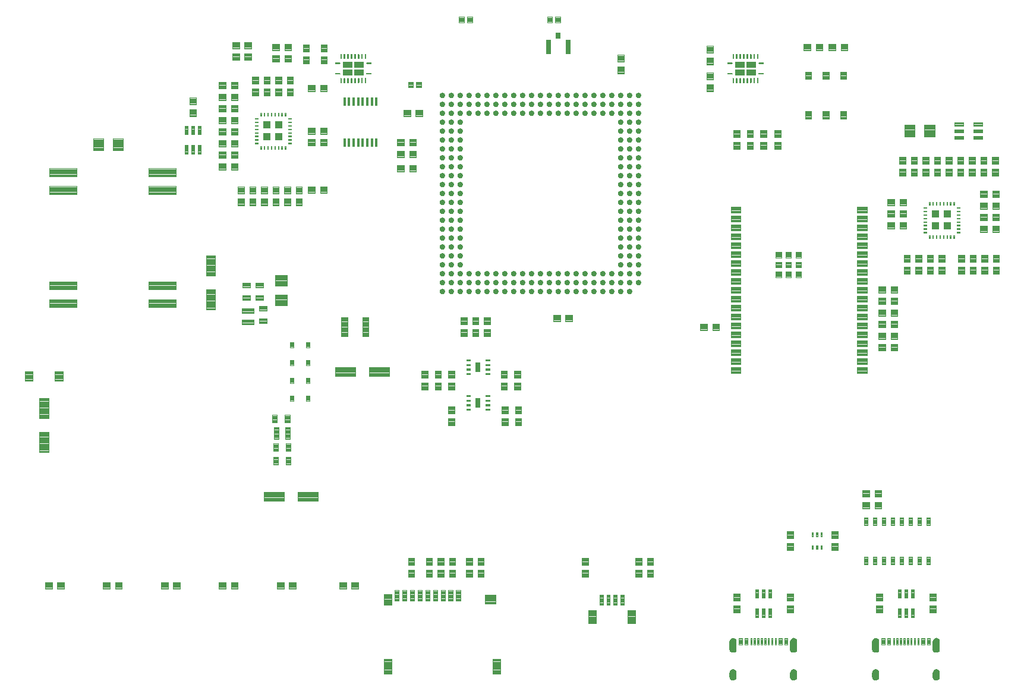
<source format=gtp>
G04 EAGLE Gerber RS-274X export*
G75*
%MOMM*%
%FSLAX34Y34*%
%LPD*%
%INSolderpaste Top*%
%IPPOS*%
%AMOC8*
5,1,8,0,0,1.08239X$1,22.5*%
G01*
%ADD10C,0.100000*%
%ADD11C,0.100800*%
%ADD12C,0.102000*%
%ADD13C,0.105000*%
%ADD14C,0.096000*%
%ADD15C,0.098000*%
%ADD16C,0.099000*%
%ADD17R,0.800000X1.375000*%
%ADD18R,0.800000X0.850000*%
%ADD19R,0.700000X2.000000*%
%ADD20C,0.104000*%
%ADD21C,0.101600*%
%ADD22C,0.101200*%
%ADD23R,1.000000X1.000000*%
%ADD24R,1.330000X0.920000*%
%ADD25R,0.400000X1.300000*%
%ADD26R,0.400000X1.275000*%

G36*
X1360625Y43951D02*
X1360625Y43951D01*
X1360626Y43951D01*
X1361694Y43970D01*
X1361701Y43975D01*
X1361705Y43971D01*
X1362742Y44227D01*
X1362747Y44234D01*
X1362753Y44231D01*
X1363707Y44712D01*
X1363711Y44719D01*
X1363716Y44718D01*
X1364540Y45399D01*
X1364541Y45407D01*
X1364547Y45407D01*
X1365198Y46254D01*
X1365198Y46262D01*
X1365204Y46263D01*
X1365651Y47234D01*
X1365649Y47242D01*
X1365654Y47244D01*
X1365873Y48290D01*
X1365870Y48297D01*
X1365874Y48300D01*
X1365874Y60300D01*
X1365871Y60305D01*
X1365874Y60308D01*
X1365694Y61403D01*
X1365688Y61409D01*
X1365691Y61414D01*
X1365272Y62442D01*
X1365265Y62446D01*
X1365267Y62451D01*
X1364630Y63360D01*
X1364622Y63363D01*
X1364622Y63368D01*
X1363799Y64112D01*
X1363791Y64113D01*
X1363790Y64119D01*
X1362822Y64661D01*
X1362813Y64660D01*
X1362811Y64666D01*
X1361747Y64979D01*
X1361742Y64977D01*
X1361738Y64977D01*
X1361736Y64981D01*
X1360628Y65049D01*
X1360622Y65045D01*
X1360618Y65049D01*
X1359510Y64879D01*
X1359504Y64873D01*
X1359499Y64876D01*
X1358457Y64464D01*
X1358453Y64457D01*
X1358448Y64459D01*
X1357523Y63825D01*
X1357521Y63817D01*
X1357515Y63818D01*
X1356755Y62995D01*
X1356754Y62986D01*
X1356748Y62986D01*
X1356191Y62014D01*
X1356192Y62006D01*
X1356186Y62004D01*
X1355859Y60932D01*
X1355862Y60924D01*
X1355857Y60921D01*
X1355776Y59804D01*
X1355777Y59801D01*
X1355776Y59800D01*
X1355776Y47800D01*
X1355781Y47793D01*
X1355777Y47789D01*
X1355996Y46845D01*
X1356002Y46839D01*
X1356000Y46834D01*
X1356424Y45962D01*
X1356431Y45959D01*
X1356429Y45953D01*
X1357036Y45197D01*
X1357044Y45195D01*
X1357044Y45189D01*
X1357804Y44588D01*
X1357813Y44588D01*
X1357814Y44582D01*
X1358689Y44164D01*
X1358697Y44166D01*
X1358699Y44161D01*
X1359645Y43949D01*
X1359652Y43952D01*
X1359656Y43947D01*
X1360625Y43951D01*
G37*
G36*
X1157425Y43951D02*
X1157425Y43951D01*
X1157426Y43951D01*
X1158494Y43970D01*
X1158501Y43975D01*
X1158505Y43971D01*
X1159542Y44227D01*
X1159547Y44234D01*
X1159553Y44231D01*
X1160507Y44712D01*
X1160511Y44719D01*
X1160516Y44718D01*
X1161340Y45399D01*
X1161341Y45407D01*
X1161347Y45407D01*
X1161998Y46254D01*
X1161998Y46262D01*
X1162004Y46263D01*
X1162451Y47234D01*
X1162449Y47242D01*
X1162454Y47244D01*
X1162673Y48290D01*
X1162670Y48297D01*
X1162674Y48300D01*
X1162674Y60300D01*
X1162671Y60305D01*
X1162674Y60308D01*
X1162494Y61403D01*
X1162488Y61409D01*
X1162491Y61414D01*
X1162072Y62442D01*
X1162065Y62446D01*
X1162067Y62451D01*
X1161430Y63360D01*
X1161422Y63363D01*
X1161422Y63368D01*
X1160599Y64112D01*
X1160591Y64113D01*
X1160590Y64119D01*
X1159622Y64661D01*
X1159613Y64660D01*
X1159611Y64666D01*
X1158547Y64979D01*
X1158542Y64977D01*
X1158538Y64977D01*
X1158536Y64981D01*
X1157428Y65049D01*
X1157422Y65045D01*
X1157418Y65049D01*
X1156310Y64879D01*
X1156304Y64873D01*
X1156299Y64876D01*
X1155257Y64464D01*
X1155253Y64457D01*
X1155248Y64459D01*
X1154323Y63825D01*
X1154321Y63817D01*
X1154315Y63818D01*
X1153555Y62995D01*
X1153554Y62986D01*
X1153548Y62986D01*
X1152991Y62014D01*
X1152992Y62006D01*
X1152986Y62004D01*
X1152659Y60932D01*
X1152662Y60924D01*
X1152657Y60921D01*
X1152576Y59804D01*
X1152577Y59801D01*
X1152576Y59800D01*
X1152576Y47800D01*
X1152581Y47793D01*
X1152577Y47789D01*
X1152796Y46845D01*
X1152802Y46839D01*
X1152800Y46834D01*
X1153224Y45962D01*
X1153231Y45959D01*
X1153229Y45953D01*
X1153836Y45197D01*
X1153844Y45195D01*
X1153844Y45189D01*
X1154604Y44588D01*
X1154613Y44588D01*
X1154614Y44582D01*
X1155489Y44164D01*
X1155497Y44166D01*
X1155499Y44161D01*
X1156445Y43949D01*
X1156452Y43952D01*
X1156456Y43947D01*
X1157425Y43951D01*
G37*
G36*
X1275206Y43960D02*
X1275206Y43960D01*
X1275213Y43965D01*
X1275217Y43961D01*
X1276269Y44211D01*
X1276274Y44217D01*
X1276279Y44214D01*
X1277249Y44691D01*
X1277252Y44699D01*
X1277258Y44697D01*
X1278097Y45378D01*
X1278099Y45386D01*
X1278105Y45386D01*
X1278771Y46237D01*
X1278772Y46245D01*
X1278777Y46246D01*
X1279238Y47223D01*
X1279236Y47231D01*
X1279242Y47234D01*
X1279473Y48289D01*
X1279470Y48297D01*
X1279474Y48300D01*
X1279474Y60300D01*
X1279470Y60305D01*
X1279474Y60308D01*
X1279281Y61414D01*
X1279275Y61419D01*
X1279278Y61424D01*
X1278845Y62459D01*
X1278838Y62463D01*
X1278840Y62468D01*
X1278187Y63381D01*
X1278179Y63383D01*
X1278180Y63389D01*
X1277341Y64133D01*
X1277332Y64134D01*
X1277332Y64139D01*
X1276348Y64678D01*
X1276340Y64677D01*
X1276338Y64682D01*
X1275259Y64989D01*
X1275251Y64986D01*
X1275248Y64991D01*
X1274128Y65049D01*
X1274123Y65046D01*
X1274120Y65049D01*
X1273074Y64931D01*
X1273068Y64925D01*
X1273063Y64929D01*
X1272069Y64581D01*
X1272065Y64574D01*
X1272060Y64576D01*
X1271168Y64016D01*
X1271166Y64009D01*
X1271160Y64009D01*
X1270416Y63265D01*
X1270414Y63257D01*
X1270409Y63257D01*
X1269849Y62365D01*
X1269849Y62357D01*
X1269844Y62356D01*
X1269496Y61362D01*
X1269499Y61354D01*
X1269494Y61351D01*
X1269376Y60306D01*
X1269378Y60302D01*
X1269376Y60300D01*
X1269376Y48300D01*
X1269379Y48295D01*
X1269376Y48292D01*
X1269534Y47296D01*
X1269540Y47290D01*
X1269537Y47285D01*
X1269912Y46349D01*
X1269919Y46345D01*
X1269917Y46339D01*
X1270491Y45510D01*
X1270499Y45507D01*
X1270498Y45502D01*
X1271242Y44821D01*
X1271251Y44820D01*
X1271251Y44814D01*
X1272128Y44316D01*
X1272137Y44317D01*
X1272139Y44312D01*
X1273104Y44021D01*
X1273112Y44024D01*
X1273115Y44019D01*
X1274122Y43951D01*
X1274124Y43952D01*
X1274125Y43951D01*
X1275206Y43960D01*
G37*
G36*
X1072006Y43960D02*
X1072006Y43960D01*
X1072013Y43965D01*
X1072017Y43961D01*
X1073069Y44211D01*
X1073074Y44217D01*
X1073079Y44214D01*
X1074049Y44691D01*
X1074052Y44699D01*
X1074058Y44697D01*
X1074897Y45378D01*
X1074899Y45386D01*
X1074905Y45386D01*
X1075571Y46237D01*
X1075572Y46245D01*
X1075577Y46246D01*
X1076038Y47223D01*
X1076036Y47231D01*
X1076042Y47234D01*
X1076273Y48289D01*
X1076270Y48297D01*
X1076274Y48300D01*
X1076274Y60300D01*
X1076270Y60305D01*
X1076274Y60308D01*
X1076081Y61414D01*
X1076075Y61419D01*
X1076078Y61424D01*
X1075645Y62459D01*
X1075638Y62463D01*
X1075640Y62468D01*
X1074987Y63381D01*
X1074979Y63383D01*
X1074980Y63389D01*
X1074141Y64133D01*
X1074132Y64134D01*
X1074132Y64139D01*
X1073148Y64678D01*
X1073140Y64677D01*
X1073138Y64682D01*
X1072059Y64989D01*
X1072051Y64986D01*
X1072048Y64991D01*
X1070928Y65049D01*
X1070923Y65046D01*
X1070920Y65049D01*
X1069874Y64931D01*
X1069868Y64925D01*
X1069863Y64929D01*
X1068869Y64581D01*
X1068865Y64574D01*
X1068860Y64576D01*
X1067968Y64016D01*
X1067966Y64009D01*
X1067960Y64009D01*
X1067216Y63265D01*
X1067214Y63257D01*
X1067209Y63257D01*
X1066649Y62365D01*
X1066649Y62357D01*
X1066644Y62356D01*
X1066296Y61362D01*
X1066299Y61354D01*
X1066294Y61351D01*
X1066176Y60306D01*
X1066178Y60302D01*
X1066176Y60300D01*
X1066176Y48300D01*
X1066179Y48295D01*
X1066176Y48292D01*
X1066334Y47296D01*
X1066340Y47290D01*
X1066337Y47285D01*
X1066712Y46349D01*
X1066719Y46345D01*
X1066717Y46339D01*
X1067291Y45510D01*
X1067299Y45507D01*
X1067298Y45502D01*
X1068042Y44821D01*
X1068051Y44820D01*
X1068051Y44814D01*
X1068928Y44316D01*
X1068937Y44317D01*
X1068939Y44312D01*
X1069904Y44021D01*
X1069912Y44024D01*
X1069915Y44019D01*
X1070922Y43951D01*
X1070924Y43952D01*
X1070925Y43951D01*
X1072006Y43960D01*
G37*
G36*
X1157929Y4455D02*
X1157929Y4455D01*
X1157932Y4451D01*
X1159008Y4606D01*
X1159013Y4612D01*
X1159018Y4609D01*
X1160032Y4999D01*
X1160036Y5006D01*
X1160042Y5005D01*
X1160944Y5611D01*
X1160946Y5619D01*
X1160952Y5618D01*
X1161696Y6410D01*
X1161697Y6418D01*
X1161703Y6418D01*
X1162252Y7356D01*
X1162251Y7364D01*
X1162257Y7366D01*
X1162584Y8402D01*
X1162581Y8410D01*
X1162586Y8413D01*
X1162674Y9496D01*
X1162672Y9499D01*
X1162674Y9500D01*
X1162674Y15500D01*
X1162671Y15504D01*
X1162674Y15506D01*
X1162524Y16639D01*
X1162518Y16645D01*
X1162521Y16650D01*
X1162123Y17720D01*
X1162116Y17724D01*
X1162118Y17730D01*
X1161491Y18685D01*
X1161483Y18688D01*
X1161484Y18693D01*
X1160661Y19485D01*
X1160653Y19486D01*
X1160652Y19492D01*
X1159673Y20081D01*
X1159665Y20080D01*
X1159663Y20085D01*
X1158578Y20441D01*
X1158570Y20439D01*
X1158567Y20443D01*
X1157430Y20549D01*
X1157421Y20544D01*
X1157416Y20548D01*
X1156279Y20341D01*
X1156273Y20335D01*
X1156268Y20338D01*
X1155206Y19883D01*
X1155202Y19876D01*
X1155196Y19878D01*
X1154261Y19198D01*
X1154259Y19190D01*
X1154253Y19191D01*
X1153493Y18320D01*
X1153493Y18312D01*
X1153487Y18311D01*
X1152940Y17292D01*
X1152941Y17284D01*
X1152936Y17282D01*
X1152932Y17269D01*
X1152919Y17220D01*
X1152918Y17220D01*
X1152919Y17220D01*
X1152905Y17171D01*
X1152891Y17121D01*
X1152878Y17072D01*
X1152864Y17023D01*
X1152851Y16974D01*
X1152837Y16924D01*
X1152824Y16875D01*
X1152810Y16826D01*
X1152796Y16777D01*
X1152783Y16727D01*
X1152769Y16678D01*
X1152756Y16629D01*
X1152742Y16580D01*
X1152729Y16530D01*
X1152715Y16481D01*
X1152702Y16432D01*
X1152701Y16432D01*
X1152688Y16383D01*
X1152674Y16333D01*
X1152629Y16168D01*
X1152632Y16160D01*
X1152627Y16157D01*
X1152576Y15002D01*
X1152577Y15001D01*
X1152576Y15000D01*
X1152576Y9000D01*
X1152580Y8994D01*
X1152577Y8991D01*
X1152789Y7910D01*
X1152795Y7905D01*
X1152792Y7900D01*
X1153239Y6894D01*
X1153246Y6890D01*
X1153244Y6884D01*
X1153904Y6003D01*
X1153912Y6000D01*
X1153912Y5995D01*
X1154751Y5282D01*
X1154759Y5282D01*
X1154760Y5276D01*
X1155737Y4768D01*
X1155745Y4769D01*
X1155747Y4764D01*
X1156812Y4486D01*
X1156820Y4489D01*
X1156823Y4485D01*
X1157924Y4451D01*
X1157929Y4455D01*
G37*
G36*
X1361129Y4455D02*
X1361129Y4455D01*
X1361132Y4451D01*
X1362208Y4606D01*
X1362213Y4612D01*
X1362218Y4609D01*
X1363232Y4999D01*
X1363236Y5006D01*
X1363242Y5005D01*
X1364144Y5611D01*
X1364146Y5619D01*
X1364152Y5618D01*
X1364896Y6410D01*
X1364897Y6418D01*
X1364903Y6418D01*
X1365452Y7356D01*
X1365451Y7364D01*
X1365457Y7366D01*
X1365784Y8402D01*
X1365781Y8410D01*
X1365786Y8413D01*
X1365874Y9496D01*
X1365872Y9499D01*
X1365874Y9500D01*
X1365874Y15500D01*
X1365871Y15504D01*
X1365874Y15506D01*
X1365724Y16639D01*
X1365718Y16645D01*
X1365721Y16650D01*
X1365323Y17720D01*
X1365316Y17724D01*
X1365318Y17730D01*
X1364691Y18685D01*
X1364683Y18688D01*
X1364684Y18693D01*
X1363861Y19485D01*
X1363853Y19486D01*
X1363852Y19492D01*
X1362873Y20081D01*
X1362865Y20080D01*
X1362863Y20085D01*
X1361778Y20441D01*
X1361770Y20439D01*
X1361767Y20443D01*
X1360630Y20549D01*
X1360621Y20544D01*
X1360616Y20548D01*
X1359479Y20341D01*
X1359473Y20335D01*
X1359468Y20338D01*
X1358406Y19883D01*
X1358402Y19876D01*
X1358396Y19878D01*
X1357461Y19198D01*
X1357459Y19190D01*
X1357453Y19191D01*
X1356693Y18320D01*
X1356693Y18312D01*
X1356687Y18311D01*
X1356140Y17292D01*
X1356141Y17284D01*
X1356136Y17282D01*
X1356132Y17269D01*
X1356119Y17220D01*
X1356118Y17220D01*
X1356119Y17220D01*
X1356105Y17171D01*
X1356091Y17121D01*
X1356078Y17072D01*
X1356064Y17023D01*
X1356051Y16974D01*
X1356037Y16924D01*
X1356024Y16875D01*
X1356010Y16826D01*
X1355996Y16777D01*
X1355983Y16727D01*
X1355969Y16678D01*
X1355956Y16629D01*
X1355942Y16580D01*
X1355929Y16530D01*
X1355915Y16481D01*
X1355902Y16432D01*
X1355901Y16432D01*
X1355888Y16383D01*
X1355874Y16333D01*
X1355829Y16168D01*
X1355832Y16160D01*
X1355827Y16157D01*
X1355776Y15002D01*
X1355777Y15001D01*
X1355776Y15000D01*
X1355776Y9000D01*
X1355780Y8994D01*
X1355777Y8991D01*
X1355989Y7910D01*
X1355995Y7905D01*
X1355992Y7900D01*
X1356439Y6894D01*
X1356446Y6890D01*
X1356444Y6884D01*
X1357104Y6003D01*
X1357112Y6000D01*
X1357112Y5995D01*
X1357951Y5282D01*
X1357959Y5282D01*
X1357960Y5276D01*
X1358937Y4768D01*
X1358945Y4769D01*
X1358947Y4764D01*
X1360012Y4486D01*
X1360020Y4489D01*
X1360023Y4485D01*
X1361124Y4451D01*
X1361129Y4455D01*
G37*
G36*
X1071427Y4455D02*
X1071427Y4455D01*
X1071432Y4451D01*
X1072519Y4596D01*
X1072525Y4602D01*
X1072530Y4599D01*
X1073558Y4983D01*
X1073563Y4989D01*
X1073568Y4988D01*
X1074485Y5590D01*
X1074488Y5598D01*
X1074494Y5597D01*
X1075254Y6389D01*
X1075255Y6397D01*
X1075261Y6398D01*
X1075825Y7339D01*
X1075825Y7342D01*
X1075826Y7343D01*
X1075825Y7345D01*
X1075824Y7347D01*
X1075830Y7349D01*
X1076171Y8392D01*
X1076169Y8400D01*
X1076173Y8403D01*
X1076274Y9496D01*
X1076272Y9498D01*
X1076274Y9500D01*
X1076274Y15500D01*
X1076272Y15503D01*
X1076274Y15505D01*
X1076173Y16597D01*
X1076168Y16603D01*
X1076171Y16608D01*
X1075830Y17651D01*
X1075823Y17656D01*
X1075825Y17661D01*
X1075261Y18602D01*
X1075253Y18605D01*
X1075254Y18611D01*
X1074494Y19403D01*
X1074486Y19404D01*
X1074485Y19410D01*
X1073568Y20013D01*
X1073560Y20012D01*
X1073558Y20018D01*
X1072530Y20401D01*
X1072522Y20399D01*
X1072519Y20404D01*
X1071432Y20549D01*
X1071424Y20545D01*
X1071420Y20549D01*
X1070283Y20443D01*
X1070277Y20438D01*
X1070272Y20441D01*
X1069187Y20085D01*
X1069182Y20078D01*
X1069177Y20081D01*
X1068198Y19492D01*
X1068195Y19484D01*
X1068189Y19485D01*
X1067366Y18693D01*
X1067365Y18685D01*
X1067359Y18685D01*
X1066732Y17730D01*
X1066733Y17722D01*
X1066727Y17720D01*
X1066329Y16650D01*
X1066331Y16642D01*
X1066326Y16639D01*
X1066176Y15506D01*
X1066179Y15502D01*
X1066176Y15500D01*
X1066176Y9500D01*
X1066179Y9496D01*
X1066176Y9494D01*
X1066326Y8361D01*
X1066332Y8355D01*
X1066329Y8350D01*
X1066727Y7280D01*
X1066734Y7276D01*
X1066732Y7270D01*
X1067359Y6315D01*
X1067367Y6312D01*
X1067366Y6307D01*
X1068189Y5515D01*
X1068197Y5514D01*
X1068198Y5508D01*
X1069177Y4919D01*
X1069185Y4920D01*
X1069187Y4915D01*
X1070272Y4559D01*
X1070280Y4562D01*
X1070283Y4557D01*
X1071420Y4451D01*
X1071427Y4455D01*
G37*
G36*
X1274627Y4455D02*
X1274627Y4455D01*
X1274632Y4451D01*
X1275719Y4596D01*
X1275725Y4602D01*
X1275730Y4599D01*
X1276758Y4983D01*
X1276763Y4989D01*
X1276768Y4988D01*
X1277685Y5590D01*
X1277688Y5598D01*
X1277694Y5597D01*
X1278454Y6389D01*
X1278455Y6397D01*
X1278461Y6398D01*
X1279025Y7339D01*
X1279025Y7342D01*
X1279026Y7343D01*
X1279025Y7345D01*
X1279024Y7347D01*
X1279030Y7349D01*
X1279371Y8392D01*
X1279369Y8400D01*
X1279373Y8403D01*
X1279474Y9496D01*
X1279472Y9498D01*
X1279474Y9500D01*
X1279474Y15500D01*
X1279472Y15503D01*
X1279474Y15505D01*
X1279373Y16597D01*
X1279368Y16603D01*
X1279371Y16608D01*
X1279030Y17651D01*
X1279023Y17656D01*
X1279025Y17661D01*
X1278461Y18602D01*
X1278453Y18605D01*
X1278454Y18611D01*
X1277694Y19403D01*
X1277686Y19404D01*
X1277685Y19410D01*
X1276768Y20013D01*
X1276760Y20012D01*
X1276758Y20018D01*
X1275730Y20401D01*
X1275722Y20399D01*
X1275719Y20404D01*
X1274632Y20549D01*
X1274624Y20545D01*
X1274620Y20549D01*
X1273483Y20443D01*
X1273477Y20438D01*
X1273472Y20441D01*
X1272387Y20085D01*
X1272382Y20078D01*
X1272377Y20081D01*
X1271398Y19492D01*
X1271395Y19484D01*
X1271389Y19485D01*
X1270566Y18693D01*
X1270565Y18685D01*
X1270559Y18685D01*
X1269932Y17730D01*
X1269933Y17722D01*
X1269927Y17720D01*
X1269529Y16650D01*
X1269531Y16642D01*
X1269526Y16639D01*
X1269376Y15506D01*
X1269379Y15502D01*
X1269376Y15500D01*
X1269376Y9500D01*
X1269379Y9496D01*
X1269376Y9494D01*
X1269526Y8361D01*
X1269532Y8355D01*
X1269529Y8350D01*
X1269927Y7280D01*
X1269934Y7276D01*
X1269932Y7270D01*
X1270559Y6315D01*
X1270567Y6312D01*
X1270566Y6307D01*
X1271389Y5515D01*
X1271397Y5514D01*
X1271398Y5508D01*
X1272377Y4919D01*
X1272385Y4920D01*
X1272387Y4915D01*
X1273472Y4559D01*
X1273480Y4562D01*
X1273483Y4557D01*
X1274620Y4451D01*
X1274627Y4455D01*
G37*
G36*
X797383Y821723D02*
X797383Y821723D01*
X797399Y821721D01*
X798261Y821934D01*
X798273Y821943D01*
X798290Y821945D01*
X799076Y822357D01*
X799085Y822369D01*
X799101Y822374D01*
X799765Y822963D01*
X799772Y822977D01*
X799786Y822986D01*
X800290Y823717D01*
X800293Y823731D01*
X800304Y823744D01*
X800619Y824574D01*
X800618Y824589D01*
X800626Y824603D01*
X800733Y825485D01*
X800729Y825498D01*
X800734Y825509D01*
X800732Y825512D01*
X800733Y825515D01*
X800626Y826397D01*
X800619Y826410D01*
X800619Y826426D01*
X800304Y827256D01*
X800294Y827267D01*
X800290Y827283D01*
X799786Y828014D01*
X799773Y828022D01*
X799765Y828037D01*
X799101Y828626D01*
X799095Y828628D01*
X799094Y828629D01*
X799085Y828632D01*
X799076Y828643D01*
X798290Y829055D01*
X798275Y829057D01*
X798261Y829066D01*
X797399Y829279D01*
X797385Y829276D01*
X797369Y829282D01*
X796481Y829282D01*
X796467Y829277D01*
X796451Y829279D01*
X795589Y829066D01*
X795577Y829057D01*
X795560Y829055D01*
X794774Y828643D01*
X794765Y828631D01*
X794749Y828626D01*
X794085Y828037D01*
X794078Y828023D01*
X794064Y828014D01*
X793560Y827283D01*
X793557Y827269D01*
X793546Y827256D01*
X793231Y826426D01*
X793232Y826411D01*
X793224Y826397D01*
X793117Y825515D01*
X793119Y825507D01*
X793116Y825501D01*
X793119Y825495D01*
X793117Y825485D01*
X793224Y824603D01*
X793231Y824590D01*
X793231Y824574D01*
X793546Y823744D01*
X793556Y823733D01*
X793560Y823717D01*
X794064Y822986D01*
X794077Y822978D01*
X794085Y822963D01*
X794749Y822374D01*
X794763Y822370D01*
X794774Y822357D01*
X795560Y821945D01*
X795575Y821943D01*
X795589Y821934D01*
X796451Y821721D01*
X796466Y821724D01*
X796481Y821718D01*
X797369Y821718D01*
X797383Y821723D01*
G37*
G36*
X873583Y567723D02*
X873583Y567723D01*
X873599Y567721D01*
X874461Y567934D01*
X874473Y567943D01*
X874490Y567945D01*
X875276Y568357D01*
X875285Y568369D01*
X875301Y568374D01*
X875965Y568963D01*
X875972Y568977D01*
X875986Y568986D01*
X876490Y569717D01*
X876493Y569731D01*
X876504Y569744D01*
X876819Y570574D01*
X876818Y570589D01*
X876826Y570603D01*
X876933Y571485D01*
X876929Y571498D01*
X876934Y571509D01*
X876932Y571512D01*
X876933Y571515D01*
X876826Y572397D01*
X876819Y572410D01*
X876819Y572426D01*
X876504Y573256D01*
X876494Y573267D01*
X876490Y573283D01*
X875986Y574014D01*
X875973Y574022D01*
X875965Y574037D01*
X875301Y574626D01*
X875295Y574628D01*
X875294Y574629D01*
X875285Y574632D01*
X875276Y574643D01*
X874490Y575055D01*
X874475Y575057D01*
X874461Y575066D01*
X873599Y575279D01*
X873585Y575276D01*
X873569Y575282D01*
X872681Y575282D01*
X872667Y575277D01*
X872651Y575279D01*
X871789Y575066D01*
X871777Y575057D01*
X871760Y575055D01*
X870974Y574643D01*
X870965Y574631D01*
X870949Y574626D01*
X870285Y574037D01*
X870278Y574023D01*
X870264Y574014D01*
X869760Y573283D01*
X869757Y573269D01*
X869746Y573256D01*
X869431Y572426D01*
X869432Y572411D01*
X869424Y572397D01*
X869317Y571515D01*
X869319Y571507D01*
X869316Y571501D01*
X869319Y571495D01*
X869317Y571485D01*
X869424Y570603D01*
X869431Y570590D01*
X869431Y570574D01*
X869746Y569744D01*
X869756Y569733D01*
X869760Y569717D01*
X870264Y568986D01*
X870277Y568978D01*
X870285Y568963D01*
X870949Y568374D01*
X870963Y568370D01*
X870974Y568357D01*
X871760Y567945D01*
X871775Y567943D01*
X871789Y567934D01*
X872651Y567721D01*
X872666Y567724D01*
X872681Y567718D01*
X873569Y567718D01*
X873583Y567723D01*
G37*
G36*
X746583Y567723D02*
X746583Y567723D01*
X746599Y567721D01*
X747461Y567934D01*
X747473Y567943D01*
X747490Y567945D01*
X748276Y568357D01*
X748285Y568369D01*
X748301Y568374D01*
X748965Y568963D01*
X748972Y568977D01*
X748986Y568986D01*
X749490Y569717D01*
X749493Y569731D01*
X749504Y569744D01*
X749819Y570574D01*
X749818Y570589D01*
X749826Y570603D01*
X749933Y571485D01*
X749929Y571498D01*
X749934Y571509D01*
X749932Y571512D01*
X749933Y571515D01*
X749826Y572397D01*
X749819Y572410D01*
X749819Y572426D01*
X749504Y573256D01*
X749494Y573267D01*
X749490Y573283D01*
X748986Y574014D01*
X748973Y574022D01*
X748965Y574037D01*
X748301Y574626D01*
X748295Y574628D01*
X748294Y574629D01*
X748285Y574632D01*
X748276Y574643D01*
X747490Y575055D01*
X747475Y575057D01*
X747461Y575066D01*
X746599Y575279D01*
X746585Y575276D01*
X746569Y575282D01*
X745681Y575282D01*
X745667Y575277D01*
X745651Y575279D01*
X744789Y575066D01*
X744777Y575057D01*
X744760Y575055D01*
X743974Y574643D01*
X743965Y574631D01*
X743949Y574626D01*
X743285Y574037D01*
X743278Y574023D01*
X743264Y574014D01*
X742760Y573283D01*
X742757Y573269D01*
X742746Y573256D01*
X742431Y572426D01*
X742432Y572411D01*
X742424Y572397D01*
X742317Y571515D01*
X742319Y571507D01*
X742316Y571501D01*
X742319Y571495D01*
X742317Y571485D01*
X742424Y570603D01*
X742431Y570590D01*
X742431Y570574D01*
X742746Y569744D01*
X742756Y569733D01*
X742760Y569717D01*
X743264Y568986D01*
X743277Y568978D01*
X743285Y568963D01*
X743949Y568374D01*
X743963Y568370D01*
X743974Y568357D01*
X744760Y567945D01*
X744775Y567943D01*
X744789Y567934D01*
X745651Y567721D01*
X745666Y567724D01*
X745681Y567718D01*
X746569Y567718D01*
X746583Y567723D01*
G37*
G36*
X810083Y567723D02*
X810083Y567723D01*
X810099Y567721D01*
X810961Y567934D01*
X810973Y567943D01*
X810990Y567945D01*
X811776Y568357D01*
X811785Y568369D01*
X811801Y568374D01*
X812465Y568963D01*
X812472Y568977D01*
X812486Y568986D01*
X812990Y569717D01*
X812993Y569731D01*
X813004Y569744D01*
X813319Y570574D01*
X813318Y570589D01*
X813326Y570603D01*
X813433Y571485D01*
X813429Y571498D01*
X813434Y571509D01*
X813432Y571512D01*
X813433Y571515D01*
X813326Y572397D01*
X813319Y572410D01*
X813319Y572426D01*
X813004Y573256D01*
X812994Y573267D01*
X812990Y573283D01*
X812486Y574014D01*
X812473Y574022D01*
X812465Y574037D01*
X811801Y574626D01*
X811795Y574628D01*
X811794Y574629D01*
X811785Y574632D01*
X811776Y574643D01*
X810990Y575055D01*
X810975Y575057D01*
X810961Y575066D01*
X810099Y575279D01*
X810085Y575276D01*
X810069Y575282D01*
X809181Y575282D01*
X809167Y575277D01*
X809151Y575279D01*
X808289Y575066D01*
X808277Y575057D01*
X808260Y575055D01*
X807474Y574643D01*
X807465Y574631D01*
X807449Y574626D01*
X806785Y574037D01*
X806778Y574023D01*
X806764Y574014D01*
X806260Y573283D01*
X806257Y573269D01*
X806246Y573256D01*
X805931Y572426D01*
X805932Y572411D01*
X805924Y572397D01*
X805817Y571515D01*
X805819Y571507D01*
X805816Y571501D01*
X805819Y571495D01*
X805817Y571485D01*
X805924Y570603D01*
X805931Y570590D01*
X805931Y570574D01*
X806246Y569744D01*
X806256Y569733D01*
X806260Y569717D01*
X806764Y568986D01*
X806777Y568978D01*
X806785Y568963D01*
X807449Y568374D01*
X807463Y568370D01*
X807474Y568357D01*
X808260Y567945D01*
X808275Y567943D01*
X808289Y567934D01*
X809151Y567721D01*
X809166Y567724D01*
X809181Y567718D01*
X810069Y567718D01*
X810083Y567723D01*
G37*
G36*
X848183Y567723D02*
X848183Y567723D01*
X848199Y567721D01*
X849061Y567934D01*
X849073Y567943D01*
X849090Y567945D01*
X849876Y568357D01*
X849885Y568369D01*
X849901Y568374D01*
X850565Y568963D01*
X850572Y568977D01*
X850586Y568986D01*
X851090Y569717D01*
X851093Y569731D01*
X851104Y569744D01*
X851419Y570574D01*
X851418Y570589D01*
X851426Y570603D01*
X851533Y571485D01*
X851529Y571498D01*
X851534Y571509D01*
X851532Y571512D01*
X851533Y571515D01*
X851426Y572397D01*
X851419Y572410D01*
X851419Y572426D01*
X851104Y573256D01*
X851094Y573267D01*
X851090Y573283D01*
X850586Y574014D01*
X850573Y574022D01*
X850565Y574037D01*
X849901Y574626D01*
X849895Y574628D01*
X849894Y574629D01*
X849885Y574632D01*
X849876Y574643D01*
X849090Y575055D01*
X849075Y575057D01*
X849061Y575066D01*
X848199Y575279D01*
X848185Y575276D01*
X848169Y575282D01*
X847281Y575282D01*
X847267Y575277D01*
X847251Y575279D01*
X846389Y575066D01*
X846377Y575057D01*
X846360Y575055D01*
X845574Y574643D01*
X845565Y574631D01*
X845549Y574626D01*
X844885Y574037D01*
X844878Y574023D01*
X844864Y574014D01*
X844360Y573283D01*
X844357Y573269D01*
X844346Y573256D01*
X844031Y572426D01*
X844032Y572411D01*
X844024Y572397D01*
X843917Y571515D01*
X843919Y571507D01*
X843916Y571501D01*
X843919Y571495D01*
X843917Y571485D01*
X844024Y570603D01*
X844031Y570590D01*
X844031Y570574D01*
X844346Y569744D01*
X844356Y569733D01*
X844360Y569717D01*
X844864Y568986D01*
X844877Y568978D01*
X844885Y568963D01*
X845549Y568374D01*
X845563Y568370D01*
X845574Y568357D01*
X846360Y567945D01*
X846375Y567943D01*
X846389Y567934D01*
X847251Y567721D01*
X847266Y567724D01*
X847281Y567718D01*
X848169Y567718D01*
X848183Y567723D01*
G37*
G36*
X924383Y567723D02*
X924383Y567723D01*
X924399Y567721D01*
X925261Y567934D01*
X925273Y567943D01*
X925290Y567945D01*
X926076Y568357D01*
X926085Y568369D01*
X926101Y568374D01*
X926765Y568963D01*
X926772Y568977D01*
X926786Y568986D01*
X927290Y569717D01*
X927293Y569731D01*
X927304Y569744D01*
X927619Y570574D01*
X927618Y570589D01*
X927626Y570603D01*
X927733Y571485D01*
X927729Y571498D01*
X927734Y571509D01*
X927732Y571512D01*
X927733Y571515D01*
X927626Y572397D01*
X927619Y572410D01*
X927619Y572426D01*
X927304Y573256D01*
X927294Y573267D01*
X927290Y573283D01*
X926786Y574014D01*
X926773Y574022D01*
X926765Y574037D01*
X926101Y574626D01*
X926095Y574628D01*
X926094Y574629D01*
X926085Y574632D01*
X926076Y574643D01*
X925290Y575055D01*
X925275Y575057D01*
X925261Y575066D01*
X924399Y575279D01*
X924385Y575276D01*
X924369Y575282D01*
X923481Y575282D01*
X923467Y575277D01*
X923451Y575279D01*
X922589Y575066D01*
X922577Y575057D01*
X922560Y575055D01*
X921774Y574643D01*
X921765Y574631D01*
X921749Y574626D01*
X921085Y574037D01*
X921078Y574023D01*
X921064Y574014D01*
X920560Y573283D01*
X920557Y573269D01*
X920546Y573256D01*
X920231Y572426D01*
X920232Y572411D01*
X920224Y572397D01*
X920117Y571515D01*
X920119Y571507D01*
X920116Y571501D01*
X920119Y571495D01*
X920117Y571485D01*
X920224Y570603D01*
X920231Y570590D01*
X920231Y570574D01*
X920546Y569744D01*
X920556Y569733D01*
X920560Y569717D01*
X921064Y568986D01*
X921077Y568978D01*
X921085Y568963D01*
X921749Y568374D01*
X921763Y568370D01*
X921774Y568357D01*
X922560Y567945D01*
X922575Y567943D01*
X922589Y567934D01*
X923451Y567721D01*
X923466Y567724D01*
X923481Y567718D01*
X924369Y567718D01*
X924383Y567723D01*
G37*
G36*
X695783Y567723D02*
X695783Y567723D01*
X695799Y567721D01*
X696661Y567934D01*
X696673Y567943D01*
X696690Y567945D01*
X697476Y568357D01*
X697485Y568369D01*
X697501Y568374D01*
X698165Y568963D01*
X698172Y568977D01*
X698186Y568986D01*
X698690Y569717D01*
X698693Y569731D01*
X698704Y569744D01*
X699019Y570574D01*
X699018Y570589D01*
X699026Y570603D01*
X699133Y571485D01*
X699129Y571498D01*
X699134Y571509D01*
X699132Y571512D01*
X699133Y571515D01*
X699026Y572397D01*
X699019Y572410D01*
X699019Y572426D01*
X698704Y573256D01*
X698694Y573267D01*
X698690Y573283D01*
X698186Y574014D01*
X698173Y574022D01*
X698165Y574037D01*
X697501Y574626D01*
X697495Y574628D01*
X697494Y574629D01*
X697485Y574632D01*
X697476Y574643D01*
X696690Y575055D01*
X696675Y575057D01*
X696661Y575066D01*
X695799Y575279D01*
X695785Y575276D01*
X695769Y575282D01*
X694881Y575282D01*
X694867Y575277D01*
X694851Y575279D01*
X693989Y575066D01*
X693977Y575057D01*
X693960Y575055D01*
X693174Y574643D01*
X693165Y574631D01*
X693149Y574626D01*
X692485Y574037D01*
X692478Y574023D01*
X692464Y574014D01*
X691960Y573283D01*
X691957Y573269D01*
X691946Y573256D01*
X691631Y572426D01*
X691632Y572411D01*
X691624Y572397D01*
X691517Y571515D01*
X691519Y571507D01*
X691516Y571501D01*
X691519Y571495D01*
X691517Y571485D01*
X691624Y570603D01*
X691631Y570590D01*
X691631Y570574D01*
X691946Y569744D01*
X691956Y569733D01*
X691960Y569717D01*
X692464Y568986D01*
X692477Y568978D01*
X692485Y568963D01*
X693149Y568374D01*
X693163Y568370D01*
X693174Y568357D01*
X693960Y567945D01*
X693975Y567943D01*
X693989Y567934D01*
X694851Y567721D01*
X694866Y567724D01*
X694881Y567718D01*
X695769Y567718D01*
X695783Y567723D01*
G37*
G36*
X886283Y567723D02*
X886283Y567723D01*
X886299Y567721D01*
X887161Y567934D01*
X887173Y567943D01*
X887190Y567945D01*
X887976Y568357D01*
X887985Y568369D01*
X888001Y568374D01*
X888665Y568963D01*
X888672Y568977D01*
X888686Y568986D01*
X889190Y569717D01*
X889193Y569731D01*
X889204Y569744D01*
X889519Y570574D01*
X889518Y570589D01*
X889526Y570603D01*
X889633Y571485D01*
X889629Y571498D01*
X889634Y571509D01*
X889632Y571512D01*
X889633Y571515D01*
X889526Y572397D01*
X889519Y572410D01*
X889519Y572426D01*
X889204Y573256D01*
X889194Y573267D01*
X889190Y573283D01*
X888686Y574014D01*
X888673Y574022D01*
X888665Y574037D01*
X888001Y574626D01*
X887995Y574628D01*
X887994Y574629D01*
X887985Y574632D01*
X887976Y574643D01*
X887190Y575055D01*
X887175Y575057D01*
X887161Y575066D01*
X886299Y575279D01*
X886285Y575276D01*
X886269Y575282D01*
X885381Y575282D01*
X885367Y575277D01*
X885351Y575279D01*
X884489Y575066D01*
X884477Y575057D01*
X884460Y575055D01*
X883674Y574643D01*
X883665Y574631D01*
X883649Y574626D01*
X882985Y574037D01*
X882978Y574023D01*
X882964Y574014D01*
X882460Y573283D01*
X882457Y573269D01*
X882446Y573256D01*
X882131Y572426D01*
X882132Y572411D01*
X882124Y572397D01*
X882017Y571515D01*
X882019Y571507D01*
X882016Y571501D01*
X882019Y571495D01*
X882017Y571485D01*
X882124Y570603D01*
X882131Y570590D01*
X882131Y570574D01*
X882446Y569744D01*
X882456Y569733D01*
X882460Y569717D01*
X882964Y568986D01*
X882977Y568978D01*
X882985Y568963D01*
X883649Y568374D01*
X883663Y568370D01*
X883674Y568357D01*
X884460Y567945D01*
X884475Y567943D01*
X884489Y567934D01*
X885351Y567721D01*
X885366Y567724D01*
X885381Y567718D01*
X886269Y567718D01*
X886283Y567723D01*
G37*
G36*
X759283Y567723D02*
X759283Y567723D01*
X759299Y567721D01*
X760161Y567934D01*
X760173Y567943D01*
X760190Y567945D01*
X760976Y568357D01*
X760985Y568369D01*
X761001Y568374D01*
X761665Y568963D01*
X761672Y568977D01*
X761686Y568986D01*
X762190Y569717D01*
X762193Y569731D01*
X762204Y569744D01*
X762519Y570574D01*
X762518Y570589D01*
X762526Y570603D01*
X762633Y571485D01*
X762629Y571498D01*
X762634Y571509D01*
X762632Y571512D01*
X762633Y571515D01*
X762526Y572397D01*
X762519Y572410D01*
X762519Y572426D01*
X762204Y573256D01*
X762194Y573267D01*
X762190Y573283D01*
X761686Y574014D01*
X761673Y574022D01*
X761665Y574037D01*
X761001Y574626D01*
X760995Y574628D01*
X760994Y574629D01*
X760985Y574632D01*
X760976Y574643D01*
X760190Y575055D01*
X760175Y575057D01*
X760161Y575066D01*
X759299Y575279D01*
X759285Y575276D01*
X759269Y575282D01*
X758381Y575282D01*
X758367Y575277D01*
X758351Y575279D01*
X757489Y575066D01*
X757477Y575057D01*
X757460Y575055D01*
X756674Y574643D01*
X756665Y574631D01*
X756649Y574626D01*
X755985Y574037D01*
X755978Y574023D01*
X755964Y574014D01*
X755460Y573283D01*
X755457Y573269D01*
X755446Y573256D01*
X755131Y572426D01*
X755132Y572411D01*
X755124Y572397D01*
X755017Y571515D01*
X755019Y571507D01*
X755016Y571501D01*
X755019Y571495D01*
X755017Y571485D01*
X755124Y570603D01*
X755131Y570590D01*
X755131Y570574D01*
X755446Y569744D01*
X755456Y569733D01*
X755460Y569717D01*
X755964Y568986D01*
X755977Y568978D01*
X755985Y568963D01*
X756649Y568374D01*
X756663Y568370D01*
X756674Y568357D01*
X757460Y567945D01*
X757475Y567943D01*
X757489Y567934D01*
X758351Y567721D01*
X758366Y567724D01*
X758381Y567718D01*
X759269Y567718D01*
X759283Y567723D01*
G37*
G36*
X670383Y555023D02*
X670383Y555023D01*
X670399Y555021D01*
X671261Y555234D01*
X671273Y555243D01*
X671290Y555245D01*
X672076Y555657D01*
X672085Y555669D01*
X672101Y555674D01*
X672765Y556263D01*
X672772Y556277D01*
X672786Y556286D01*
X673290Y557017D01*
X673293Y557031D01*
X673304Y557044D01*
X673619Y557874D01*
X673618Y557889D01*
X673626Y557903D01*
X673733Y558785D01*
X673729Y558798D01*
X673734Y558809D01*
X673732Y558812D01*
X673733Y558815D01*
X673626Y559697D01*
X673619Y559710D01*
X673619Y559726D01*
X673304Y560556D01*
X673294Y560567D01*
X673290Y560583D01*
X672786Y561314D01*
X672773Y561322D01*
X672765Y561337D01*
X672101Y561926D01*
X672095Y561928D01*
X672094Y561929D01*
X672085Y561932D01*
X672076Y561943D01*
X671290Y562355D01*
X671275Y562357D01*
X671261Y562366D01*
X670399Y562579D01*
X670385Y562576D01*
X670369Y562582D01*
X669481Y562582D01*
X669467Y562577D01*
X669451Y562579D01*
X668589Y562366D01*
X668577Y562357D01*
X668560Y562355D01*
X667774Y561943D01*
X667765Y561931D01*
X667749Y561926D01*
X667085Y561337D01*
X667078Y561323D01*
X667064Y561314D01*
X666560Y560583D01*
X666557Y560569D01*
X666546Y560556D01*
X666231Y559726D01*
X666232Y559711D01*
X666224Y559697D01*
X666117Y558815D01*
X666119Y558807D01*
X666116Y558801D01*
X666119Y558795D01*
X666117Y558785D01*
X666224Y557903D01*
X666231Y557890D01*
X666231Y557874D01*
X666546Y557044D01*
X666556Y557033D01*
X666560Y557017D01*
X667064Y556286D01*
X667077Y556278D01*
X667085Y556263D01*
X667749Y555674D01*
X667763Y555670D01*
X667774Y555657D01*
X668560Y555245D01*
X668575Y555243D01*
X668589Y555234D01*
X669451Y555021D01*
X669466Y555024D01*
X669481Y555018D01*
X670369Y555018D01*
X670383Y555023D01*
G37*
G36*
X746583Y555023D02*
X746583Y555023D01*
X746599Y555021D01*
X747461Y555234D01*
X747473Y555243D01*
X747490Y555245D01*
X748276Y555657D01*
X748285Y555669D01*
X748301Y555674D01*
X748965Y556263D01*
X748972Y556277D01*
X748986Y556286D01*
X749490Y557017D01*
X749493Y557031D01*
X749504Y557044D01*
X749819Y557874D01*
X749818Y557889D01*
X749826Y557903D01*
X749933Y558785D01*
X749929Y558798D01*
X749934Y558809D01*
X749932Y558812D01*
X749933Y558815D01*
X749826Y559697D01*
X749819Y559710D01*
X749819Y559726D01*
X749504Y560556D01*
X749494Y560567D01*
X749490Y560583D01*
X748986Y561314D01*
X748973Y561322D01*
X748965Y561337D01*
X748301Y561926D01*
X748295Y561928D01*
X748294Y561929D01*
X748285Y561932D01*
X748276Y561943D01*
X747490Y562355D01*
X747475Y562357D01*
X747461Y562366D01*
X746599Y562579D01*
X746585Y562576D01*
X746569Y562582D01*
X745681Y562582D01*
X745667Y562577D01*
X745651Y562579D01*
X744789Y562366D01*
X744777Y562357D01*
X744760Y562355D01*
X743974Y561943D01*
X743965Y561931D01*
X743949Y561926D01*
X743285Y561337D01*
X743278Y561323D01*
X743264Y561314D01*
X742760Y560583D01*
X742757Y560569D01*
X742746Y560556D01*
X742431Y559726D01*
X742432Y559711D01*
X742424Y559697D01*
X742317Y558815D01*
X742319Y558807D01*
X742316Y558801D01*
X742319Y558795D01*
X742317Y558785D01*
X742424Y557903D01*
X742431Y557890D01*
X742431Y557874D01*
X742746Y557044D01*
X742756Y557033D01*
X742760Y557017D01*
X743264Y556286D01*
X743277Y556278D01*
X743285Y556263D01*
X743949Y555674D01*
X743963Y555670D01*
X743974Y555657D01*
X744760Y555245D01*
X744775Y555243D01*
X744789Y555234D01*
X745651Y555021D01*
X745666Y555024D01*
X745681Y555018D01*
X746569Y555018D01*
X746583Y555023D01*
G37*
G36*
X898983Y555023D02*
X898983Y555023D01*
X898999Y555021D01*
X899861Y555234D01*
X899873Y555243D01*
X899890Y555245D01*
X900676Y555657D01*
X900685Y555669D01*
X900701Y555674D01*
X901365Y556263D01*
X901372Y556277D01*
X901386Y556286D01*
X901890Y557017D01*
X901893Y557031D01*
X901904Y557044D01*
X902219Y557874D01*
X902218Y557889D01*
X902226Y557903D01*
X902333Y558785D01*
X902329Y558798D01*
X902334Y558809D01*
X902332Y558812D01*
X902333Y558815D01*
X902226Y559697D01*
X902219Y559710D01*
X902219Y559726D01*
X901904Y560556D01*
X901894Y560567D01*
X901890Y560583D01*
X901386Y561314D01*
X901373Y561322D01*
X901365Y561337D01*
X900701Y561926D01*
X900695Y561928D01*
X900694Y561929D01*
X900685Y561932D01*
X900676Y561943D01*
X899890Y562355D01*
X899875Y562357D01*
X899861Y562366D01*
X898999Y562579D01*
X898985Y562576D01*
X898969Y562582D01*
X898081Y562582D01*
X898067Y562577D01*
X898051Y562579D01*
X897189Y562366D01*
X897177Y562357D01*
X897160Y562355D01*
X896374Y561943D01*
X896365Y561931D01*
X896349Y561926D01*
X895685Y561337D01*
X895678Y561323D01*
X895664Y561314D01*
X895160Y560583D01*
X895157Y560569D01*
X895146Y560556D01*
X894831Y559726D01*
X894832Y559711D01*
X894824Y559697D01*
X894717Y558815D01*
X894719Y558807D01*
X894716Y558801D01*
X894719Y558795D01*
X894717Y558785D01*
X894824Y557903D01*
X894831Y557890D01*
X894831Y557874D01*
X895146Y557044D01*
X895156Y557033D01*
X895160Y557017D01*
X895664Y556286D01*
X895677Y556278D01*
X895685Y556263D01*
X896349Y555674D01*
X896363Y555670D01*
X896374Y555657D01*
X897160Y555245D01*
X897175Y555243D01*
X897189Y555234D01*
X898051Y555021D01*
X898066Y555024D01*
X898081Y555018D01*
X898969Y555018D01*
X898983Y555023D01*
G37*
G36*
X924383Y555023D02*
X924383Y555023D01*
X924399Y555021D01*
X925261Y555234D01*
X925273Y555243D01*
X925290Y555245D01*
X926076Y555657D01*
X926085Y555669D01*
X926101Y555674D01*
X926765Y556263D01*
X926772Y556277D01*
X926786Y556286D01*
X927290Y557017D01*
X927293Y557031D01*
X927304Y557044D01*
X927619Y557874D01*
X927618Y557889D01*
X927626Y557903D01*
X927733Y558785D01*
X927729Y558798D01*
X927734Y558809D01*
X927732Y558812D01*
X927733Y558815D01*
X927626Y559697D01*
X927619Y559710D01*
X927619Y559726D01*
X927304Y560556D01*
X927294Y560567D01*
X927290Y560583D01*
X926786Y561314D01*
X926773Y561322D01*
X926765Y561337D01*
X926101Y561926D01*
X926095Y561928D01*
X926094Y561929D01*
X926085Y561932D01*
X926076Y561943D01*
X925290Y562355D01*
X925275Y562357D01*
X925261Y562366D01*
X924399Y562579D01*
X924385Y562576D01*
X924369Y562582D01*
X923481Y562582D01*
X923467Y562577D01*
X923451Y562579D01*
X922589Y562366D01*
X922577Y562357D01*
X922560Y562355D01*
X921774Y561943D01*
X921765Y561931D01*
X921749Y561926D01*
X921085Y561337D01*
X921078Y561323D01*
X921064Y561314D01*
X920560Y560583D01*
X920557Y560569D01*
X920546Y560556D01*
X920231Y559726D01*
X920232Y559711D01*
X920224Y559697D01*
X920117Y558815D01*
X920119Y558807D01*
X920116Y558801D01*
X920119Y558795D01*
X920117Y558785D01*
X920224Y557903D01*
X920231Y557890D01*
X920231Y557874D01*
X920546Y557044D01*
X920556Y557033D01*
X920560Y557017D01*
X921064Y556286D01*
X921077Y556278D01*
X921085Y556263D01*
X921749Y555674D01*
X921763Y555670D01*
X921774Y555657D01*
X922560Y555245D01*
X922575Y555243D01*
X922589Y555234D01*
X923451Y555021D01*
X923466Y555024D01*
X923481Y555018D01*
X924369Y555018D01*
X924383Y555023D01*
G37*
G36*
X683083Y555023D02*
X683083Y555023D01*
X683099Y555021D01*
X683961Y555234D01*
X683973Y555243D01*
X683990Y555245D01*
X684776Y555657D01*
X684785Y555669D01*
X684801Y555674D01*
X685465Y556263D01*
X685472Y556277D01*
X685486Y556286D01*
X685990Y557017D01*
X685993Y557031D01*
X686004Y557044D01*
X686319Y557874D01*
X686318Y557889D01*
X686326Y557903D01*
X686433Y558785D01*
X686429Y558798D01*
X686434Y558809D01*
X686432Y558812D01*
X686433Y558815D01*
X686326Y559697D01*
X686319Y559710D01*
X686319Y559726D01*
X686004Y560556D01*
X685994Y560567D01*
X685990Y560583D01*
X685486Y561314D01*
X685473Y561322D01*
X685465Y561337D01*
X684801Y561926D01*
X684795Y561928D01*
X684794Y561929D01*
X684785Y561932D01*
X684776Y561943D01*
X683990Y562355D01*
X683975Y562357D01*
X683961Y562366D01*
X683099Y562579D01*
X683085Y562576D01*
X683069Y562582D01*
X682181Y562582D01*
X682167Y562577D01*
X682151Y562579D01*
X681289Y562366D01*
X681277Y562357D01*
X681260Y562355D01*
X680474Y561943D01*
X680465Y561931D01*
X680449Y561926D01*
X679785Y561337D01*
X679778Y561323D01*
X679764Y561314D01*
X679260Y560583D01*
X679257Y560569D01*
X679246Y560556D01*
X678931Y559726D01*
X678932Y559711D01*
X678924Y559697D01*
X678817Y558815D01*
X678819Y558807D01*
X678816Y558801D01*
X678819Y558795D01*
X678817Y558785D01*
X678924Y557903D01*
X678931Y557890D01*
X678931Y557874D01*
X679246Y557044D01*
X679256Y557033D01*
X679260Y557017D01*
X679764Y556286D01*
X679777Y556278D01*
X679785Y556263D01*
X680449Y555674D01*
X680463Y555670D01*
X680474Y555657D01*
X681260Y555245D01*
X681275Y555243D01*
X681289Y555234D01*
X682151Y555021D01*
X682166Y555024D01*
X682181Y555018D01*
X683069Y555018D01*
X683083Y555023D01*
G37*
G36*
X797383Y555023D02*
X797383Y555023D01*
X797399Y555021D01*
X798261Y555234D01*
X798273Y555243D01*
X798290Y555245D01*
X799076Y555657D01*
X799085Y555669D01*
X799101Y555674D01*
X799765Y556263D01*
X799772Y556277D01*
X799786Y556286D01*
X800290Y557017D01*
X800293Y557031D01*
X800304Y557044D01*
X800619Y557874D01*
X800618Y557889D01*
X800626Y557903D01*
X800733Y558785D01*
X800729Y558798D01*
X800734Y558809D01*
X800732Y558812D01*
X800733Y558815D01*
X800626Y559697D01*
X800619Y559710D01*
X800619Y559726D01*
X800304Y560556D01*
X800294Y560567D01*
X800290Y560583D01*
X799786Y561314D01*
X799773Y561322D01*
X799765Y561337D01*
X799101Y561926D01*
X799095Y561928D01*
X799094Y561929D01*
X799085Y561932D01*
X799076Y561943D01*
X798290Y562355D01*
X798275Y562357D01*
X798261Y562366D01*
X797399Y562579D01*
X797385Y562576D01*
X797369Y562582D01*
X796481Y562582D01*
X796467Y562577D01*
X796451Y562579D01*
X795589Y562366D01*
X795577Y562357D01*
X795560Y562355D01*
X794774Y561943D01*
X794765Y561931D01*
X794749Y561926D01*
X794085Y561337D01*
X794078Y561323D01*
X794064Y561314D01*
X793560Y560583D01*
X793557Y560569D01*
X793546Y560556D01*
X793231Y559726D01*
X793232Y559711D01*
X793224Y559697D01*
X793117Y558815D01*
X793119Y558807D01*
X793116Y558801D01*
X793119Y558795D01*
X793117Y558785D01*
X793224Y557903D01*
X793231Y557890D01*
X793231Y557874D01*
X793546Y557044D01*
X793556Y557033D01*
X793560Y557017D01*
X794064Y556286D01*
X794077Y556278D01*
X794085Y556263D01*
X794749Y555674D01*
X794763Y555670D01*
X794774Y555657D01*
X795560Y555245D01*
X795575Y555243D01*
X795589Y555234D01*
X796451Y555021D01*
X796466Y555024D01*
X796481Y555018D01*
X797369Y555018D01*
X797383Y555023D01*
G37*
G36*
X657683Y555023D02*
X657683Y555023D01*
X657699Y555021D01*
X658561Y555234D01*
X658573Y555243D01*
X658590Y555245D01*
X659376Y555657D01*
X659385Y555669D01*
X659401Y555674D01*
X660065Y556263D01*
X660072Y556277D01*
X660086Y556286D01*
X660590Y557017D01*
X660593Y557031D01*
X660604Y557044D01*
X660919Y557874D01*
X660918Y557889D01*
X660926Y557903D01*
X661033Y558785D01*
X661029Y558798D01*
X661034Y558809D01*
X661032Y558812D01*
X661033Y558815D01*
X660926Y559697D01*
X660919Y559710D01*
X660919Y559726D01*
X660604Y560556D01*
X660594Y560567D01*
X660590Y560583D01*
X660086Y561314D01*
X660073Y561322D01*
X660065Y561337D01*
X659401Y561926D01*
X659395Y561928D01*
X659394Y561929D01*
X659385Y561932D01*
X659376Y561943D01*
X658590Y562355D01*
X658575Y562357D01*
X658561Y562366D01*
X657699Y562579D01*
X657685Y562576D01*
X657669Y562582D01*
X656781Y562582D01*
X656767Y562577D01*
X656751Y562579D01*
X655889Y562366D01*
X655877Y562357D01*
X655860Y562355D01*
X655074Y561943D01*
X655065Y561931D01*
X655049Y561926D01*
X654385Y561337D01*
X654378Y561323D01*
X654364Y561314D01*
X653860Y560583D01*
X653857Y560569D01*
X653846Y560556D01*
X653531Y559726D01*
X653532Y559711D01*
X653524Y559697D01*
X653417Y558815D01*
X653419Y558807D01*
X653416Y558801D01*
X653419Y558795D01*
X653417Y558785D01*
X653524Y557903D01*
X653531Y557890D01*
X653531Y557874D01*
X653846Y557044D01*
X653856Y557033D01*
X653860Y557017D01*
X654364Y556286D01*
X654377Y556278D01*
X654385Y556263D01*
X655049Y555674D01*
X655063Y555670D01*
X655074Y555657D01*
X655860Y555245D01*
X655875Y555243D01*
X655889Y555234D01*
X656751Y555021D01*
X656766Y555024D01*
X656781Y555018D01*
X657669Y555018D01*
X657683Y555023D01*
G37*
G36*
X733883Y555023D02*
X733883Y555023D01*
X733899Y555021D01*
X734761Y555234D01*
X734773Y555243D01*
X734790Y555245D01*
X735576Y555657D01*
X735585Y555669D01*
X735601Y555674D01*
X736265Y556263D01*
X736272Y556277D01*
X736286Y556286D01*
X736790Y557017D01*
X736793Y557031D01*
X736804Y557044D01*
X737119Y557874D01*
X737118Y557889D01*
X737126Y557903D01*
X737233Y558785D01*
X737229Y558798D01*
X737234Y558809D01*
X737232Y558812D01*
X737233Y558815D01*
X737126Y559697D01*
X737119Y559710D01*
X737119Y559726D01*
X736804Y560556D01*
X736794Y560567D01*
X736790Y560583D01*
X736286Y561314D01*
X736273Y561322D01*
X736265Y561337D01*
X735601Y561926D01*
X735595Y561928D01*
X735594Y561929D01*
X735585Y561932D01*
X735576Y561943D01*
X734790Y562355D01*
X734775Y562357D01*
X734761Y562366D01*
X733899Y562579D01*
X733885Y562576D01*
X733869Y562582D01*
X732981Y562582D01*
X732967Y562577D01*
X732951Y562579D01*
X732089Y562366D01*
X732077Y562357D01*
X732060Y562355D01*
X731274Y561943D01*
X731265Y561931D01*
X731249Y561926D01*
X730585Y561337D01*
X730578Y561323D01*
X730564Y561314D01*
X730060Y560583D01*
X730057Y560569D01*
X730046Y560556D01*
X729731Y559726D01*
X729732Y559711D01*
X729724Y559697D01*
X729617Y558815D01*
X729619Y558807D01*
X729616Y558801D01*
X729619Y558795D01*
X729617Y558785D01*
X729724Y557903D01*
X729731Y557890D01*
X729731Y557874D01*
X730046Y557044D01*
X730056Y557033D01*
X730060Y557017D01*
X730564Y556286D01*
X730577Y556278D01*
X730585Y556263D01*
X731249Y555674D01*
X731263Y555670D01*
X731274Y555657D01*
X732060Y555245D01*
X732075Y555243D01*
X732089Y555234D01*
X732951Y555021D01*
X732966Y555024D01*
X732981Y555018D01*
X733869Y555018D01*
X733883Y555023D01*
G37*
G36*
X721183Y555023D02*
X721183Y555023D01*
X721199Y555021D01*
X722061Y555234D01*
X722073Y555243D01*
X722090Y555245D01*
X722876Y555657D01*
X722885Y555669D01*
X722901Y555674D01*
X723565Y556263D01*
X723572Y556277D01*
X723586Y556286D01*
X724090Y557017D01*
X724093Y557031D01*
X724104Y557044D01*
X724419Y557874D01*
X724418Y557889D01*
X724426Y557903D01*
X724533Y558785D01*
X724529Y558798D01*
X724534Y558809D01*
X724532Y558812D01*
X724533Y558815D01*
X724426Y559697D01*
X724419Y559710D01*
X724419Y559726D01*
X724104Y560556D01*
X724094Y560567D01*
X724090Y560583D01*
X723586Y561314D01*
X723573Y561322D01*
X723565Y561337D01*
X722901Y561926D01*
X722895Y561928D01*
X722894Y561929D01*
X722885Y561932D01*
X722876Y561943D01*
X722090Y562355D01*
X722075Y562357D01*
X722061Y562366D01*
X721199Y562579D01*
X721185Y562576D01*
X721169Y562582D01*
X720281Y562582D01*
X720267Y562577D01*
X720251Y562579D01*
X719389Y562366D01*
X719377Y562357D01*
X719360Y562355D01*
X718574Y561943D01*
X718565Y561931D01*
X718549Y561926D01*
X717885Y561337D01*
X717878Y561323D01*
X717864Y561314D01*
X717360Y560583D01*
X717357Y560569D01*
X717346Y560556D01*
X717031Y559726D01*
X717032Y559711D01*
X717024Y559697D01*
X716917Y558815D01*
X716919Y558807D01*
X716916Y558801D01*
X716919Y558795D01*
X716917Y558785D01*
X717024Y557903D01*
X717031Y557890D01*
X717031Y557874D01*
X717346Y557044D01*
X717356Y557033D01*
X717360Y557017D01*
X717864Y556286D01*
X717877Y556278D01*
X717885Y556263D01*
X718549Y555674D01*
X718563Y555670D01*
X718574Y555657D01*
X719360Y555245D01*
X719375Y555243D01*
X719389Y555234D01*
X720251Y555021D01*
X720266Y555024D01*
X720281Y555018D01*
X721169Y555018D01*
X721183Y555023D01*
G37*
G36*
X873583Y555023D02*
X873583Y555023D01*
X873599Y555021D01*
X874461Y555234D01*
X874473Y555243D01*
X874490Y555245D01*
X875276Y555657D01*
X875285Y555669D01*
X875301Y555674D01*
X875965Y556263D01*
X875972Y556277D01*
X875986Y556286D01*
X876490Y557017D01*
X876493Y557031D01*
X876504Y557044D01*
X876819Y557874D01*
X876818Y557889D01*
X876826Y557903D01*
X876933Y558785D01*
X876929Y558798D01*
X876934Y558809D01*
X876932Y558812D01*
X876933Y558815D01*
X876826Y559697D01*
X876819Y559710D01*
X876819Y559726D01*
X876504Y560556D01*
X876494Y560567D01*
X876490Y560583D01*
X875986Y561314D01*
X875973Y561322D01*
X875965Y561337D01*
X875301Y561926D01*
X875295Y561928D01*
X875294Y561929D01*
X875285Y561932D01*
X875276Y561943D01*
X874490Y562355D01*
X874475Y562357D01*
X874461Y562366D01*
X873599Y562579D01*
X873585Y562576D01*
X873569Y562582D01*
X872681Y562582D01*
X872667Y562577D01*
X872651Y562579D01*
X871789Y562366D01*
X871777Y562357D01*
X871760Y562355D01*
X870974Y561943D01*
X870965Y561931D01*
X870949Y561926D01*
X870285Y561337D01*
X870278Y561323D01*
X870264Y561314D01*
X869760Y560583D01*
X869757Y560569D01*
X869746Y560556D01*
X869431Y559726D01*
X869432Y559711D01*
X869424Y559697D01*
X869317Y558815D01*
X869319Y558807D01*
X869316Y558801D01*
X869319Y558795D01*
X869317Y558785D01*
X869424Y557903D01*
X869431Y557890D01*
X869431Y557874D01*
X869746Y557044D01*
X869756Y557033D01*
X869760Y557017D01*
X870264Y556286D01*
X870277Y556278D01*
X870285Y556263D01*
X870949Y555674D01*
X870963Y555670D01*
X870974Y555657D01*
X871760Y555245D01*
X871775Y555243D01*
X871789Y555234D01*
X872651Y555021D01*
X872666Y555024D01*
X872681Y555018D01*
X873569Y555018D01*
X873583Y555023D01*
G37*
G36*
X759283Y555023D02*
X759283Y555023D01*
X759299Y555021D01*
X760161Y555234D01*
X760173Y555243D01*
X760190Y555245D01*
X760976Y555657D01*
X760985Y555669D01*
X761001Y555674D01*
X761665Y556263D01*
X761672Y556277D01*
X761686Y556286D01*
X762190Y557017D01*
X762193Y557031D01*
X762204Y557044D01*
X762519Y557874D01*
X762518Y557889D01*
X762526Y557903D01*
X762633Y558785D01*
X762629Y558798D01*
X762634Y558809D01*
X762632Y558812D01*
X762633Y558815D01*
X762526Y559697D01*
X762519Y559710D01*
X762519Y559726D01*
X762204Y560556D01*
X762194Y560567D01*
X762190Y560583D01*
X761686Y561314D01*
X761673Y561322D01*
X761665Y561337D01*
X761001Y561926D01*
X760995Y561928D01*
X760994Y561929D01*
X760985Y561932D01*
X760976Y561943D01*
X760190Y562355D01*
X760175Y562357D01*
X760161Y562366D01*
X759299Y562579D01*
X759285Y562576D01*
X759269Y562582D01*
X758381Y562582D01*
X758367Y562577D01*
X758351Y562579D01*
X757489Y562366D01*
X757477Y562357D01*
X757460Y562355D01*
X756674Y561943D01*
X756665Y561931D01*
X756649Y561926D01*
X755985Y561337D01*
X755978Y561323D01*
X755964Y561314D01*
X755460Y560583D01*
X755457Y560569D01*
X755446Y560556D01*
X755131Y559726D01*
X755132Y559711D01*
X755124Y559697D01*
X755017Y558815D01*
X755019Y558807D01*
X755016Y558801D01*
X755019Y558795D01*
X755017Y558785D01*
X755124Y557903D01*
X755131Y557890D01*
X755131Y557874D01*
X755446Y557044D01*
X755456Y557033D01*
X755460Y557017D01*
X755964Y556286D01*
X755977Y556278D01*
X755985Y556263D01*
X756649Y555674D01*
X756663Y555670D01*
X756674Y555657D01*
X757460Y555245D01*
X757475Y555243D01*
X757489Y555234D01*
X758351Y555021D01*
X758366Y555024D01*
X758381Y555018D01*
X759269Y555018D01*
X759283Y555023D01*
G37*
G36*
X810083Y555023D02*
X810083Y555023D01*
X810099Y555021D01*
X810961Y555234D01*
X810973Y555243D01*
X810990Y555245D01*
X811776Y555657D01*
X811785Y555669D01*
X811801Y555674D01*
X812465Y556263D01*
X812472Y556277D01*
X812486Y556286D01*
X812990Y557017D01*
X812993Y557031D01*
X813004Y557044D01*
X813319Y557874D01*
X813318Y557889D01*
X813326Y557903D01*
X813433Y558785D01*
X813429Y558798D01*
X813434Y558809D01*
X813432Y558812D01*
X813433Y558815D01*
X813326Y559697D01*
X813319Y559710D01*
X813319Y559726D01*
X813004Y560556D01*
X812994Y560567D01*
X812990Y560583D01*
X812486Y561314D01*
X812473Y561322D01*
X812465Y561337D01*
X811801Y561926D01*
X811795Y561928D01*
X811794Y561929D01*
X811785Y561932D01*
X811776Y561943D01*
X810990Y562355D01*
X810975Y562357D01*
X810961Y562366D01*
X810099Y562579D01*
X810085Y562576D01*
X810069Y562582D01*
X809181Y562582D01*
X809167Y562577D01*
X809151Y562579D01*
X808289Y562366D01*
X808277Y562357D01*
X808260Y562355D01*
X807474Y561943D01*
X807465Y561931D01*
X807449Y561926D01*
X806785Y561337D01*
X806778Y561323D01*
X806764Y561314D01*
X806260Y560583D01*
X806257Y560569D01*
X806246Y560556D01*
X805931Y559726D01*
X805932Y559711D01*
X805924Y559697D01*
X805817Y558815D01*
X805819Y558807D01*
X805816Y558801D01*
X805819Y558795D01*
X805817Y558785D01*
X805924Y557903D01*
X805931Y557890D01*
X805931Y557874D01*
X806246Y557044D01*
X806256Y557033D01*
X806260Y557017D01*
X806764Y556286D01*
X806777Y556278D01*
X806785Y556263D01*
X807449Y555674D01*
X807463Y555670D01*
X807474Y555657D01*
X808260Y555245D01*
X808275Y555243D01*
X808289Y555234D01*
X809151Y555021D01*
X809166Y555024D01*
X809181Y555018D01*
X810069Y555018D01*
X810083Y555023D01*
G37*
G36*
X848183Y555023D02*
X848183Y555023D01*
X848199Y555021D01*
X849061Y555234D01*
X849073Y555243D01*
X849090Y555245D01*
X849876Y555657D01*
X849885Y555669D01*
X849901Y555674D01*
X850565Y556263D01*
X850572Y556277D01*
X850586Y556286D01*
X851090Y557017D01*
X851093Y557031D01*
X851104Y557044D01*
X851419Y557874D01*
X851418Y557889D01*
X851426Y557903D01*
X851533Y558785D01*
X851529Y558798D01*
X851534Y558809D01*
X851532Y558812D01*
X851533Y558815D01*
X851426Y559697D01*
X851419Y559710D01*
X851419Y559726D01*
X851104Y560556D01*
X851094Y560567D01*
X851090Y560583D01*
X850586Y561314D01*
X850573Y561322D01*
X850565Y561337D01*
X849901Y561926D01*
X849895Y561928D01*
X849894Y561929D01*
X849885Y561932D01*
X849876Y561943D01*
X849090Y562355D01*
X849075Y562357D01*
X849061Y562366D01*
X848199Y562579D01*
X848185Y562576D01*
X848169Y562582D01*
X847281Y562582D01*
X847267Y562577D01*
X847251Y562579D01*
X846389Y562366D01*
X846377Y562357D01*
X846360Y562355D01*
X845574Y561943D01*
X845565Y561931D01*
X845549Y561926D01*
X844885Y561337D01*
X844878Y561323D01*
X844864Y561314D01*
X844360Y560583D01*
X844357Y560569D01*
X844346Y560556D01*
X844031Y559726D01*
X844032Y559711D01*
X844024Y559697D01*
X843917Y558815D01*
X843919Y558807D01*
X843916Y558801D01*
X843919Y558795D01*
X843917Y558785D01*
X844024Y557903D01*
X844031Y557890D01*
X844031Y557874D01*
X844346Y557044D01*
X844356Y557033D01*
X844360Y557017D01*
X844864Y556286D01*
X844877Y556278D01*
X844885Y556263D01*
X845549Y555674D01*
X845563Y555670D01*
X845574Y555657D01*
X846360Y555245D01*
X846375Y555243D01*
X846389Y555234D01*
X847251Y555021D01*
X847266Y555024D01*
X847281Y555018D01*
X848169Y555018D01*
X848183Y555023D01*
G37*
G36*
X886283Y555023D02*
X886283Y555023D01*
X886299Y555021D01*
X887161Y555234D01*
X887173Y555243D01*
X887190Y555245D01*
X887976Y555657D01*
X887985Y555669D01*
X888001Y555674D01*
X888665Y556263D01*
X888672Y556277D01*
X888686Y556286D01*
X889190Y557017D01*
X889193Y557031D01*
X889204Y557044D01*
X889519Y557874D01*
X889518Y557889D01*
X889526Y557903D01*
X889633Y558785D01*
X889629Y558798D01*
X889634Y558809D01*
X889632Y558812D01*
X889633Y558815D01*
X889526Y559697D01*
X889519Y559710D01*
X889519Y559726D01*
X889204Y560556D01*
X889194Y560567D01*
X889190Y560583D01*
X888686Y561314D01*
X888673Y561322D01*
X888665Y561337D01*
X888001Y561926D01*
X887995Y561928D01*
X887994Y561929D01*
X887985Y561932D01*
X887976Y561943D01*
X887190Y562355D01*
X887175Y562357D01*
X887161Y562366D01*
X886299Y562579D01*
X886285Y562576D01*
X886269Y562582D01*
X885381Y562582D01*
X885367Y562577D01*
X885351Y562579D01*
X884489Y562366D01*
X884477Y562357D01*
X884460Y562355D01*
X883674Y561943D01*
X883665Y561931D01*
X883649Y561926D01*
X882985Y561337D01*
X882978Y561323D01*
X882964Y561314D01*
X882460Y560583D01*
X882457Y560569D01*
X882446Y560556D01*
X882131Y559726D01*
X882132Y559711D01*
X882124Y559697D01*
X882017Y558815D01*
X882019Y558807D01*
X882016Y558801D01*
X882019Y558795D01*
X882017Y558785D01*
X882124Y557903D01*
X882131Y557890D01*
X882131Y557874D01*
X882446Y557044D01*
X882456Y557033D01*
X882460Y557017D01*
X882964Y556286D01*
X882977Y556278D01*
X882985Y556263D01*
X883649Y555674D01*
X883663Y555670D01*
X883674Y555657D01*
X884460Y555245D01*
X884475Y555243D01*
X884489Y555234D01*
X885351Y555021D01*
X885366Y555024D01*
X885381Y555018D01*
X886269Y555018D01*
X886283Y555023D01*
G37*
G36*
X695783Y555023D02*
X695783Y555023D01*
X695799Y555021D01*
X696661Y555234D01*
X696673Y555243D01*
X696690Y555245D01*
X697476Y555657D01*
X697485Y555669D01*
X697501Y555674D01*
X698165Y556263D01*
X698172Y556277D01*
X698186Y556286D01*
X698690Y557017D01*
X698693Y557031D01*
X698704Y557044D01*
X699019Y557874D01*
X699018Y557889D01*
X699026Y557903D01*
X699133Y558785D01*
X699129Y558798D01*
X699134Y558809D01*
X699132Y558812D01*
X699133Y558815D01*
X699026Y559697D01*
X699019Y559710D01*
X699019Y559726D01*
X698704Y560556D01*
X698694Y560567D01*
X698690Y560583D01*
X698186Y561314D01*
X698173Y561322D01*
X698165Y561337D01*
X697501Y561926D01*
X697495Y561928D01*
X697494Y561929D01*
X697485Y561932D01*
X697476Y561943D01*
X696690Y562355D01*
X696675Y562357D01*
X696661Y562366D01*
X695799Y562579D01*
X695785Y562576D01*
X695769Y562582D01*
X694881Y562582D01*
X694867Y562577D01*
X694851Y562579D01*
X693989Y562366D01*
X693977Y562357D01*
X693960Y562355D01*
X693174Y561943D01*
X693165Y561931D01*
X693149Y561926D01*
X692485Y561337D01*
X692478Y561323D01*
X692464Y561314D01*
X691960Y560583D01*
X691957Y560569D01*
X691946Y560556D01*
X691631Y559726D01*
X691632Y559711D01*
X691624Y559697D01*
X691517Y558815D01*
X691519Y558807D01*
X691516Y558801D01*
X691519Y558795D01*
X691517Y558785D01*
X691624Y557903D01*
X691631Y557890D01*
X691631Y557874D01*
X691946Y557044D01*
X691956Y557033D01*
X691960Y557017D01*
X692464Y556286D01*
X692477Y556278D01*
X692485Y556263D01*
X693149Y555674D01*
X693163Y555670D01*
X693174Y555657D01*
X693960Y555245D01*
X693975Y555243D01*
X693989Y555234D01*
X694851Y555021D01*
X694866Y555024D01*
X694881Y555018D01*
X695769Y555018D01*
X695783Y555023D01*
G37*
G36*
X708483Y555023D02*
X708483Y555023D01*
X708499Y555021D01*
X709361Y555234D01*
X709373Y555243D01*
X709390Y555245D01*
X710176Y555657D01*
X710185Y555669D01*
X710201Y555674D01*
X710865Y556263D01*
X710872Y556277D01*
X710886Y556286D01*
X711390Y557017D01*
X711393Y557031D01*
X711404Y557044D01*
X711719Y557874D01*
X711718Y557889D01*
X711726Y557903D01*
X711833Y558785D01*
X711829Y558798D01*
X711834Y558809D01*
X711832Y558812D01*
X711833Y558815D01*
X711726Y559697D01*
X711719Y559710D01*
X711719Y559726D01*
X711404Y560556D01*
X711394Y560567D01*
X711390Y560583D01*
X710886Y561314D01*
X710873Y561322D01*
X710865Y561337D01*
X710201Y561926D01*
X710195Y561928D01*
X710194Y561929D01*
X710185Y561932D01*
X710176Y561943D01*
X709390Y562355D01*
X709375Y562357D01*
X709361Y562366D01*
X708499Y562579D01*
X708485Y562576D01*
X708469Y562582D01*
X707581Y562582D01*
X707567Y562577D01*
X707551Y562579D01*
X706689Y562366D01*
X706677Y562357D01*
X706660Y562355D01*
X705874Y561943D01*
X705865Y561931D01*
X705849Y561926D01*
X705185Y561337D01*
X705178Y561323D01*
X705164Y561314D01*
X704660Y560583D01*
X704657Y560569D01*
X704646Y560556D01*
X704331Y559726D01*
X704332Y559711D01*
X704324Y559697D01*
X704217Y558815D01*
X704219Y558807D01*
X704216Y558801D01*
X704219Y558795D01*
X704217Y558785D01*
X704324Y557903D01*
X704331Y557890D01*
X704331Y557874D01*
X704646Y557044D01*
X704656Y557033D01*
X704660Y557017D01*
X705164Y556286D01*
X705177Y556278D01*
X705185Y556263D01*
X705849Y555674D01*
X705863Y555670D01*
X705874Y555657D01*
X706660Y555245D01*
X706675Y555243D01*
X706689Y555234D01*
X707551Y555021D01*
X707566Y555024D01*
X707581Y555018D01*
X708469Y555018D01*
X708483Y555023D01*
G37*
G36*
X822783Y555023D02*
X822783Y555023D01*
X822799Y555021D01*
X823661Y555234D01*
X823673Y555243D01*
X823690Y555245D01*
X824476Y555657D01*
X824485Y555669D01*
X824501Y555674D01*
X825165Y556263D01*
X825172Y556277D01*
X825186Y556286D01*
X825690Y557017D01*
X825693Y557031D01*
X825704Y557044D01*
X826019Y557874D01*
X826018Y557889D01*
X826026Y557903D01*
X826133Y558785D01*
X826129Y558798D01*
X826134Y558809D01*
X826132Y558812D01*
X826133Y558815D01*
X826026Y559697D01*
X826019Y559710D01*
X826019Y559726D01*
X825704Y560556D01*
X825694Y560567D01*
X825690Y560583D01*
X825186Y561314D01*
X825173Y561322D01*
X825165Y561337D01*
X824501Y561926D01*
X824495Y561928D01*
X824494Y561929D01*
X824485Y561932D01*
X824476Y561943D01*
X823690Y562355D01*
X823675Y562357D01*
X823661Y562366D01*
X822799Y562579D01*
X822785Y562576D01*
X822769Y562582D01*
X821881Y562582D01*
X821867Y562577D01*
X821851Y562579D01*
X820989Y562366D01*
X820977Y562357D01*
X820960Y562355D01*
X820174Y561943D01*
X820165Y561931D01*
X820149Y561926D01*
X819485Y561337D01*
X819478Y561323D01*
X819464Y561314D01*
X818960Y560583D01*
X818957Y560569D01*
X818946Y560556D01*
X818631Y559726D01*
X818632Y559711D01*
X818624Y559697D01*
X818517Y558815D01*
X818519Y558807D01*
X818516Y558801D01*
X818519Y558795D01*
X818517Y558785D01*
X818624Y557903D01*
X818631Y557890D01*
X818631Y557874D01*
X818946Y557044D01*
X818956Y557033D01*
X818960Y557017D01*
X819464Y556286D01*
X819477Y556278D01*
X819485Y556263D01*
X820149Y555674D01*
X820163Y555670D01*
X820174Y555657D01*
X820960Y555245D01*
X820975Y555243D01*
X820989Y555234D01*
X821851Y555021D01*
X821866Y555024D01*
X821881Y555018D01*
X822769Y555018D01*
X822783Y555023D01*
G37*
G36*
X860883Y555023D02*
X860883Y555023D01*
X860899Y555021D01*
X861761Y555234D01*
X861773Y555243D01*
X861790Y555245D01*
X862576Y555657D01*
X862585Y555669D01*
X862601Y555674D01*
X863265Y556263D01*
X863272Y556277D01*
X863286Y556286D01*
X863790Y557017D01*
X863793Y557031D01*
X863804Y557044D01*
X864119Y557874D01*
X864118Y557889D01*
X864126Y557903D01*
X864233Y558785D01*
X864229Y558798D01*
X864234Y558809D01*
X864232Y558812D01*
X864233Y558815D01*
X864126Y559697D01*
X864119Y559710D01*
X864119Y559726D01*
X863804Y560556D01*
X863794Y560567D01*
X863790Y560583D01*
X863286Y561314D01*
X863273Y561322D01*
X863265Y561337D01*
X862601Y561926D01*
X862595Y561928D01*
X862594Y561929D01*
X862585Y561932D01*
X862576Y561943D01*
X861790Y562355D01*
X861775Y562357D01*
X861761Y562366D01*
X860899Y562579D01*
X860885Y562576D01*
X860869Y562582D01*
X859981Y562582D01*
X859967Y562577D01*
X859951Y562579D01*
X859089Y562366D01*
X859077Y562357D01*
X859060Y562355D01*
X858274Y561943D01*
X858265Y561931D01*
X858249Y561926D01*
X857585Y561337D01*
X857578Y561323D01*
X857564Y561314D01*
X857060Y560583D01*
X857057Y560569D01*
X857046Y560556D01*
X856731Y559726D01*
X856732Y559711D01*
X856724Y559697D01*
X856617Y558815D01*
X856619Y558807D01*
X856616Y558801D01*
X856619Y558795D01*
X856617Y558785D01*
X856724Y557903D01*
X856731Y557890D01*
X856731Y557874D01*
X857046Y557044D01*
X857056Y557033D01*
X857060Y557017D01*
X857564Y556286D01*
X857577Y556278D01*
X857585Y556263D01*
X858249Y555674D01*
X858263Y555670D01*
X858274Y555657D01*
X859060Y555245D01*
X859075Y555243D01*
X859089Y555234D01*
X859951Y555021D01*
X859966Y555024D01*
X859981Y555018D01*
X860869Y555018D01*
X860883Y555023D01*
G37*
G36*
X835483Y555023D02*
X835483Y555023D01*
X835499Y555021D01*
X836361Y555234D01*
X836373Y555243D01*
X836390Y555245D01*
X837176Y555657D01*
X837185Y555669D01*
X837201Y555674D01*
X837865Y556263D01*
X837872Y556277D01*
X837886Y556286D01*
X838390Y557017D01*
X838393Y557031D01*
X838404Y557044D01*
X838719Y557874D01*
X838718Y557889D01*
X838726Y557903D01*
X838833Y558785D01*
X838829Y558798D01*
X838834Y558809D01*
X838832Y558812D01*
X838833Y558815D01*
X838726Y559697D01*
X838719Y559710D01*
X838719Y559726D01*
X838404Y560556D01*
X838394Y560567D01*
X838390Y560583D01*
X837886Y561314D01*
X837873Y561322D01*
X837865Y561337D01*
X837201Y561926D01*
X837195Y561928D01*
X837194Y561929D01*
X837185Y561932D01*
X837176Y561943D01*
X836390Y562355D01*
X836375Y562357D01*
X836361Y562366D01*
X835499Y562579D01*
X835485Y562576D01*
X835469Y562582D01*
X834581Y562582D01*
X834567Y562577D01*
X834551Y562579D01*
X833689Y562366D01*
X833677Y562357D01*
X833660Y562355D01*
X832874Y561943D01*
X832865Y561931D01*
X832849Y561926D01*
X832185Y561337D01*
X832178Y561323D01*
X832164Y561314D01*
X831660Y560583D01*
X831657Y560569D01*
X831646Y560556D01*
X831331Y559726D01*
X831332Y559711D01*
X831324Y559697D01*
X831217Y558815D01*
X831219Y558807D01*
X831216Y558801D01*
X831219Y558795D01*
X831217Y558785D01*
X831324Y557903D01*
X831331Y557890D01*
X831331Y557874D01*
X831646Y557044D01*
X831656Y557033D01*
X831660Y557017D01*
X832164Y556286D01*
X832177Y556278D01*
X832185Y556263D01*
X832849Y555674D01*
X832863Y555670D01*
X832874Y555657D01*
X833660Y555245D01*
X833675Y555243D01*
X833689Y555234D01*
X834551Y555021D01*
X834566Y555024D01*
X834581Y555018D01*
X835469Y555018D01*
X835483Y555023D01*
G37*
G36*
X784683Y555023D02*
X784683Y555023D01*
X784699Y555021D01*
X785561Y555234D01*
X785573Y555243D01*
X785590Y555245D01*
X786376Y555657D01*
X786385Y555669D01*
X786401Y555674D01*
X787065Y556263D01*
X787072Y556277D01*
X787086Y556286D01*
X787590Y557017D01*
X787593Y557031D01*
X787604Y557044D01*
X787919Y557874D01*
X787918Y557889D01*
X787926Y557903D01*
X788033Y558785D01*
X788029Y558798D01*
X788034Y558809D01*
X788032Y558812D01*
X788033Y558815D01*
X787926Y559697D01*
X787919Y559710D01*
X787919Y559726D01*
X787604Y560556D01*
X787594Y560567D01*
X787590Y560583D01*
X787086Y561314D01*
X787073Y561322D01*
X787065Y561337D01*
X786401Y561926D01*
X786395Y561928D01*
X786394Y561929D01*
X786385Y561932D01*
X786376Y561943D01*
X785590Y562355D01*
X785575Y562357D01*
X785561Y562366D01*
X784699Y562579D01*
X784685Y562576D01*
X784669Y562582D01*
X783781Y562582D01*
X783767Y562577D01*
X783751Y562579D01*
X782889Y562366D01*
X782877Y562357D01*
X782860Y562355D01*
X782074Y561943D01*
X782065Y561931D01*
X782049Y561926D01*
X781385Y561337D01*
X781378Y561323D01*
X781364Y561314D01*
X780860Y560583D01*
X780857Y560569D01*
X780846Y560556D01*
X780531Y559726D01*
X780532Y559711D01*
X780524Y559697D01*
X780417Y558815D01*
X780419Y558807D01*
X780416Y558801D01*
X780419Y558795D01*
X780417Y558785D01*
X780524Y557903D01*
X780531Y557890D01*
X780531Y557874D01*
X780846Y557044D01*
X780856Y557033D01*
X780860Y557017D01*
X781364Y556286D01*
X781377Y556278D01*
X781385Y556263D01*
X782049Y555674D01*
X782063Y555670D01*
X782074Y555657D01*
X782860Y555245D01*
X782875Y555243D01*
X782889Y555234D01*
X783751Y555021D01*
X783766Y555024D01*
X783781Y555018D01*
X784669Y555018D01*
X784683Y555023D01*
G37*
G36*
X911683Y555023D02*
X911683Y555023D01*
X911699Y555021D01*
X912561Y555234D01*
X912573Y555243D01*
X912590Y555245D01*
X913376Y555657D01*
X913385Y555669D01*
X913401Y555674D01*
X914065Y556263D01*
X914072Y556277D01*
X914086Y556286D01*
X914590Y557017D01*
X914593Y557031D01*
X914604Y557044D01*
X914919Y557874D01*
X914918Y557889D01*
X914926Y557903D01*
X915033Y558785D01*
X915029Y558798D01*
X915034Y558809D01*
X915032Y558812D01*
X915033Y558815D01*
X914926Y559697D01*
X914919Y559710D01*
X914919Y559726D01*
X914604Y560556D01*
X914594Y560567D01*
X914590Y560583D01*
X914086Y561314D01*
X914073Y561322D01*
X914065Y561337D01*
X913401Y561926D01*
X913395Y561928D01*
X913394Y561929D01*
X913385Y561932D01*
X913376Y561943D01*
X912590Y562355D01*
X912575Y562357D01*
X912561Y562366D01*
X911699Y562579D01*
X911685Y562576D01*
X911669Y562582D01*
X910781Y562582D01*
X910767Y562577D01*
X910751Y562579D01*
X909889Y562366D01*
X909877Y562357D01*
X909860Y562355D01*
X909074Y561943D01*
X909065Y561931D01*
X909049Y561926D01*
X908385Y561337D01*
X908378Y561323D01*
X908364Y561314D01*
X907860Y560583D01*
X907857Y560569D01*
X907846Y560556D01*
X907531Y559726D01*
X907532Y559711D01*
X907524Y559697D01*
X907417Y558815D01*
X907419Y558807D01*
X907416Y558801D01*
X907419Y558795D01*
X907417Y558785D01*
X907524Y557903D01*
X907531Y557890D01*
X907531Y557874D01*
X907846Y557044D01*
X907856Y557033D01*
X907860Y557017D01*
X908364Y556286D01*
X908377Y556278D01*
X908385Y556263D01*
X909049Y555674D01*
X909063Y555670D01*
X909074Y555657D01*
X909860Y555245D01*
X909875Y555243D01*
X909889Y555234D01*
X910751Y555021D01*
X910766Y555024D01*
X910781Y555018D01*
X911669Y555018D01*
X911683Y555023D01*
G37*
G36*
X771983Y555023D02*
X771983Y555023D01*
X771999Y555021D01*
X772861Y555234D01*
X772873Y555243D01*
X772890Y555245D01*
X773676Y555657D01*
X773685Y555669D01*
X773701Y555674D01*
X774365Y556263D01*
X774372Y556277D01*
X774386Y556286D01*
X774890Y557017D01*
X774893Y557031D01*
X774904Y557044D01*
X775219Y557874D01*
X775218Y557889D01*
X775226Y557903D01*
X775333Y558785D01*
X775329Y558798D01*
X775334Y558809D01*
X775332Y558812D01*
X775333Y558815D01*
X775226Y559697D01*
X775219Y559710D01*
X775219Y559726D01*
X774904Y560556D01*
X774894Y560567D01*
X774890Y560583D01*
X774386Y561314D01*
X774373Y561322D01*
X774365Y561337D01*
X773701Y561926D01*
X773695Y561928D01*
X773694Y561929D01*
X773685Y561932D01*
X773676Y561943D01*
X772890Y562355D01*
X772875Y562357D01*
X772861Y562366D01*
X771999Y562579D01*
X771985Y562576D01*
X771969Y562582D01*
X771081Y562582D01*
X771067Y562577D01*
X771051Y562579D01*
X770189Y562366D01*
X770177Y562357D01*
X770160Y562355D01*
X769374Y561943D01*
X769365Y561931D01*
X769349Y561926D01*
X768685Y561337D01*
X768678Y561323D01*
X768664Y561314D01*
X768160Y560583D01*
X768157Y560569D01*
X768146Y560556D01*
X767831Y559726D01*
X767832Y559711D01*
X767824Y559697D01*
X767717Y558815D01*
X767719Y558807D01*
X767716Y558801D01*
X767719Y558795D01*
X767717Y558785D01*
X767824Y557903D01*
X767831Y557890D01*
X767831Y557874D01*
X768146Y557044D01*
X768156Y557033D01*
X768160Y557017D01*
X768664Y556286D01*
X768677Y556278D01*
X768685Y556263D01*
X769349Y555674D01*
X769363Y555670D01*
X769374Y555657D01*
X770160Y555245D01*
X770175Y555243D01*
X770189Y555234D01*
X771051Y555021D01*
X771066Y555024D01*
X771081Y555018D01*
X771969Y555018D01*
X771983Y555023D01*
G37*
G36*
X733883Y567723D02*
X733883Y567723D01*
X733899Y567721D01*
X734761Y567934D01*
X734773Y567943D01*
X734790Y567945D01*
X735576Y568357D01*
X735585Y568369D01*
X735601Y568374D01*
X736265Y568963D01*
X736272Y568977D01*
X736286Y568986D01*
X736790Y569717D01*
X736793Y569731D01*
X736804Y569744D01*
X737119Y570574D01*
X737118Y570589D01*
X737126Y570603D01*
X737233Y571485D01*
X737229Y571498D01*
X737234Y571509D01*
X737232Y571512D01*
X737233Y571515D01*
X737126Y572397D01*
X737119Y572410D01*
X737119Y572426D01*
X736804Y573256D01*
X736794Y573267D01*
X736790Y573283D01*
X736286Y574014D01*
X736273Y574022D01*
X736265Y574037D01*
X735601Y574626D01*
X735595Y574628D01*
X735594Y574629D01*
X735585Y574632D01*
X735576Y574643D01*
X734790Y575055D01*
X734775Y575057D01*
X734761Y575066D01*
X733899Y575279D01*
X733885Y575276D01*
X733869Y575282D01*
X732981Y575282D01*
X732967Y575277D01*
X732951Y575279D01*
X732089Y575066D01*
X732077Y575057D01*
X732060Y575055D01*
X731274Y574643D01*
X731265Y574631D01*
X731249Y574626D01*
X730585Y574037D01*
X730578Y574023D01*
X730564Y574014D01*
X730060Y573283D01*
X730057Y573269D01*
X730046Y573256D01*
X729731Y572426D01*
X729732Y572411D01*
X729724Y572397D01*
X729617Y571515D01*
X729619Y571507D01*
X729616Y571501D01*
X729619Y571495D01*
X729617Y571485D01*
X729724Y570603D01*
X729731Y570590D01*
X729731Y570574D01*
X730046Y569744D01*
X730056Y569733D01*
X730060Y569717D01*
X730564Y568986D01*
X730577Y568978D01*
X730585Y568963D01*
X731249Y568374D01*
X731263Y568370D01*
X731274Y568357D01*
X732060Y567945D01*
X732075Y567943D01*
X732089Y567934D01*
X732951Y567721D01*
X732966Y567724D01*
X732981Y567718D01*
X733869Y567718D01*
X733883Y567723D01*
G37*
G36*
X924383Y732823D02*
X924383Y732823D01*
X924399Y732821D01*
X925261Y733034D01*
X925273Y733043D01*
X925290Y733045D01*
X926076Y733457D01*
X926085Y733469D01*
X926101Y733474D01*
X926765Y734063D01*
X926772Y734077D01*
X926786Y734086D01*
X927290Y734817D01*
X927293Y734831D01*
X927304Y734844D01*
X927619Y735674D01*
X927618Y735689D01*
X927626Y735703D01*
X927733Y736585D01*
X927729Y736598D01*
X927734Y736609D01*
X927732Y736612D01*
X927733Y736615D01*
X927626Y737497D01*
X927619Y737510D01*
X927619Y737526D01*
X927304Y738356D01*
X927294Y738367D01*
X927290Y738383D01*
X926786Y739114D01*
X926773Y739122D01*
X926765Y739137D01*
X926101Y739726D01*
X926095Y739728D01*
X926094Y739729D01*
X926085Y739732D01*
X926076Y739743D01*
X925290Y740155D01*
X925275Y740157D01*
X925261Y740166D01*
X924399Y740379D01*
X924385Y740376D01*
X924369Y740382D01*
X923481Y740382D01*
X923467Y740377D01*
X923451Y740379D01*
X922589Y740166D01*
X922577Y740157D01*
X922560Y740155D01*
X921774Y739743D01*
X921765Y739731D01*
X921749Y739726D01*
X921085Y739137D01*
X921078Y739123D01*
X921064Y739114D01*
X920560Y738383D01*
X920557Y738369D01*
X920546Y738356D01*
X920231Y737526D01*
X920232Y737511D01*
X920224Y737497D01*
X920117Y736615D01*
X920119Y736607D01*
X920116Y736601D01*
X920119Y736595D01*
X920117Y736585D01*
X920224Y735703D01*
X920231Y735690D01*
X920231Y735674D01*
X920546Y734844D01*
X920556Y734833D01*
X920560Y734817D01*
X921064Y734086D01*
X921077Y734078D01*
X921085Y734063D01*
X921749Y733474D01*
X921763Y733470D01*
X921774Y733457D01*
X922560Y733045D01*
X922575Y733043D01*
X922589Y733034D01*
X923451Y732821D01*
X923466Y732824D01*
X923481Y732818D01*
X924369Y732818D01*
X924383Y732823D01*
G37*
G36*
X746583Y834423D02*
X746583Y834423D01*
X746599Y834421D01*
X747461Y834634D01*
X747473Y834643D01*
X747490Y834645D01*
X748276Y835057D01*
X748285Y835069D01*
X748301Y835074D01*
X748965Y835663D01*
X748972Y835677D01*
X748986Y835686D01*
X749490Y836417D01*
X749493Y836431D01*
X749504Y836444D01*
X749819Y837274D01*
X749818Y837289D01*
X749826Y837303D01*
X749933Y838185D01*
X749929Y838198D01*
X749934Y838209D01*
X749932Y838212D01*
X749933Y838215D01*
X749826Y839097D01*
X749819Y839110D01*
X749819Y839126D01*
X749504Y839956D01*
X749494Y839967D01*
X749490Y839983D01*
X748986Y840714D01*
X748973Y840722D01*
X748965Y840737D01*
X748301Y841326D01*
X748295Y841328D01*
X748294Y841329D01*
X748285Y841332D01*
X748276Y841343D01*
X747490Y841755D01*
X747475Y841757D01*
X747461Y841766D01*
X746599Y841979D01*
X746585Y841976D01*
X746569Y841982D01*
X745681Y841982D01*
X745667Y841977D01*
X745651Y841979D01*
X744789Y841766D01*
X744777Y841757D01*
X744760Y841755D01*
X743974Y841343D01*
X743965Y841331D01*
X743949Y841326D01*
X743285Y840737D01*
X743278Y840723D01*
X743264Y840714D01*
X742760Y839983D01*
X742757Y839969D01*
X742746Y839956D01*
X742431Y839126D01*
X742432Y839111D01*
X742424Y839097D01*
X742317Y838215D01*
X742319Y838207D01*
X742316Y838201D01*
X742319Y838195D01*
X742317Y838185D01*
X742424Y837303D01*
X742431Y837290D01*
X742431Y837274D01*
X742746Y836444D01*
X742756Y836433D01*
X742760Y836417D01*
X743264Y835686D01*
X743277Y835678D01*
X743285Y835663D01*
X743949Y835074D01*
X743963Y835070D01*
X743974Y835057D01*
X744760Y834645D01*
X744775Y834643D01*
X744789Y834634D01*
X745651Y834421D01*
X745666Y834424D01*
X745681Y834418D01*
X746569Y834418D01*
X746583Y834423D01*
G37*
G36*
X733883Y834423D02*
X733883Y834423D01*
X733899Y834421D01*
X734761Y834634D01*
X734773Y834643D01*
X734790Y834645D01*
X735576Y835057D01*
X735585Y835069D01*
X735601Y835074D01*
X736265Y835663D01*
X736272Y835677D01*
X736286Y835686D01*
X736790Y836417D01*
X736793Y836431D01*
X736804Y836444D01*
X737119Y837274D01*
X737118Y837289D01*
X737126Y837303D01*
X737233Y838185D01*
X737229Y838198D01*
X737234Y838209D01*
X737232Y838212D01*
X737233Y838215D01*
X737126Y839097D01*
X737119Y839110D01*
X737119Y839126D01*
X736804Y839956D01*
X736794Y839967D01*
X736790Y839983D01*
X736286Y840714D01*
X736273Y840722D01*
X736265Y840737D01*
X735601Y841326D01*
X735595Y841328D01*
X735594Y841329D01*
X735585Y841332D01*
X735576Y841343D01*
X734790Y841755D01*
X734775Y841757D01*
X734761Y841766D01*
X733899Y841979D01*
X733885Y841976D01*
X733869Y841982D01*
X732981Y841982D01*
X732967Y841977D01*
X732951Y841979D01*
X732089Y841766D01*
X732077Y841757D01*
X732060Y841755D01*
X731274Y841343D01*
X731265Y841331D01*
X731249Y841326D01*
X730585Y840737D01*
X730578Y840723D01*
X730564Y840714D01*
X730060Y839983D01*
X730057Y839969D01*
X730046Y839956D01*
X729731Y839126D01*
X729732Y839111D01*
X729724Y839097D01*
X729617Y838215D01*
X729619Y838207D01*
X729616Y838201D01*
X729619Y838195D01*
X729617Y838185D01*
X729724Y837303D01*
X729731Y837290D01*
X729731Y837274D01*
X730046Y836444D01*
X730056Y836433D01*
X730060Y836417D01*
X730564Y835686D01*
X730577Y835678D01*
X730585Y835663D01*
X731249Y835074D01*
X731263Y835070D01*
X731274Y835057D01*
X732060Y834645D01*
X732075Y834643D01*
X732089Y834634D01*
X732951Y834421D01*
X732966Y834424D01*
X732981Y834418D01*
X733869Y834418D01*
X733883Y834423D01*
G37*
G36*
X657683Y834423D02*
X657683Y834423D01*
X657699Y834421D01*
X658561Y834634D01*
X658573Y834643D01*
X658590Y834645D01*
X659376Y835057D01*
X659385Y835069D01*
X659401Y835074D01*
X660065Y835663D01*
X660072Y835677D01*
X660086Y835686D01*
X660590Y836417D01*
X660593Y836431D01*
X660604Y836444D01*
X660919Y837274D01*
X660918Y837289D01*
X660926Y837303D01*
X661033Y838185D01*
X661029Y838198D01*
X661034Y838209D01*
X661032Y838212D01*
X661033Y838215D01*
X660926Y839097D01*
X660919Y839110D01*
X660919Y839126D01*
X660604Y839956D01*
X660594Y839967D01*
X660590Y839983D01*
X660086Y840714D01*
X660073Y840722D01*
X660065Y840737D01*
X659401Y841326D01*
X659395Y841328D01*
X659394Y841329D01*
X659385Y841332D01*
X659376Y841343D01*
X658590Y841755D01*
X658575Y841757D01*
X658561Y841766D01*
X657699Y841979D01*
X657685Y841976D01*
X657669Y841982D01*
X656781Y841982D01*
X656767Y841977D01*
X656751Y841979D01*
X655889Y841766D01*
X655877Y841757D01*
X655860Y841755D01*
X655074Y841343D01*
X655065Y841331D01*
X655049Y841326D01*
X654385Y840737D01*
X654378Y840723D01*
X654364Y840714D01*
X653860Y839983D01*
X653857Y839969D01*
X653846Y839956D01*
X653531Y839126D01*
X653532Y839111D01*
X653524Y839097D01*
X653417Y838215D01*
X653419Y838207D01*
X653416Y838201D01*
X653419Y838195D01*
X653417Y838185D01*
X653524Y837303D01*
X653531Y837290D01*
X653531Y837274D01*
X653846Y836444D01*
X653856Y836433D01*
X653860Y836417D01*
X654364Y835686D01*
X654377Y835678D01*
X654385Y835663D01*
X655049Y835074D01*
X655063Y835070D01*
X655074Y835057D01*
X655860Y834645D01*
X655875Y834643D01*
X655889Y834634D01*
X656751Y834421D01*
X656766Y834424D01*
X656781Y834418D01*
X657669Y834418D01*
X657683Y834423D01*
G37*
G36*
X810083Y834423D02*
X810083Y834423D01*
X810099Y834421D01*
X810961Y834634D01*
X810973Y834643D01*
X810990Y834645D01*
X811776Y835057D01*
X811785Y835069D01*
X811801Y835074D01*
X812465Y835663D01*
X812472Y835677D01*
X812486Y835686D01*
X812990Y836417D01*
X812993Y836431D01*
X813004Y836444D01*
X813319Y837274D01*
X813318Y837289D01*
X813326Y837303D01*
X813433Y838185D01*
X813429Y838198D01*
X813434Y838209D01*
X813432Y838212D01*
X813433Y838215D01*
X813326Y839097D01*
X813319Y839110D01*
X813319Y839126D01*
X813004Y839956D01*
X812994Y839967D01*
X812990Y839983D01*
X812486Y840714D01*
X812473Y840722D01*
X812465Y840737D01*
X811801Y841326D01*
X811795Y841328D01*
X811794Y841329D01*
X811785Y841332D01*
X811776Y841343D01*
X810990Y841755D01*
X810975Y841757D01*
X810961Y841766D01*
X810099Y841979D01*
X810085Y841976D01*
X810069Y841982D01*
X809181Y841982D01*
X809167Y841977D01*
X809151Y841979D01*
X808289Y841766D01*
X808277Y841757D01*
X808260Y841755D01*
X807474Y841343D01*
X807465Y841331D01*
X807449Y841326D01*
X806785Y840737D01*
X806778Y840723D01*
X806764Y840714D01*
X806260Y839983D01*
X806257Y839969D01*
X806246Y839956D01*
X805931Y839126D01*
X805932Y839111D01*
X805924Y839097D01*
X805817Y838215D01*
X805819Y838207D01*
X805816Y838201D01*
X805819Y838195D01*
X805817Y838185D01*
X805924Y837303D01*
X805931Y837290D01*
X805931Y837274D01*
X806246Y836444D01*
X806256Y836433D01*
X806260Y836417D01*
X806764Y835686D01*
X806777Y835678D01*
X806785Y835663D01*
X807449Y835074D01*
X807463Y835070D01*
X807474Y835057D01*
X808260Y834645D01*
X808275Y834643D01*
X808289Y834634D01*
X809151Y834421D01*
X809166Y834424D01*
X809181Y834418D01*
X810069Y834418D01*
X810083Y834423D01*
G37*
G36*
X695783Y834423D02*
X695783Y834423D01*
X695799Y834421D01*
X696661Y834634D01*
X696673Y834643D01*
X696690Y834645D01*
X697476Y835057D01*
X697485Y835069D01*
X697501Y835074D01*
X698165Y835663D01*
X698172Y835677D01*
X698186Y835686D01*
X698690Y836417D01*
X698693Y836431D01*
X698704Y836444D01*
X699019Y837274D01*
X699018Y837289D01*
X699026Y837303D01*
X699133Y838185D01*
X699129Y838198D01*
X699134Y838209D01*
X699132Y838212D01*
X699133Y838215D01*
X699026Y839097D01*
X699019Y839110D01*
X699019Y839126D01*
X698704Y839956D01*
X698694Y839967D01*
X698690Y839983D01*
X698186Y840714D01*
X698173Y840722D01*
X698165Y840737D01*
X697501Y841326D01*
X697495Y841328D01*
X697494Y841329D01*
X697485Y841332D01*
X697476Y841343D01*
X696690Y841755D01*
X696675Y841757D01*
X696661Y841766D01*
X695799Y841979D01*
X695785Y841976D01*
X695769Y841982D01*
X694881Y841982D01*
X694867Y841977D01*
X694851Y841979D01*
X693989Y841766D01*
X693977Y841757D01*
X693960Y841755D01*
X693174Y841343D01*
X693165Y841331D01*
X693149Y841326D01*
X692485Y840737D01*
X692478Y840723D01*
X692464Y840714D01*
X691960Y839983D01*
X691957Y839969D01*
X691946Y839956D01*
X691631Y839126D01*
X691632Y839111D01*
X691624Y839097D01*
X691517Y838215D01*
X691519Y838207D01*
X691516Y838201D01*
X691519Y838195D01*
X691517Y838185D01*
X691624Y837303D01*
X691631Y837290D01*
X691631Y837274D01*
X691946Y836444D01*
X691956Y836433D01*
X691960Y836417D01*
X692464Y835686D01*
X692477Y835678D01*
X692485Y835663D01*
X693149Y835074D01*
X693163Y835070D01*
X693174Y835057D01*
X693960Y834645D01*
X693975Y834643D01*
X693989Y834634D01*
X694851Y834421D01*
X694866Y834424D01*
X694881Y834418D01*
X695769Y834418D01*
X695783Y834423D01*
G37*
G36*
X886283Y834423D02*
X886283Y834423D01*
X886299Y834421D01*
X887161Y834634D01*
X887173Y834643D01*
X887190Y834645D01*
X887976Y835057D01*
X887985Y835069D01*
X888001Y835074D01*
X888665Y835663D01*
X888672Y835677D01*
X888686Y835686D01*
X889190Y836417D01*
X889193Y836431D01*
X889204Y836444D01*
X889519Y837274D01*
X889518Y837289D01*
X889526Y837303D01*
X889633Y838185D01*
X889629Y838198D01*
X889634Y838209D01*
X889632Y838212D01*
X889633Y838215D01*
X889526Y839097D01*
X889519Y839110D01*
X889519Y839126D01*
X889204Y839956D01*
X889194Y839967D01*
X889190Y839983D01*
X888686Y840714D01*
X888673Y840722D01*
X888665Y840737D01*
X888001Y841326D01*
X887995Y841328D01*
X887994Y841329D01*
X887985Y841332D01*
X887976Y841343D01*
X887190Y841755D01*
X887175Y841757D01*
X887161Y841766D01*
X886299Y841979D01*
X886285Y841976D01*
X886269Y841982D01*
X885381Y841982D01*
X885367Y841977D01*
X885351Y841979D01*
X884489Y841766D01*
X884477Y841757D01*
X884460Y841755D01*
X883674Y841343D01*
X883665Y841331D01*
X883649Y841326D01*
X882985Y840737D01*
X882978Y840723D01*
X882964Y840714D01*
X882460Y839983D01*
X882457Y839969D01*
X882446Y839956D01*
X882131Y839126D01*
X882132Y839111D01*
X882124Y839097D01*
X882017Y838215D01*
X882019Y838207D01*
X882016Y838201D01*
X882019Y838195D01*
X882017Y838185D01*
X882124Y837303D01*
X882131Y837290D01*
X882131Y837274D01*
X882446Y836444D01*
X882456Y836433D01*
X882460Y836417D01*
X882964Y835686D01*
X882977Y835678D01*
X882985Y835663D01*
X883649Y835074D01*
X883663Y835070D01*
X883674Y835057D01*
X884460Y834645D01*
X884475Y834643D01*
X884489Y834634D01*
X885351Y834421D01*
X885366Y834424D01*
X885381Y834418D01*
X886269Y834418D01*
X886283Y834423D01*
G37*
G36*
X924383Y834423D02*
X924383Y834423D01*
X924399Y834421D01*
X925261Y834634D01*
X925273Y834643D01*
X925290Y834645D01*
X926076Y835057D01*
X926085Y835069D01*
X926101Y835074D01*
X926765Y835663D01*
X926772Y835677D01*
X926786Y835686D01*
X927290Y836417D01*
X927293Y836431D01*
X927304Y836444D01*
X927619Y837274D01*
X927618Y837289D01*
X927626Y837303D01*
X927733Y838185D01*
X927729Y838198D01*
X927734Y838209D01*
X927732Y838212D01*
X927733Y838215D01*
X927626Y839097D01*
X927619Y839110D01*
X927619Y839126D01*
X927304Y839956D01*
X927294Y839967D01*
X927290Y839983D01*
X926786Y840714D01*
X926773Y840722D01*
X926765Y840737D01*
X926101Y841326D01*
X926095Y841328D01*
X926094Y841329D01*
X926085Y841332D01*
X926076Y841343D01*
X925290Y841755D01*
X925275Y841757D01*
X925261Y841766D01*
X924399Y841979D01*
X924385Y841976D01*
X924369Y841982D01*
X923481Y841982D01*
X923467Y841977D01*
X923451Y841979D01*
X922589Y841766D01*
X922577Y841757D01*
X922560Y841755D01*
X921774Y841343D01*
X921765Y841331D01*
X921749Y841326D01*
X921085Y840737D01*
X921078Y840723D01*
X921064Y840714D01*
X920560Y839983D01*
X920557Y839969D01*
X920546Y839956D01*
X920231Y839126D01*
X920232Y839111D01*
X920224Y839097D01*
X920117Y838215D01*
X920119Y838207D01*
X920116Y838201D01*
X920119Y838195D01*
X920117Y838185D01*
X920224Y837303D01*
X920231Y837290D01*
X920231Y837274D01*
X920546Y836444D01*
X920556Y836433D01*
X920560Y836417D01*
X921064Y835686D01*
X921077Y835678D01*
X921085Y835663D01*
X921749Y835074D01*
X921763Y835070D01*
X921774Y835057D01*
X922560Y834645D01*
X922575Y834643D01*
X922589Y834634D01*
X923451Y834421D01*
X923466Y834424D01*
X923481Y834418D01*
X924369Y834418D01*
X924383Y834423D01*
G37*
G36*
X860883Y834423D02*
X860883Y834423D01*
X860899Y834421D01*
X861761Y834634D01*
X861773Y834643D01*
X861790Y834645D01*
X862576Y835057D01*
X862585Y835069D01*
X862601Y835074D01*
X863265Y835663D01*
X863272Y835677D01*
X863286Y835686D01*
X863790Y836417D01*
X863793Y836431D01*
X863804Y836444D01*
X864119Y837274D01*
X864118Y837289D01*
X864126Y837303D01*
X864233Y838185D01*
X864229Y838198D01*
X864234Y838209D01*
X864232Y838212D01*
X864233Y838215D01*
X864126Y839097D01*
X864119Y839110D01*
X864119Y839126D01*
X863804Y839956D01*
X863794Y839967D01*
X863790Y839983D01*
X863286Y840714D01*
X863273Y840722D01*
X863265Y840737D01*
X862601Y841326D01*
X862595Y841328D01*
X862594Y841329D01*
X862585Y841332D01*
X862576Y841343D01*
X861790Y841755D01*
X861775Y841757D01*
X861761Y841766D01*
X860899Y841979D01*
X860885Y841976D01*
X860869Y841982D01*
X859981Y841982D01*
X859967Y841977D01*
X859951Y841979D01*
X859089Y841766D01*
X859077Y841757D01*
X859060Y841755D01*
X858274Y841343D01*
X858265Y841331D01*
X858249Y841326D01*
X857585Y840737D01*
X857578Y840723D01*
X857564Y840714D01*
X857060Y839983D01*
X857057Y839969D01*
X857046Y839956D01*
X856731Y839126D01*
X856732Y839111D01*
X856724Y839097D01*
X856617Y838215D01*
X856619Y838207D01*
X856616Y838201D01*
X856619Y838195D01*
X856617Y838185D01*
X856724Y837303D01*
X856731Y837290D01*
X856731Y837274D01*
X857046Y836444D01*
X857056Y836433D01*
X857060Y836417D01*
X857564Y835686D01*
X857577Y835678D01*
X857585Y835663D01*
X858249Y835074D01*
X858263Y835070D01*
X858274Y835057D01*
X859060Y834645D01*
X859075Y834643D01*
X859089Y834634D01*
X859951Y834421D01*
X859966Y834424D01*
X859981Y834418D01*
X860869Y834418D01*
X860883Y834423D01*
G37*
G36*
X708483Y834423D02*
X708483Y834423D01*
X708499Y834421D01*
X709361Y834634D01*
X709373Y834643D01*
X709390Y834645D01*
X710176Y835057D01*
X710185Y835069D01*
X710201Y835074D01*
X710865Y835663D01*
X710872Y835677D01*
X710886Y835686D01*
X711390Y836417D01*
X711393Y836431D01*
X711404Y836444D01*
X711719Y837274D01*
X711718Y837289D01*
X711726Y837303D01*
X711833Y838185D01*
X711829Y838198D01*
X711834Y838209D01*
X711832Y838212D01*
X711833Y838215D01*
X711726Y839097D01*
X711719Y839110D01*
X711719Y839126D01*
X711404Y839956D01*
X711394Y839967D01*
X711390Y839983D01*
X710886Y840714D01*
X710873Y840722D01*
X710865Y840737D01*
X710201Y841326D01*
X710195Y841328D01*
X710194Y841329D01*
X710185Y841332D01*
X710176Y841343D01*
X709390Y841755D01*
X709375Y841757D01*
X709361Y841766D01*
X708499Y841979D01*
X708485Y841976D01*
X708469Y841982D01*
X707581Y841982D01*
X707567Y841977D01*
X707551Y841979D01*
X706689Y841766D01*
X706677Y841757D01*
X706660Y841755D01*
X705874Y841343D01*
X705865Y841331D01*
X705849Y841326D01*
X705185Y840737D01*
X705178Y840723D01*
X705164Y840714D01*
X704660Y839983D01*
X704657Y839969D01*
X704646Y839956D01*
X704331Y839126D01*
X704332Y839111D01*
X704324Y839097D01*
X704217Y838215D01*
X704219Y838207D01*
X704216Y838201D01*
X704219Y838195D01*
X704217Y838185D01*
X704324Y837303D01*
X704331Y837290D01*
X704331Y837274D01*
X704646Y836444D01*
X704656Y836433D01*
X704660Y836417D01*
X705164Y835686D01*
X705177Y835678D01*
X705185Y835663D01*
X705849Y835074D01*
X705863Y835070D01*
X705874Y835057D01*
X706660Y834645D01*
X706675Y834643D01*
X706689Y834634D01*
X707551Y834421D01*
X707566Y834424D01*
X707581Y834418D01*
X708469Y834418D01*
X708483Y834423D01*
G37*
G36*
X898983Y834423D02*
X898983Y834423D01*
X898999Y834421D01*
X899861Y834634D01*
X899873Y834643D01*
X899890Y834645D01*
X900676Y835057D01*
X900685Y835069D01*
X900701Y835074D01*
X901365Y835663D01*
X901372Y835677D01*
X901386Y835686D01*
X901890Y836417D01*
X901893Y836431D01*
X901904Y836444D01*
X902219Y837274D01*
X902218Y837289D01*
X902226Y837303D01*
X902333Y838185D01*
X902329Y838198D01*
X902334Y838209D01*
X902332Y838212D01*
X902333Y838215D01*
X902226Y839097D01*
X902219Y839110D01*
X902219Y839126D01*
X901904Y839956D01*
X901894Y839967D01*
X901890Y839983D01*
X901386Y840714D01*
X901373Y840722D01*
X901365Y840737D01*
X900701Y841326D01*
X900695Y841328D01*
X900694Y841329D01*
X900685Y841332D01*
X900676Y841343D01*
X899890Y841755D01*
X899875Y841757D01*
X899861Y841766D01*
X898999Y841979D01*
X898985Y841976D01*
X898969Y841982D01*
X898081Y841982D01*
X898067Y841977D01*
X898051Y841979D01*
X897189Y841766D01*
X897177Y841757D01*
X897160Y841755D01*
X896374Y841343D01*
X896365Y841331D01*
X896349Y841326D01*
X895685Y840737D01*
X895678Y840723D01*
X895664Y840714D01*
X895160Y839983D01*
X895157Y839969D01*
X895146Y839956D01*
X894831Y839126D01*
X894832Y839111D01*
X894824Y839097D01*
X894717Y838215D01*
X894719Y838207D01*
X894716Y838201D01*
X894719Y838195D01*
X894717Y838185D01*
X894824Y837303D01*
X894831Y837290D01*
X894831Y837274D01*
X895146Y836444D01*
X895156Y836433D01*
X895160Y836417D01*
X895664Y835686D01*
X895677Y835678D01*
X895685Y835663D01*
X896349Y835074D01*
X896363Y835070D01*
X896374Y835057D01*
X897160Y834645D01*
X897175Y834643D01*
X897189Y834634D01*
X898051Y834421D01*
X898066Y834424D01*
X898081Y834418D01*
X898969Y834418D01*
X898983Y834423D01*
G37*
G36*
X873583Y834423D02*
X873583Y834423D01*
X873599Y834421D01*
X874461Y834634D01*
X874473Y834643D01*
X874490Y834645D01*
X875276Y835057D01*
X875285Y835069D01*
X875301Y835074D01*
X875965Y835663D01*
X875972Y835677D01*
X875986Y835686D01*
X876490Y836417D01*
X876493Y836431D01*
X876504Y836444D01*
X876819Y837274D01*
X876818Y837289D01*
X876826Y837303D01*
X876933Y838185D01*
X876929Y838198D01*
X876934Y838209D01*
X876932Y838212D01*
X876933Y838215D01*
X876826Y839097D01*
X876819Y839110D01*
X876819Y839126D01*
X876504Y839956D01*
X876494Y839967D01*
X876490Y839983D01*
X875986Y840714D01*
X875973Y840722D01*
X875965Y840737D01*
X875301Y841326D01*
X875295Y841328D01*
X875294Y841329D01*
X875285Y841332D01*
X875276Y841343D01*
X874490Y841755D01*
X874475Y841757D01*
X874461Y841766D01*
X873599Y841979D01*
X873585Y841976D01*
X873569Y841982D01*
X872681Y841982D01*
X872667Y841977D01*
X872651Y841979D01*
X871789Y841766D01*
X871777Y841757D01*
X871760Y841755D01*
X870974Y841343D01*
X870965Y841331D01*
X870949Y841326D01*
X870285Y840737D01*
X870278Y840723D01*
X870264Y840714D01*
X869760Y839983D01*
X869757Y839969D01*
X869746Y839956D01*
X869431Y839126D01*
X869432Y839111D01*
X869424Y839097D01*
X869317Y838215D01*
X869319Y838207D01*
X869316Y838201D01*
X869319Y838195D01*
X869317Y838185D01*
X869424Y837303D01*
X869431Y837290D01*
X869431Y837274D01*
X869746Y836444D01*
X869756Y836433D01*
X869760Y836417D01*
X870264Y835686D01*
X870277Y835678D01*
X870285Y835663D01*
X870949Y835074D01*
X870963Y835070D01*
X870974Y835057D01*
X871760Y834645D01*
X871775Y834643D01*
X871789Y834634D01*
X872651Y834421D01*
X872666Y834424D01*
X872681Y834418D01*
X873569Y834418D01*
X873583Y834423D01*
G37*
G36*
X670383Y834423D02*
X670383Y834423D01*
X670399Y834421D01*
X671261Y834634D01*
X671273Y834643D01*
X671290Y834645D01*
X672076Y835057D01*
X672085Y835069D01*
X672101Y835074D01*
X672765Y835663D01*
X672772Y835677D01*
X672786Y835686D01*
X673290Y836417D01*
X673293Y836431D01*
X673304Y836444D01*
X673619Y837274D01*
X673618Y837289D01*
X673626Y837303D01*
X673733Y838185D01*
X673729Y838198D01*
X673734Y838209D01*
X673732Y838212D01*
X673733Y838215D01*
X673626Y839097D01*
X673619Y839110D01*
X673619Y839126D01*
X673304Y839956D01*
X673294Y839967D01*
X673290Y839983D01*
X672786Y840714D01*
X672773Y840722D01*
X672765Y840737D01*
X672101Y841326D01*
X672095Y841328D01*
X672094Y841329D01*
X672085Y841332D01*
X672076Y841343D01*
X671290Y841755D01*
X671275Y841757D01*
X671261Y841766D01*
X670399Y841979D01*
X670385Y841976D01*
X670369Y841982D01*
X669481Y841982D01*
X669467Y841977D01*
X669451Y841979D01*
X668589Y841766D01*
X668577Y841757D01*
X668560Y841755D01*
X667774Y841343D01*
X667765Y841331D01*
X667749Y841326D01*
X667085Y840737D01*
X667078Y840723D01*
X667064Y840714D01*
X666560Y839983D01*
X666557Y839969D01*
X666546Y839956D01*
X666231Y839126D01*
X666232Y839111D01*
X666224Y839097D01*
X666117Y838215D01*
X666119Y838207D01*
X666116Y838201D01*
X666119Y838195D01*
X666117Y838185D01*
X666224Y837303D01*
X666231Y837290D01*
X666231Y837274D01*
X666546Y836444D01*
X666556Y836433D01*
X666560Y836417D01*
X667064Y835686D01*
X667077Y835678D01*
X667085Y835663D01*
X667749Y835074D01*
X667763Y835070D01*
X667774Y835057D01*
X668560Y834645D01*
X668575Y834643D01*
X668589Y834634D01*
X669451Y834421D01*
X669466Y834424D01*
X669481Y834418D01*
X670369Y834418D01*
X670383Y834423D01*
G37*
G36*
X911683Y834423D02*
X911683Y834423D01*
X911699Y834421D01*
X912561Y834634D01*
X912573Y834643D01*
X912590Y834645D01*
X913376Y835057D01*
X913385Y835069D01*
X913401Y835074D01*
X914065Y835663D01*
X914072Y835677D01*
X914086Y835686D01*
X914590Y836417D01*
X914593Y836431D01*
X914604Y836444D01*
X914919Y837274D01*
X914918Y837289D01*
X914926Y837303D01*
X915033Y838185D01*
X915029Y838198D01*
X915034Y838209D01*
X915032Y838212D01*
X915033Y838215D01*
X914926Y839097D01*
X914919Y839110D01*
X914919Y839126D01*
X914604Y839956D01*
X914594Y839967D01*
X914590Y839983D01*
X914086Y840714D01*
X914073Y840722D01*
X914065Y840737D01*
X913401Y841326D01*
X913395Y841328D01*
X913394Y841329D01*
X913385Y841332D01*
X913376Y841343D01*
X912590Y841755D01*
X912575Y841757D01*
X912561Y841766D01*
X911699Y841979D01*
X911685Y841976D01*
X911669Y841982D01*
X910781Y841982D01*
X910767Y841977D01*
X910751Y841979D01*
X909889Y841766D01*
X909877Y841757D01*
X909860Y841755D01*
X909074Y841343D01*
X909065Y841331D01*
X909049Y841326D01*
X908385Y840737D01*
X908378Y840723D01*
X908364Y840714D01*
X907860Y839983D01*
X907857Y839969D01*
X907846Y839956D01*
X907531Y839126D01*
X907532Y839111D01*
X907524Y839097D01*
X907417Y838215D01*
X907419Y838207D01*
X907416Y838201D01*
X907419Y838195D01*
X907417Y838185D01*
X907524Y837303D01*
X907531Y837290D01*
X907531Y837274D01*
X907846Y836444D01*
X907856Y836433D01*
X907860Y836417D01*
X908364Y835686D01*
X908377Y835678D01*
X908385Y835663D01*
X909049Y835074D01*
X909063Y835070D01*
X909074Y835057D01*
X909860Y834645D01*
X909875Y834643D01*
X909889Y834634D01*
X910751Y834421D01*
X910766Y834424D01*
X910781Y834418D01*
X911669Y834418D01*
X911683Y834423D01*
G37*
G36*
X759283Y834423D02*
X759283Y834423D01*
X759299Y834421D01*
X760161Y834634D01*
X760173Y834643D01*
X760190Y834645D01*
X760976Y835057D01*
X760985Y835069D01*
X761001Y835074D01*
X761665Y835663D01*
X761672Y835677D01*
X761686Y835686D01*
X762190Y836417D01*
X762193Y836431D01*
X762204Y836444D01*
X762519Y837274D01*
X762518Y837289D01*
X762526Y837303D01*
X762633Y838185D01*
X762629Y838198D01*
X762634Y838209D01*
X762632Y838212D01*
X762633Y838215D01*
X762526Y839097D01*
X762519Y839110D01*
X762519Y839126D01*
X762204Y839956D01*
X762194Y839967D01*
X762190Y839983D01*
X761686Y840714D01*
X761673Y840722D01*
X761665Y840737D01*
X761001Y841326D01*
X760995Y841328D01*
X760994Y841329D01*
X760985Y841332D01*
X760976Y841343D01*
X760190Y841755D01*
X760175Y841757D01*
X760161Y841766D01*
X759299Y841979D01*
X759285Y841976D01*
X759269Y841982D01*
X758381Y841982D01*
X758367Y841977D01*
X758351Y841979D01*
X757489Y841766D01*
X757477Y841757D01*
X757460Y841755D01*
X756674Y841343D01*
X756665Y841331D01*
X756649Y841326D01*
X755985Y840737D01*
X755978Y840723D01*
X755964Y840714D01*
X755460Y839983D01*
X755457Y839969D01*
X755446Y839956D01*
X755131Y839126D01*
X755132Y839111D01*
X755124Y839097D01*
X755017Y838215D01*
X755019Y838207D01*
X755016Y838201D01*
X755019Y838195D01*
X755017Y838185D01*
X755124Y837303D01*
X755131Y837290D01*
X755131Y837274D01*
X755446Y836444D01*
X755456Y836433D01*
X755460Y836417D01*
X755964Y835686D01*
X755977Y835678D01*
X755985Y835663D01*
X756649Y835074D01*
X756663Y835070D01*
X756674Y835057D01*
X757460Y834645D01*
X757475Y834643D01*
X757489Y834634D01*
X758351Y834421D01*
X758366Y834424D01*
X758381Y834418D01*
X759269Y834418D01*
X759283Y834423D01*
G37*
G36*
X835483Y834423D02*
X835483Y834423D01*
X835499Y834421D01*
X836361Y834634D01*
X836373Y834643D01*
X836390Y834645D01*
X837176Y835057D01*
X837185Y835069D01*
X837201Y835074D01*
X837865Y835663D01*
X837872Y835677D01*
X837886Y835686D01*
X838390Y836417D01*
X838393Y836431D01*
X838404Y836444D01*
X838719Y837274D01*
X838718Y837289D01*
X838726Y837303D01*
X838833Y838185D01*
X838829Y838198D01*
X838834Y838209D01*
X838832Y838212D01*
X838833Y838215D01*
X838726Y839097D01*
X838719Y839110D01*
X838719Y839126D01*
X838404Y839956D01*
X838394Y839967D01*
X838390Y839983D01*
X837886Y840714D01*
X837873Y840722D01*
X837865Y840737D01*
X837201Y841326D01*
X837195Y841328D01*
X837194Y841329D01*
X837185Y841332D01*
X837176Y841343D01*
X836390Y841755D01*
X836375Y841757D01*
X836361Y841766D01*
X835499Y841979D01*
X835485Y841976D01*
X835469Y841982D01*
X834581Y841982D01*
X834567Y841977D01*
X834551Y841979D01*
X833689Y841766D01*
X833677Y841757D01*
X833660Y841755D01*
X832874Y841343D01*
X832865Y841331D01*
X832849Y841326D01*
X832185Y840737D01*
X832178Y840723D01*
X832164Y840714D01*
X831660Y839983D01*
X831657Y839969D01*
X831646Y839956D01*
X831331Y839126D01*
X831332Y839111D01*
X831324Y839097D01*
X831217Y838215D01*
X831219Y838207D01*
X831216Y838201D01*
X831219Y838195D01*
X831217Y838185D01*
X831324Y837303D01*
X831331Y837290D01*
X831331Y837274D01*
X831646Y836444D01*
X831656Y836433D01*
X831660Y836417D01*
X832164Y835686D01*
X832177Y835678D01*
X832185Y835663D01*
X832849Y835074D01*
X832863Y835070D01*
X832874Y835057D01*
X833660Y834645D01*
X833675Y834643D01*
X833689Y834634D01*
X834551Y834421D01*
X834566Y834424D01*
X834581Y834418D01*
X835469Y834418D01*
X835483Y834423D01*
G37*
G36*
X784683Y834423D02*
X784683Y834423D01*
X784699Y834421D01*
X785561Y834634D01*
X785573Y834643D01*
X785590Y834645D01*
X786376Y835057D01*
X786385Y835069D01*
X786401Y835074D01*
X787065Y835663D01*
X787072Y835677D01*
X787086Y835686D01*
X787590Y836417D01*
X787593Y836431D01*
X787604Y836444D01*
X787919Y837274D01*
X787918Y837289D01*
X787926Y837303D01*
X788033Y838185D01*
X788029Y838198D01*
X788034Y838209D01*
X788032Y838212D01*
X788033Y838215D01*
X787926Y839097D01*
X787919Y839110D01*
X787919Y839126D01*
X787604Y839956D01*
X787594Y839967D01*
X787590Y839983D01*
X787086Y840714D01*
X787073Y840722D01*
X787065Y840737D01*
X786401Y841326D01*
X786395Y841328D01*
X786394Y841329D01*
X786385Y841332D01*
X786376Y841343D01*
X785590Y841755D01*
X785575Y841757D01*
X785561Y841766D01*
X784699Y841979D01*
X784685Y841976D01*
X784669Y841982D01*
X783781Y841982D01*
X783767Y841977D01*
X783751Y841979D01*
X782889Y841766D01*
X782877Y841757D01*
X782860Y841755D01*
X782074Y841343D01*
X782065Y841331D01*
X782049Y841326D01*
X781385Y840737D01*
X781378Y840723D01*
X781364Y840714D01*
X780860Y839983D01*
X780857Y839969D01*
X780846Y839956D01*
X780531Y839126D01*
X780532Y839111D01*
X780524Y839097D01*
X780417Y838215D01*
X780419Y838207D01*
X780416Y838201D01*
X780419Y838195D01*
X780417Y838185D01*
X780524Y837303D01*
X780531Y837290D01*
X780531Y837274D01*
X780846Y836444D01*
X780856Y836433D01*
X780860Y836417D01*
X781364Y835686D01*
X781377Y835678D01*
X781385Y835663D01*
X782049Y835074D01*
X782063Y835070D01*
X782074Y835057D01*
X782860Y834645D01*
X782875Y834643D01*
X782889Y834634D01*
X783751Y834421D01*
X783766Y834424D01*
X783781Y834418D01*
X784669Y834418D01*
X784683Y834423D01*
G37*
G36*
X771983Y834423D02*
X771983Y834423D01*
X771999Y834421D01*
X772861Y834634D01*
X772873Y834643D01*
X772890Y834645D01*
X773676Y835057D01*
X773685Y835069D01*
X773701Y835074D01*
X774365Y835663D01*
X774372Y835677D01*
X774386Y835686D01*
X774890Y836417D01*
X774893Y836431D01*
X774904Y836444D01*
X775219Y837274D01*
X775218Y837289D01*
X775226Y837303D01*
X775333Y838185D01*
X775329Y838198D01*
X775334Y838209D01*
X775332Y838212D01*
X775333Y838215D01*
X775226Y839097D01*
X775219Y839110D01*
X775219Y839126D01*
X774904Y839956D01*
X774894Y839967D01*
X774890Y839983D01*
X774386Y840714D01*
X774373Y840722D01*
X774365Y840737D01*
X773701Y841326D01*
X773695Y841328D01*
X773694Y841329D01*
X773685Y841332D01*
X773676Y841343D01*
X772890Y841755D01*
X772875Y841757D01*
X772861Y841766D01*
X771999Y841979D01*
X771985Y841976D01*
X771969Y841982D01*
X771081Y841982D01*
X771067Y841977D01*
X771051Y841979D01*
X770189Y841766D01*
X770177Y841757D01*
X770160Y841755D01*
X769374Y841343D01*
X769365Y841331D01*
X769349Y841326D01*
X768685Y840737D01*
X768678Y840723D01*
X768664Y840714D01*
X768160Y839983D01*
X768157Y839969D01*
X768146Y839956D01*
X767831Y839126D01*
X767832Y839111D01*
X767824Y839097D01*
X767717Y838215D01*
X767719Y838207D01*
X767716Y838201D01*
X767719Y838195D01*
X767717Y838185D01*
X767824Y837303D01*
X767831Y837290D01*
X767831Y837274D01*
X768146Y836444D01*
X768156Y836433D01*
X768160Y836417D01*
X768664Y835686D01*
X768677Y835678D01*
X768685Y835663D01*
X769349Y835074D01*
X769363Y835070D01*
X769374Y835057D01*
X770160Y834645D01*
X770175Y834643D01*
X770189Y834634D01*
X771051Y834421D01*
X771066Y834424D01*
X771081Y834418D01*
X771969Y834418D01*
X771983Y834423D01*
G37*
G36*
X822783Y834423D02*
X822783Y834423D01*
X822799Y834421D01*
X823661Y834634D01*
X823673Y834643D01*
X823690Y834645D01*
X824476Y835057D01*
X824485Y835069D01*
X824501Y835074D01*
X825165Y835663D01*
X825172Y835677D01*
X825186Y835686D01*
X825690Y836417D01*
X825693Y836431D01*
X825704Y836444D01*
X826019Y837274D01*
X826018Y837289D01*
X826026Y837303D01*
X826133Y838185D01*
X826129Y838198D01*
X826134Y838209D01*
X826132Y838212D01*
X826133Y838215D01*
X826026Y839097D01*
X826019Y839110D01*
X826019Y839126D01*
X825704Y839956D01*
X825694Y839967D01*
X825690Y839983D01*
X825186Y840714D01*
X825173Y840722D01*
X825165Y840737D01*
X824501Y841326D01*
X824495Y841328D01*
X824494Y841329D01*
X824485Y841332D01*
X824476Y841343D01*
X823690Y841755D01*
X823675Y841757D01*
X823661Y841766D01*
X822799Y841979D01*
X822785Y841976D01*
X822769Y841982D01*
X821881Y841982D01*
X821867Y841977D01*
X821851Y841979D01*
X820989Y841766D01*
X820977Y841757D01*
X820960Y841755D01*
X820174Y841343D01*
X820165Y841331D01*
X820149Y841326D01*
X819485Y840737D01*
X819478Y840723D01*
X819464Y840714D01*
X818960Y839983D01*
X818957Y839969D01*
X818946Y839956D01*
X818631Y839126D01*
X818632Y839111D01*
X818624Y839097D01*
X818517Y838215D01*
X818519Y838207D01*
X818516Y838201D01*
X818519Y838195D01*
X818517Y838185D01*
X818624Y837303D01*
X818631Y837290D01*
X818631Y837274D01*
X818946Y836444D01*
X818956Y836433D01*
X818960Y836417D01*
X819464Y835686D01*
X819477Y835678D01*
X819485Y835663D01*
X820149Y835074D01*
X820163Y835070D01*
X820174Y835057D01*
X820960Y834645D01*
X820975Y834643D01*
X820989Y834634D01*
X821851Y834421D01*
X821866Y834424D01*
X821881Y834418D01*
X822769Y834418D01*
X822783Y834423D01*
G37*
G36*
X797383Y834423D02*
X797383Y834423D01*
X797399Y834421D01*
X798261Y834634D01*
X798273Y834643D01*
X798290Y834645D01*
X799076Y835057D01*
X799085Y835069D01*
X799101Y835074D01*
X799765Y835663D01*
X799772Y835677D01*
X799786Y835686D01*
X800290Y836417D01*
X800293Y836431D01*
X800304Y836444D01*
X800619Y837274D01*
X800618Y837289D01*
X800626Y837303D01*
X800733Y838185D01*
X800729Y838198D01*
X800734Y838209D01*
X800732Y838212D01*
X800733Y838215D01*
X800626Y839097D01*
X800619Y839110D01*
X800619Y839126D01*
X800304Y839956D01*
X800294Y839967D01*
X800290Y839983D01*
X799786Y840714D01*
X799773Y840722D01*
X799765Y840737D01*
X799101Y841326D01*
X799095Y841328D01*
X799094Y841329D01*
X799085Y841332D01*
X799076Y841343D01*
X798290Y841755D01*
X798275Y841757D01*
X798261Y841766D01*
X797399Y841979D01*
X797385Y841976D01*
X797369Y841982D01*
X796481Y841982D01*
X796467Y841977D01*
X796451Y841979D01*
X795589Y841766D01*
X795577Y841757D01*
X795560Y841755D01*
X794774Y841343D01*
X794765Y841331D01*
X794749Y841326D01*
X794085Y840737D01*
X794078Y840723D01*
X794064Y840714D01*
X793560Y839983D01*
X793557Y839969D01*
X793546Y839956D01*
X793231Y839126D01*
X793232Y839111D01*
X793224Y839097D01*
X793117Y838215D01*
X793119Y838207D01*
X793116Y838201D01*
X793119Y838195D01*
X793117Y838185D01*
X793224Y837303D01*
X793231Y837290D01*
X793231Y837274D01*
X793546Y836444D01*
X793556Y836433D01*
X793560Y836417D01*
X794064Y835686D01*
X794077Y835678D01*
X794085Y835663D01*
X794749Y835074D01*
X794763Y835070D01*
X794774Y835057D01*
X795560Y834645D01*
X795575Y834643D01*
X795589Y834634D01*
X796451Y834421D01*
X796466Y834424D01*
X796481Y834418D01*
X797369Y834418D01*
X797383Y834423D01*
G37*
G36*
X683083Y834423D02*
X683083Y834423D01*
X683099Y834421D01*
X683961Y834634D01*
X683973Y834643D01*
X683990Y834645D01*
X684776Y835057D01*
X684785Y835069D01*
X684801Y835074D01*
X685465Y835663D01*
X685472Y835677D01*
X685486Y835686D01*
X685990Y836417D01*
X685993Y836431D01*
X686004Y836444D01*
X686319Y837274D01*
X686318Y837289D01*
X686326Y837303D01*
X686433Y838185D01*
X686429Y838198D01*
X686434Y838209D01*
X686432Y838212D01*
X686433Y838215D01*
X686326Y839097D01*
X686319Y839110D01*
X686319Y839126D01*
X686004Y839956D01*
X685994Y839967D01*
X685990Y839983D01*
X685486Y840714D01*
X685473Y840722D01*
X685465Y840737D01*
X684801Y841326D01*
X684795Y841328D01*
X684794Y841329D01*
X684785Y841332D01*
X684776Y841343D01*
X683990Y841755D01*
X683975Y841757D01*
X683961Y841766D01*
X683099Y841979D01*
X683085Y841976D01*
X683069Y841982D01*
X682181Y841982D01*
X682167Y841977D01*
X682151Y841979D01*
X681289Y841766D01*
X681277Y841757D01*
X681260Y841755D01*
X680474Y841343D01*
X680465Y841331D01*
X680449Y841326D01*
X679785Y840737D01*
X679778Y840723D01*
X679764Y840714D01*
X679260Y839983D01*
X679257Y839969D01*
X679246Y839956D01*
X678931Y839126D01*
X678932Y839111D01*
X678924Y839097D01*
X678817Y838215D01*
X678819Y838207D01*
X678816Y838201D01*
X678819Y838195D01*
X678817Y838185D01*
X678924Y837303D01*
X678931Y837290D01*
X678931Y837274D01*
X679246Y836444D01*
X679256Y836433D01*
X679260Y836417D01*
X679764Y835686D01*
X679777Y835678D01*
X679785Y835663D01*
X680449Y835074D01*
X680463Y835070D01*
X680474Y835057D01*
X681260Y834645D01*
X681275Y834643D01*
X681289Y834634D01*
X682151Y834421D01*
X682166Y834424D01*
X682181Y834418D01*
X683069Y834418D01*
X683083Y834423D01*
G37*
G36*
X848183Y834423D02*
X848183Y834423D01*
X848199Y834421D01*
X849061Y834634D01*
X849073Y834643D01*
X849090Y834645D01*
X849876Y835057D01*
X849885Y835069D01*
X849901Y835074D01*
X850565Y835663D01*
X850572Y835677D01*
X850586Y835686D01*
X851090Y836417D01*
X851093Y836431D01*
X851104Y836444D01*
X851419Y837274D01*
X851418Y837289D01*
X851426Y837303D01*
X851533Y838185D01*
X851529Y838198D01*
X851534Y838209D01*
X851532Y838212D01*
X851533Y838215D01*
X851426Y839097D01*
X851419Y839110D01*
X851419Y839126D01*
X851104Y839956D01*
X851094Y839967D01*
X851090Y839983D01*
X850586Y840714D01*
X850573Y840722D01*
X850565Y840737D01*
X849901Y841326D01*
X849895Y841328D01*
X849894Y841329D01*
X849885Y841332D01*
X849876Y841343D01*
X849090Y841755D01*
X849075Y841757D01*
X849061Y841766D01*
X848199Y841979D01*
X848185Y841976D01*
X848169Y841982D01*
X847281Y841982D01*
X847267Y841977D01*
X847251Y841979D01*
X846389Y841766D01*
X846377Y841757D01*
X846360Y841755D01*
X845574Y841343D01*
X845565Y841331D01*
X845549Y841326D01*
X844885Y840737D01*
X844878Y840723D01*
X844864Y840714D01*
X844360Y839983D01*
X844357Y839969D01*
X844346Y839956D01*
X844031Y839126D01*
X844032Y839111D01*
X844024Y839097D01*
X843917Y838215D01*
X843919Y838207D01*
X843916Y838201D01*
X843919Y838195D01*
X843917Y838185D01*
X844024Y837303D01*
X844031Y837290D01*
X844031Y837274D01*
X844346Y836444D01*
X844356Y836433D01*
X844360Y836417D01*
X844864Y835686D01*
X844877Y835678D01*
X844885Y835663D01*
X845549Y835074D01*
X845563Y835070D01*
X845574Y835057D01*
X846360Y834645D01*
X846375Y834643D01*
X846389Y834634D01*
X847251Y834421D01*
X847266Y834424D01*
X847281Y834418D01*
X848169Y834418D01*
X848183Y834423D01*
G37*
G36*
X721183Y834423D02*
X721183Y834423D01*
X721199Y834421D01*
X722061Y834634D01*
X722073Y834643D01*
X722090Y834645D01*
X722876Y835057D01*
X722885Y835069D01*
X722901Y835074D01*
X723565Y835663D01*
X723572Y835677D01*
X723586Y835686D01*
X724090Y836417D01*
X724093Y836431D01*
X724104Y836444D01*
X724419Y837274D01*
X724418Y837289D01*
X724426Y837303D01*
X724533Y838185D01*
X724529Y838198D01*
X724534Y838209D01*
X724532Y838212D01*
X724533Y838215D01*
X724426Y839097D01*
X724419Y839110D01*
X724419Y839126D01*
X724104Y839956D01*
X724094Y839967D01*
X724090Y839983D01*
X723586Y840714D01*
X723573Y840722D01*
X723565Y840737D01*
X722901Y841326D01*
X722895Y841328D01*
X722894Y841329D01*
X722885Y841332D01*
X722876Y841343D01*
X722090Y841755D01*
X722075Y841757D01*
X722061Y841766D01*
X721199Y841979D01*
X721185Y841976D01*
X721169Y841982D01*
X720281Y841982D01*
X720267Y841977D01*
X720251Y841979D01*
X719389Y841766D01*
X719377Y841757D01*
X719360Y841755D01*
X718574Y841343D01*
X718565Y841331D01*
X718549Y841326D01*
X717885Y840737D01*
X717878Y840723D01*
X717864Y840714D01*
X717360Y839983D01*
X717357Y839969D01*
X717346Y839956D01*
X717031Y839126D01*
X717032Y839111D01*
X717024Y839097D01*
X716917Y838215D01*
X716919Y838207D01*
X716916Y838201D01*
X716919Y838195D01*
X716917Y838185D01*
X717024Y837303D01*
X717031Y837290D01*
X717031Y837274D01*
X717346Y836444D01*
X717356Y836433D01*
X717360Y836417D01*
X717864Y835686D01*
X717877Y835678D01*
X717885Y835663D01*
X718549Y835074D01*
X718563Y835070D01*
X718574Y835057D01*
X719360Y834645D01*
X719375Y834643D01*
X719389Y834634D01*
X720251Y834421D01*
X720266Y834424D01*
X720281Y834418D01*
X721169Y834418D01*
X721183Y834423D01*
G37*
G36*
X937083Y834423D02*
X937083Y834423D01*
X937099Y834421D01*
X937961Y834634D01*
X937973Y834643D01*
X937990Y834645D01*
X938776Y835057D01*
X938785Y835069D01*
X938801Y835074D01*
X939465Y835663D01*
X939472Y835677D01*
X939486Y835686D01*
X939990Y836417D01*
X939993Y836431D01*
X940004Y836444D01*
X940319Y837274D01*
X940318Y837289D01*
X940326Y837303D01*
X940433Y838185D01*
X940429Y838198D01*
X940434Y838209D01*
X940432Y838212D01*
X940433Y838215D01*
X940326Y839097D01*
X940319Y839110D01*
X940319Y839126D01*
X940004Y839956D01*
X939994Y839967D01*
X939990Y839983D01*
X939486Y840714D01*
X939473Y840722D01*
X939465Y840737D01*
X938801Y841326D01*
X938795Y841328D01*
X938794Y841329D01*
X938785Y841332D01*
X938776Y841343D01*
X937990Y841755D01*
X937975Y841757D01*
X937961Y841766D01*
X937099Y841979D01*
X937085Y841976D01*
X937069Y841982D01*
X936181Y841982D01*
X936167Y841977D01*
X936151Y841979D01*
X935289Y841766D01*
X935277Y841757D01*
X935260Y841755D01*
X934474Y841343D01*
X934465Y841331D01*
X934449Y841326D01*
X933785Y840737D01*
X933778Y840723D01*
X933764Y840714D01*
X933260Y839983D01*
X933257Y839969D01*
X933246Y839956D01*
X932931Y839126D01*
X932932Y839111D01*
X932924Y839097D01*
X932817Y838215D01*
X932819Y838207D01*
X932816Y838201D01*
X932819Y838195D01*
X932817Y838185D01*
X932924Y837303D01*
X932931Y837290D01*
X932931Y837274D01*
X933246Y836444D01*
X933256Y836433D01*
X933260Y836417D01*
X933764Y835686D01*
X933777Y835678D01*
X933785Y835663D01*
X934449Y835074D01*
X934463Y835070D01*
X934474Y835057D01*
X935260Y834645D01*
X935275Y834643D01*
X935289Y834634D01*
X936151Y834421D01*
X936166Y834424D01*
X936181Y834418D01*
X937069Y834418D01*
X937083Y834423D01*
G37*
G36*
X873583Y821723D02*
X873583Y821723D01*
X873599Y821721D01*
X874461Y821934D01*
X874473Y821943D01*
X874490Y821945D01*
X875276Y822357D01*
X875285Y822369D01*
X875301Y822374D01*
X875965Y822963D01*
X875972Y822977D01*
X875986Y822986D01*
X876490Y823717D01*
X876493Y823731D01*
X876504Y823744D01*
X876819Y824574D01*
X876818Y824589D01*
X876826Y824603D01*
X876933Y825485D01*
X876929Y825498D01*
X876934Y825509D01*
X876932Y825512D01*
X876933Y825515D01*
X876826Y826397D01*
X876819Y826410D01*
X876819Y826426D01*
X876504Y827256D01*
X876494Y827267D01*
X876490Y827283D01*
X875986Y828014D01*
X875973Y828022D01*
X875965Y828037D01*
X875301Y828626D01*
X875295Y828628D01*
X875294Y828629D01*
X875285Y828632D01*
X875276Y828643D01*
X874490Y829055D01*
X874475Y829057D01*
X874461Y829066D01*
X873599Y829279D01*
X873585Y829276D01*
X873569Y829282D01*
X872681Y829282D01*
X872667Y829277D01*
X872651Y829279D01*
X871789Y829066D01*
X871777Y829057D01*
X871760Y829055D01*
X870974Y828643D01*
X870965Y828631D01*
X870949Y828626D01*
X870285Y828037D01*
X870278Y828023D01*
X870264Y828014D01*
X869760Y827283D01*
X869757Y827269D01*
X869746Y827256D01*
X869431Y826426D01*
X869432Y826411D01*
X869424Y826397D01*
X869317Y825515D01*
X869319Y825507D01*
X869316Y825501D01*
X869319Y825495D01*
X869317Y825485D01*
X869424Y824603D01*
X869431Y824590D01*
X869431Y824574D01*
X869746Y823744D01*
X869756Y823733D01*
X869760Y823717D01*
X870264Y822986D01*
X870277Y822978D01*
X870285Y822963D01*
X870949Y822374D01*
X870963Y822370D01*
X870974Y822357D01*
X871760Y821945D01*
X871775Y821943D01*
X871789Y821934D01*
X872651Y821721D01*
X872666Y821724D01*
X872681Y821718D01*
X873569Y821718D01*
X873583Y821723D01*
G37*
G36*
X657683Y821723D02*
X657683Y821723D01*
X657699Y821721D01*
X658561Y821934D01*
X658573Y821943D01*
X658590Y821945D01*
X659376Y822357D01*
X659385Y822369D01*
X659401Y822374D01*
X660065Y822963D01*
X660072Y822977D01*
X660086Y822986D01*
X660590Y823717D01*
X660593Y823731D01*
X660604Y823744D01*
X660919Y824574D01*
X660918Y824589D01*
X660926Y824603D01*
X661033Y825485D01*
X661029Y825498D01*
X661034Y825509D01*
X661032Y825512D01*
X661033Y825515D01*
X660926Y826397D01*
X660919Y826410D01*
X660919Y826426D01*
X660604Y827256D01*
X660594Y827267D01*
X660590Y827283D01*
X660086Y828014D01*
X660073Y828022D01*
X660065Y828037D01*
X659401Y828626D01*
X659395Y828628D01*
X659394Y828629D01*
X659385Y828632D01*
X659376Y828643D01*
X658590Y829055D01*
X658575Y829057D01*
X658561Y829066D01*
X657699Y829279D01*
X657685Y829276D01*
X657669Y829282D01*
X656781Y829282D01*
X656767Y829277D01*
X656751Y829279D01*
X655889Y829066D01*
X655877Y829057D01*
X655860Y829055D01*
X655074Y828643D01*
X655065Y828631D01*
X655049Y828626D01*
X654385Y828037D01*
X654378Y828023D01*
X654364Y828014D01*
X653860Y827283D01*
X653857Y827269D01*
X653846Y827256D01*
X653531Y826426D01*
X653532Y826411D01*
X653524Y826397D01*
X653417Y825515D01*
X653419Y825507D01*
X653416Y825501D01*
X653419Y825495D01*
X653417Y825485D01*
X653524Y824603D01*
X653531Y824590D01*
X653531Y824574D01*
X653846Y823744D01*
X653856Y823733D01*
X653860Y823717D01*
X654364Y822986D01*
X654377Y822978D01*
X654385Y822963D01*
X655049Y822374D01*
X655063Y822370D01*
X655074Y822357D01*
X655860Y821945D01*
X655875Y821943D01*
X655889Y821934D01*
X656751Y821721D01*
X656766Y821724D01*
X656781Y821718D01*
X657669Y821718D01*
X657683Y821723D01*
G37*
G36*
X695783Y821723D02*
X695783Y821723D01*
X695799Y821721D01*
X696661Y821934D01*
X696673Y821943D01*
X696690Y821945D01*
X697476Y822357D01*
X697485Y822369D01*
X697501Y822374D01*
X698165Y822963D01*
X698172Y822977D01*
X698186Y822986D01*
X698690Y823717D01*
X698693Y823731D01*
X698704Y823744D01*
X699019Y824574D01*
X699018Y824589D01*
X699026Y824603D01*
X699133Y825485D01*
X699129Y825498D01*
X699134Y825509D01*
X699132Y825512D01*
X699133Y825515D01*
X699026Y826397D01*
X699019Y826410D01*
X699019Y826426D01*
X698704Y827256D01*
X698694Y827267D01*
X698690Y827283D01*
X698186Y828014D01*
X698173Y828022D01*
X698165Y828037D01*
X697501Y828626D01*
X697495Y828628D01*
X697494Y828629D01*
X697485Y828632D01*
X697476Y828643D01*
X696690Y829055D01*
X696675Y829057D01*
X696661Y829066D01*
X695799Y829279D01*
X695785Y829276D01*
X695769Y829282D01*
X694881Y829282D01*
X694867Y829277D01*
X694851Y829279D01*
X693989Y829066D01*
X693977Y829057D01*
X693960Y829055D01*
X693174Y828643D01*
X693165Y828631D01*
X693149Y828626D01*
X692485Y828037D01*
X692478Y828023D01*
X692464Y828014D01*
X691960Y827283D01*
X691957Y827269D01*
X691946Y827256D01*
X691631Y826426D01*
X691632Y826411D01*
X691624Y826397D01*
X691517Y825515D01*
X691519Y825507D01*
X691516Y825501D01*
X691519Y825495D01*
X691517Y825485D01*
X691624Y824603D01*
X691631Y824590D01*
X691631Y824574D01*
X691946Y823744D01*
X691956Y823733D01*
X691960Y823717D01*
X692464Y822986D01*
X692477Y822978D01*
X692485Y822963D01*
X693149Y822374D01*
X693163Y822370D01*
X693174Y822357D01*
X693960Y821945D01*
X693975Y821943D01*
X693989Y821934D01*
X694851Y821721D01*
X694866Y821724D01*
X694881Y821718D01*
X695769Y821718D01*
X695783Y821723D01*
G37*
G36*
X771983Y821723D02*
X771983Y821723D01*
X771999Y821721D01*
X772861Y821934D01*
X772873Y821943D01*
X772890Y821945D01*
X773676Y822357D01*
X773685Y822369D01*
X773701Y822374D01*
X774365Y822963D01*
X774372Y822977D01*
X774386Y822986D01*
X774890Y823717D01*
X774893Y823731D01*
X774904Y823744D01*
X775219Y824574D01*
X775218Y824589D01*
X775226Y824603D01*
X775333Y825485D01*
X775329Y825498D01*
X775334Y825509D01*
X775332Y825512D01*
X775333Y825515D01*
X775226Y826397D01*
X775219Y826410D01*
X775219Y826426D01*
X774904Y827256D01*
X774894Y827267D01*
X774890Y827283D01*
X774386Y828014D01*
X774373Y828022D01*
X774365Y828037D01*
X773701Y828626D01*
X773695Y828628D01*
X773694Y828629D01*
X773685Y828632D01*
X773676Y828643D01*
X772890Y829055D01*
X772875Y829057D01*
X772861Y829066D01*
X771999Y829279D01*
X771985Y829276D01*
X771969Y829282D01*
X771081Y829282D01*
X771067Y829277D01*
X771051Y829279D01*
X770189Y829066D01*
X770177Y829057D01*
X770160Y829055D01*
X769374Y828643D01*
X769365Y828631D01*
X769349Y828626D01*
X768685Y828037D01*
X768678Y828023D01*
X768664Y828014D01*
X768160Y827283D01*
X768157Y827269D01*
X768146Y827256D01*
X767831Y826426D01*
X767832Y826411D01*
X767824Y826397D01*
X767717Y825515D01*
X767719Y825507D01*
X767716Y825501D01*
X767719Y825495D01*
X767717Y825485D01*
X767824Y824603D01*
X767831Y824590D01*
X767831Y824574D01*
X768146Y823744D01*
X768156Y823733D01*
X768160Y823717D01*
X768664Y822986D01*
X768677Y822978D01*
X768685Y822963D01*
X769349Y822374D01*
X769363Y822370D01*
X769374Y822357D01*
X770160Y821945D01*
X770175Y821943D01*
X770189Y821934D01*
X771051Y821721D01*
X771066Y821724D01*
X771081Y821718D01*
X771969Y821718D01*
X771983Y821723D01*
G37*
G36*
X924383Y821723D02*
X924383Y821723D01*
X924399Y821721D01*
X925261Y821934D01*
X925273Y821943D01*
X925290Y821945D01*
X926076Y822357D01*
X926085Y822369D01*
X926101Y822374D01*
X926765Y822963D01*
X926772Y822977D01*
X926786Y822986D01*
X927290Y823717D01*
X927293Y823731D01*
X927304Y823744D01*
X927619Y824574D01*
X927618Y824589D01*
X927626Y824603D01*
X927733Y825485D01*
X927729Y825498D01*
X927734Y825509D01*
X927732Y825512D01*
X927733Y825515D01*
X927626Y826397D01*
X927619Y826410D01*
X927619Y826426D01*
X927304Y827256D01*
X927294Y827267D01*
X927290Y827283D01*
X926786Y828014D01*
X926773Y828022D01*
X926765Y828037D01*
X926101Y828626D01*
X926095Y828628D01*
X926094Y828629D01*
X926085Y828632D01*
X926076Y828643D01*
X925290Y829055D01*
X925275Y829057D01*
X925261Y829066D01*
X924399Y829279D01*
X924385Y829276D01*
X924369Y829282D01*
X923481Y829282D01*
X923467Y829277D01*
X923451Y829279D01*
X922589Y829066D01*
X922577Y829057D01*
X922560Y829055D01*
X921774Y828643D01*
X921765Y828631D01*
X921749Y828626D01*
X921085Y828037D01*
X921078Y828023D01*
X921064Y828014D01*
X920560Y827283D01*
X920557Y827269D01*
X920546Y827256D01*
X920231Y826426D01*
X920232Y826411D01*
X920224Y826397D01*
X920117Y825515D01*
X920119Y825507D01*
X920116Y825501D01*
X920119Y825495D01*
X920117Y825485D01*
X920224Y824603D01*
X920231Y824590D01*
X920231Y824574D01*
X920546Y823744D01*
X920556Y823733D01*
X920560Y823717D01*
X921064Y822986D01*
X921077Y822978D01*
X921085Y822963D01*
X921749Y822374D01*
X921763Y822370D01*
X921774Y822357D01*
X922560Y821945D01*
X922575Y821943D01*
X922589Y821934D01*
X923451Y821721D01*
X923466Y821724D01*
X923481Y821718D01*
X924369Y821718D01*
X924383Y821723D01*
G37*
G36*
X886283Y821723D02*
X886283Y821723D01*
X886299Y821721D01*
X887161Y821934D01*
X887173Y821943D01*
X887190Y821945D01*
X887976Y822357D01*
X887985Y822369D01*
X888001Y822374D01*
X888665Y822963D01*
X888672Y822977D01*
X888686Y822986D01*
X889190Y823717D01*
X889193Y823731D01*
X889204Y823744D01*
X889519Y824574D01*
X889518Y824589D01*
X889526Y824603D01*
X889633Y825485D01*
X889629Y825498D01*
X889634Y825509D01*
X889632Y825512D01*
X889633Y825515D01*
X889526Y826397D01*
X889519Y826410D01*
X889519Y826426D01*
X889204Y827256D01*
X889194Y827267D01*
X889190Y827283D01*
X888686Y828014D01*
X888673Y828022D01*
X888665Y828037D01*
X888001Y828626D01*
X887995Y828628D01*
X887994Y828629D01*
X887985Y828632D01*
X887976Y828643D01*
X887190Y829055D01*
X887175Y829057D01*
X887161Y829066D01*
X886299Y829279D01*
X886285Y829276D01*
X886269Y829282D01*
X885381Y829282D01*
X885367Y829277D01*
X885351Y829279D01*
X884489Y829066D01*
X884477Y829057D01*
X884460Y829055D01*
X883674Y828643D01*
X883665Y828631D01*
X883649Y828626D01*
X882985Y828037D01*
X882978Y828023D01*
X882964Y828014D01*
X882460Y827283D01*
X882457Y827269D01*
X882446Y827256D01*
X882131Y826426D01*
X882132Y826411D01*
X882124Y826397D01*
X882017Y825515D01*
X882019Y825507D01*
X882016Y825501D01*
X882019Y825495D01*
X882017Y825485D01*
X882124Y824603D01*
X882131Y824590D01*
X882131Y824574D01*
X882446Y823744D01*
X882456Y823733D01*
X882460Y823717D01*
X882964Y822986D01*
X882977Y822978D01*
X882985Y822963D01*
X883649Y822374D01*
X883663Y822370D01*
X883674Y822357D01*
X884460Y821945D01*
X884475Y821943D01*
X884489Y821934D01*
X885351Y821721D01*
X885366Y821724D01*
X885381Y821718D01*
X886269Y821718D01*
X886283Y821723D01*
G37*
G36*
X937083Y821723D02*
X937083Y821723D01*
X937099Y821721D01*
X937961Y821934D01*
X937973Y821943D01*
X937990Y821945D01*
X938776Y822357D01*
X938785Y822369D01*
X938801Y822374D01*
X939465Y822963D01*
X939472Y822977D01*
X939486Y822986D01*
X939990Y823717D01*
X939993Y823731D01*
X940004Y823744D01*
X940319Y824574D01*
X940318Y824589D01*
X940326Y824603D01*
X940433Y825485D01*
X940429Y825498D01*
X940434Y825509D01*
X940432Y825512D01*
X940433Y825515D01*
X940326Y826397D01*
X940319Y826410D01*
X940319Y826426D01*
X940004Y827256D01*
X939994Y827267D01*
X939990Y827283D01*
X939486Y828014D01*
X939473Y828022D01*
X939465Y828037D01*
X938801Y828626D01*
X938795Y828628D01*
X938794Y828629D01*
X938785Y828632D01*
X938776Y828643D01*
X937990Y829055D01*
X937975Y829057D01*
X937961Y829066D01*
X937099Y829279D01*
X937085Y829276D01*
X937069Y829282D01*
X936181Y829282D01*
X936167Y829277D01*
X936151Y829279D01*
X935289Y829066D01*
X935277Y829057D01*
X935260Y829055D01*
X934474Y828643D01*
X934465Y828631D01*
X934449Y828626D01*
X933785Y828037D01*
X933778Y828023D01*
X933764Y828014D01*
X933260Y827283D01*
X933257Y827269D01*
X933246Y827256D01*
X932931Y826426D01*
X932932Y826411D01*
X932924Y826397D01*
X932817Y825515D01*
X932819Y825507D01*
X932816Y825501D01*
X932819Y825495D01*
X932817Y825485D01*
X932924Y824603D01*
X932931Y824590D01*
X932931Y824574D01*
X933246Y823744D01*
X933256Y823733D01*
X933260Y823717D01*
X933764Y822986D01*
X933777Y822978D01*
X933785Y822963D01*
X934449Y822374D01*
X934463Y822370D01*
X934474Y822357D01*
X935260Y821945D01*
X935275Y821943D01*
X935289Y821934D01*
X936151Y821721D01*
X936166Y821724D01*
X936181Y821718D01*
X937069Y821718D01*
X937083Y821723D01*
G37*
G36*
X911683Y821723D02*
X911683Y821723D01*
X911699Y821721D01*
X912561Y821934D01*
X912573Y821943D01*
X912590Y821945D01*
X913376Y822357D01*
X913385Y822369D01*
X913401Y822374D01*
X914065Y822963D01*
X914072Y822977D01*
X914086Y822986D01*
X914590Y823717D01*
X914593Y823731D01*
X914604Y823744D01*
X914919Y824574D01*
X914918Y824589D01*
X914926Y824603D01*
X915033Y825485D01*
X915029Y825498D01*
X915034Y825509D01*
X915032Y825512D01*
X915033Y825515D01*
X914926Y826397D01*
X914919Y826410D01*
X914919Y826426D01*
X914604Y827256D01*
X914594Y827267D01*
X914590Y827283D01*
X914086Y828014D01*
X914073Y828022D01*
X914065Y828037D01*
X913401Y828626D01*
X913395Y828628D01*
X913394Y828629D01*
X913385Y828632D01*
X913376Y828643D01*
X912590Y829055D01*
X912575Y829057D01*
X912561Y829066D01*
X911699Y829279D01*
X911685Y829276D01*
X911669Y829282D01*
X910781Y829282D01*
X910767Y829277D01*
X910751Y829279D01*
X909889Y829066D01*
X909877Y829057D01*
X909860Y829055D01*
X909074Y828643D01*
X909065Y828631D01*
X909049Y828626D01*
X908385Y828037D01*
X908378Y828023D01*
X908364Y828014D01*
X907860Y827283D01*
X907857Y827269D01*
X907846Y827256D01*
X907531Y826426D01*
X907532Y826411D01*
X907524Y826397D01*
X907417Y825515D01*
X907419Y825507D01*
X907416Y825501D01*
X907419Y825495D01*
X907417Y825485D01*
X907524Y824603D01*
X907531Y824590D01*
X907531Y824574D01*
X907846Y823744D01*
X907856Y823733D01*
X907860Y823717D01*
X908364Y822986D01*
X908377Y822978D01*
X908385Y822963D01*
X909049Y822374D01*
X909063Y822370D01*
X909074Y822357D01*
X909860Y821945D01*
X909875Y821943D01*
X909889Y821934D01*
X910751Y821721D01*
X910766Y821724D01*
X910781Y821718D01*
X911669Y821718D01*
X911683Y821723D01*
G37*
G36*
X708483Y821723D02*
X708483Y821723D01*
X708499Y821721D01*
X709361Y821934D01*
X709373Y821943D01*
X709390Y821945D01*
X710176Y822357D01*
X710185Y822369D01*
X710201Y822374D01*
X710865Y822963D01*
X710872Y822977D01*
X710886Y822986D01*
X711390Y823717D01*
X711393Y823731D01*
X711404Y823744D01*
X711719Y824574D01*
X711718Y824589D01*
X711726Y824603D01*
X711833Y825485D01*
X711829Y825498D01*
X711834Y825509D01*
X711832Y825512D01*
X711833Y825515D01*
X711726Y826397D01*
X711719Y826410D01*
X711719Y826426D01*
X711404Y827256D01*
X711394Y827267D01*
X711390Y827283D01*
X710886Y828014D01*
X710873Y828022D01*
X710865Y828037D01*
X710201Y828626D01*
X710195Y828628D01*
X710194Y828629D01*
X710185Y828632D01*
X710176Y828643D01*
X709390Y829055D01*
X709375Y829057D01*
X709361Y829066D01*
X708499Y829279D01*
X708485Y829276D01*
X708469Y829282D01*
X707581Y829282D01*
X707567Y829277D01*
X707551Y829279D01*
X706689Y829066D01*
X706677Y829057D01*
X706660Y829055D01*
X705874Y828643D01*
X705865Y828631D01*
X705849Y828626D01*
X705185Y828037D01*
X705178Y828023D01*
X705164Y828014D01*
X704660Y827283D01*
X704657Y827269D01*
X704646Y827256D01*
X704331Y826426D01*
X704332Y826411D01*
X704324Y826397D01*
X704217Y825515D01*
X704219Y825507D01*
X704216Y825501D01*
X704219Y825495D01*
X704217Y825485D01*
X704324Y824603D01*
X704331Y824590D01*
X704331Y824574D01*
X704646Y823744D01*
X704656Y823733D01*
X704660Y823717D01*
X705164Y822986D01*
X705177Y822978D01*
X705185Y822963D01*
X705849Y822374D01*
X705863Y822370D01*
X705874Y822357D01*
X706660Y821945D01*
X706675Y821943D01*
X706689Y821934D01*
X707551Y821721D01*
X707566Y821724D01*
X707581Y821718D01*
X708469Y821718D01*
X708483Y821723D01*
G37*
G36*
X759283Y821723D02*
X759283Y821723D01*
X759299Y821721D01*
X760161Y821934D01*
X760173Y821943D01*
X760190Y821945D01*
X760976Y822357D01*
X760985Y822369D01*
X761001Y822374D01*
X761665Y822963D01*
X761672Y822977D01*
X761686Y822986D01*
X762190Y823717D01*
X762193Y823731D01*
X762204Y823744D01*
X762519Y824574D01*
X762518Y824589D01*
X762526Y824603D01*
X762633Y825485D01*
X762629Y825498D01*
X762634Y825509D01*
X762632Y825512D01*
X762633Y825515D01*
X762526Y826397D01*
X762519Y826410D01*
X762519Y826426D01*
X762204Y827256D01*
X762194Y827267D01*
X762190Y827283D01*
X761686Y828014D01*
X761673Y828022D01*
X761665Y828037D01*
X761001Y828626D01*
X760995Y828628D01*
X760994Y828629D01*
X760985Y828632D01*
X760976Y828643D01*
X760190Y829055D01*
X760175Y829057D01*
X760161Y829066D01*
X759299Y829279D01*
X759285Y829276D01*
X759269Y829282D01*
X758381Y829282D01*
X758367Y829277D01*
X758351Y829279D01*
X757489Y829066D01*
X757477Y829057D01*
X757460Y829055D01*
X756674Y828643D01*
X756665Y828631D01*
X756649Y828626D01*
X755985Y828037D01*
X755978Y828023D01*
X755964Y828014D01*
X755460Y827283D01*
X755457Y827269D01*
X755446Y827256D01*
X755131Y826426D01*
X755132Y826411D01*
X755124Y826397D01*
X755017Y825515D01*
X755019Y825507D01*
X755016Y825501D01*
X755019Y825495D01*
X755017Y825485D01*
X755124Y824603D01*
X755131Y824590D01*
X755131Y824574D01*
X755446Y823744D01*
X755456Y823733D01*
X755460Y823717D01*
X755964Y822986D01*
X755977Y822978D01*
X755985Y822963D01*
X756649Y822374D01*
X756663Y822370D01*
X756674Y822357D01*
X757460Y821945D01*
X757475Y821943D01*
X757489Y821934D01*
X758351Y821721D01*
X758366Y821724D01*
X758381Y821718D01*
X759269Y821718D01*
X759283Y821723D01*
G37*
G36*
X784683Y821723D02*
X784683Y821723D01*
X784699Y821721D01*
X785561Y821934D01*
X785573Y821943D01*
X785590Y821945D01*
X786376Y822357D01*
X786385Y822369D01*
X786401Y822374D01*
X787065Y822963D01*
X787072Y822977D01*
X787086Y822986D01*
X787590Y823717D01*
X787593Y823731D01*
X787604Y823744D01*
X787919Y824574D01*
X787918Y824589D01*
X787926Y824603D01*
X788033Y825485D01*
X788029Y825498D01*
X788034Y825509D01*
X788032Y825512D01*
X788033Y825515D01*
X787926Y826397D01*
X787919Y826410D01*
X787919Y826426D01*
X787604Y827256D01*
X787594Y827267D01*
X787590Y827283D01*
X787086Y828014D01*
X787073Y828022D01*
X787065Y828037D01*
X786401Y828626D01*
X786395Y828628D01*
X786394Y828629D01*
X786385Y828632D01*
X786376Y828643D01*
X785590Y829055D01*
X785575Y829057D01*
X785561Y829066D01*
X784699Y829279D01*
X784685Y829276D01*
X784669Y829282D01*
X783781Y829282D01*
X783767Y829277D01*
X783751Y829279D01*
X782889Y829066D01*
X782877Y829057D01*
X782860Y829055D01*
X782074Y828643D01*
X782065Y828631D01*
X782049Y828626D01*
X781385Y828037D01*
X781378Y828023D01*
X781364Y828014D01*
X780860Y827283D01*
X780857Y827269D01*
X780846Y827256D01*
X780531Y826426D01*
X780532Y826411D01*
X780524Y826397D01*
X780417Y825515D01*
X780419Y825507D01*
X780416Y825501D01*
X780419Y825495D01*
X780417Y825485D01*
X780524Y824603D01*
X780531Y824590D01*
X780531Y824574D01*
X780846Y823744D01*
X780856Y823733D01*
X780860Y823717D01*
X781364Y822986D01*
X781377Y822978D01*
X781385Y822963D01*
X782049Y822374D01*
X782063Y822370D01*
X782074Y822357D01*
X782860Y821945D01*
X782875Y821943D01*
X782889Y821934D01*
X783751Y821721D01*
X783766Y821724D01*
X783781Y821718D01*
X784669Y821718D01*
X784683Y821723D01*
G37*
G36*
X835483Y821723D02*
X835483Y821723D01*
X835499Y821721D01*
X836361Y821934D01*
X836373Y821943D01*
X836390Y821945D01*
X837176Y822357D01*
X837185Y822369D01*
X837201Y822374D01*
X837865Y822963D01*
X837872Y822977D01*
X837886Y822986D01*
X838390Y823717D01*
X838393Y823731D01*
X838404Y823744D01*
X838719Y824574D01*
X838718Y824589D01*
X838726Y824603D01*
X838833Y825485D01*
X838829Y825498D01*
X838834Y825509D01*
X838832Y825512D01*
X838833Y825515D01*
X838726Y826397D01*
X838719Y826410D01*
X838719Y826426D01*
X838404Y827256D01*
X838394Y827267D01*
X838390Y827283D01*
X837886Y828014D01*
X837873Y828022D01*
X837865Y828037D01*
X837201Y828626D01*
X837195Y828628D01*
X837194Y828629D01*
X837185Y828632D01*
X837176Y828643D01*
X836390Y829055D01*
X836375Y829057D01*
X836361Y829066D01*
X835499Y829279D01*
X835485Y829276D01*
X835469Y829282D01*
X834581Y829282D01*
X834567Y829277D01*
X834551Y829279D01*
X833689Y829066D01*
X833677Y829057D01*
X833660Y829055D01*
X832874Y828643D01*
X832865Y828631D01*
X832849Y828626D01*
X832185Y828037D01*
X832178Y828023D01*
X832164Y828014D01*
X831660Y827283D01*
X831657Y827269D01*
X831646Y827256D01*
X831331Y826426D01*
X831332Y826411D01*
X831324Y826397D01*
X831217Y825515D01*
X831219Y825507D01*
X831216Y825501D01*
X831219Y825495D01*
X831217Y825485D01*
X831324Y824603D01*
X831331Y824590D01*
X831331Y824574D01*
X831646Y823744D01*
X831656Y823733D01*
X831660Y823717D01*
X832164Y822986D01*
X832177Y822978D01*
X832185Y822963D01*
X832849Y822374D01*
X832863Y822370D01*
X832874Y822357D01*
X833660Y821945D01*
X833675Y821943D01*
X833689Y821934D01*
X834551Y821721D01*
X834566Y821724D01*
X834581Y821718D01*
X835469Y821718D01*
X835483Y821723D01*
G37*
G36*
X822783Y821723D02*
X822783Y821723D01*
X822799Y821721D01*
X823661Y821934D01*
X823673Y821943D01*
X823690Y821945D01*
X824476Y822357D01*
X824485Y822369D01*
X824501Y822374D01*
X825165Y822963D01*
X825172Y822977D01*
X825186Y822986D01*
X825690Y823717D01*
X825693Y823731D01*
X825704Y823744D01*
X826019Y824574D01*
X826018Y824589D01*
X826026Y824603D01*
X826133Y825485D01*
X826129Y825498D01*
X826134Y825509D01*
X826132Y825512D01*
X826133Y825515D01*
X826026Y826397D01*
X826019Y826410D01*
X826019Y826426D01*
X825704Y827256D01*
X825694Y827267D01*
X825690Y827283D01*
X825186Y828014D01*
X825173Y828022D01*
X825165Y828037D01*
X824501Y828626D01*
X824495Y828628D01*
X824494Y828629D01*
X824485Y828632D01*
X824476Y828643D01*
X823690Y829055D01*
X823675Y829057D01*
X823661Y829066D01*
X822799Y829279D01*
X822785Y829276D01*
X822769Y829282D01*
X821881Y829282D01*
X821867Y829277D01*
X821851Y829279D01*
X820989Y829066D01*
X820977Y829057D01*
X820960Y829055D01*
X820174Y828643D01*
X820165Y828631D01*
X820149Y828626D01*
X819485Y828037D01*
X819478Y828023D01*
X819464Y828014D01*
X818960Y827283D01*
X818957Y827269D01*
X818946Y827256D01*
X818631Y826426D01*
X818632Y826411D01*
X818624Y826397D01*
X818517Y825515D01*
X818519Y825507D01*
X818516Y825501D01*
X818519Y825495D01*
X818517Y825485D01*
X818624Y824603D01*
X818631Y824590D01*
X818631Y824574D01*
X818946Y823744D01*
X818956Y823733D01*
X818960Y823717D01*
X819464Y822986D01*
X819477Y822978D01*
X819485Y822963D01*
X820149Y822374D01*
X820163Y822370D01*
X820174Y822357D01*
X820960Y821945D01*
X820975Y821943D01*
X820989Y821934D01*
X821851Y821721D01*
X821866Y821724D01*
X821881Y821718D01*
X822769Y821718D01*
X822783Y821723D01*
G37*
G36*
X860883Y821723D02*
X860883Y821723D01*
X860899Y821721D01*
X861761Y821934D01*
X861773Y821943D01*
X861790Y821945D01*
X862576Y822357D01*
X862585Y822369D01*
X862601Y822374D01*
X863265Y822963D01*
X863272Y822977D01*
X863286Y822986D01*
X863790Y823717D01*
X863793Y823731D01*
X863804Y823744D01*
X864119Y824574D01*
X864118Y824589D01*
X864126Y824603D01*
X864233Y825485D01*
X864229Y825498D01*
X864234Y825509D01*
X864232Y825512D01*
X864233Y825515D01*
X864126Y826397D01*
X864119Y826410D01*
X864119Y826426D01*
X863804Y827256D01*
X863794Y827267D01*
X863790Y827283D01*
X863286Y828014D01*
X863273Y828022D01*
X863265Y828037D01*
X862601Y828626D01*
X862595Y828628D01*
X862594Y828629D01*
X862585Y828632D01*
X862576Y828643D01*
X861790Y829055D01*
X861775Y829057D01*
X861761Y829066D01*
X860899Y829279D01*
X860885Y829276D01*
X860869Y829282D01*
X859981Y829282D01*
X859967Y829277D01*
X859951Y829279D01*
X859089Y829066D01*
X859077Y829057D01*
X859060Y829055D01*
X858274Y828643D01*
X858265Y828631D01*
X858249Y828626D01*
X857585Y828037D01*
X857578Y828023D01*
X857564Y828014D01*
X857060Y827283D01*
X857057Y827269D01*
X857046Y827256D01*
X856731Y826426D01*
X856732Y826411D01*
X856724Y826397D01*
X856617Y825515D01*
X856619Y825507D01*
X856616Y825501D01*
X856619Y825495D01*
X856617Y825485D01*
X856724Y824603D01*
X856731Y824590D01*
X856731Y824574D01*
X857046Y823744D01*
X857056Y823733D01*
X857060Y823717D01*
X857564Y822986D01*
X857577Y822978D01*
X857585Y822963D01*
X858249Y822374D01*
X858263Y822370D01*
X858274Y822357D01*
X859060Y821945D01*
X859075Y821943D01*
X859089Y821934D01*
X859951Y821721D01*
X859966Y821724D01*
X859981Y821718D01*
X860869Y821718D01*
X860883Y821723D01*
G37*
G36*
X721183Y821723D02*
X721183Y821723D01*
X721199Y821721D01*
X722061Y821934D01*
X722073Y821943D01*
X722090Y821945D01*
X722876Y822357D01*
X722885Y822369D01*
X722901Y822374D01*
X723565Y822963D01*
X723572Y822977D01*
X723586Y822986D01*
X724090Y823717D01*
X724093Y823731D01*
X724104Y823744D01*
X724419Y824574D01*
X724418Y824589D01*
X724426Y824603D01*
X724533Y825485D01*
X724529Y825498D01*
X724534Y825509D01*
X724532Y825512D01*
X724533Y825515D01*
X724426Y826397D01*
X724419Y826410D01*
X724419Y826426D01*
X724104Y827256D01*
X724094Y827267D01*
X724090Y827283D01*
X723586Y828014D01*
X723573Y828022D01*
X723565Y828037D01*
X722901Y828626D01*
X722895Y828628D01*
X722894Y828629D01*
X722885Y828632D01*
X722876Y828643D01*
X722090Y829055D01*
X722075Y829057D01*
X722061Y829066D01*
X721199Y829279D01*
X721185Y829276D01*
X721169Y829282D01*
X720281Y829282D01*
X720267Y829277D01*
X720251Y829279D01*
X719389Y829066D01*
X719377Y829057D01*
X719360Y829055D01*
X718574Y828643D01*
X718565Y828631D01*
X718549Y828626D01*
X717885Y828037D01*
X717878Y828023D01*
X717864Y828014D01*
X717360Y827283D01*
X717357Y827269D01*
X717346Y827256D01*
X717031Y826426D01*
X717032Y826411D01*
X717024Y826397D01*
X716917Y825515D01*
X716919Y825507D01*
X716916Y825501D01*
X716919Y825495D01*
X716917Y825485D01*
X717024Y824603D01*
X717031Y824590D01*
X717031Y824574D01*
X717346Y823744D01*
X717356Y823733D01*
X717360Y823717D01*
X717864Y822986D01*
X717877Y822978D01*
X717885Y822963D01*
X718549Y822374D01*
X718563Y822370D01*
X718574Y822357D01*
X719360Y821945D01*
X719375Y821943D01*
X719389Y821934D01*
X720251Y821721D01*
X720266Y821724D01*
X720281Y821718D01*
X721169Y821718D01*
X721183Y821723D01*
G37*
G36*
X683083Y821723D02*
X683083Y821723D01*
X683099Y821721D01*
X683961Y821934D01*
X683973Y821943D01*
X683990Y821945D01*
X684776Y822357D01*
X684785Y822369D01*
X684801Y822374D01*
X685465Y822963D01*
X685472Y822977D01*
X685486Y822986D01*
X685990Y823717D01*
X685993Y823731D01*
X686004Y823744D01*
X686319Y824574D01*
X686318Y824589D01*
X686326Y824603D01*
X686433Y825485D01*
X686429Y825498D01*
X686434Y825509D01*
X686432Y825512D01*
X686433Y825515D01*
X686326Y826397D01*
X686319Y826410D01*
X686319Y826426D01*
X686004Y827256D01*
X685994Y827267D01*
X685990Y827283D01*
X685486Y828014D01*
X685473Y828022D01*
X685465Y828037D01*
X684801Y828626D01*
X684795Y828628D01*
X684794Y828629D01*
X684785Y828632D01*
X684776Y828643D01*
X683990Y829055D01*
X683975Y829057D01*
X683961Y829066D01*
X683099Y829279D01*
X683085Y829276D01*
X683069Y829282D01*
X682181Y829282D01*
X682167Y829277D01*
X682151Y829279D01*
X681289Y829066D01*
X681277Y829057D01*
X681260Y829055D01*
X680474Y828643D01*
X680465Y828631D01*
X680449Y828626D01*
X679785Y828037D01*
X679778Y828023D01*
X679764Y828014D01*
X679260Y827283D01*
X679257Y827269D01*
X679246Y827256D01*
X678931Y826426D01*
X678932Y826411D01*
X678924Y826397D01*
X678817Y825515D01*
X678819Y825507D01*
X678816Y825501D01*
X678819Y825495D01*
X678817Y825485D01*
X678924Y824603D01*
X678931Y824590D01*
X678931Y824574D01*
X679246Y823744D01*
X679256Y823733D01*
X679260Y823717D01*
X679764Y822986D01*
X679777Y822978D01*
X679785Y822963D01*
X680449Y822374D01*
X680463Y822370D01*
X680474Y822357D01*
X681260Y821945D01*
X681275Y821943D01*
X681289Y821934D01*
X682151Y821721D01*
X682166Y821724D01*
X682181Y821718D01*
X683069Y821718D01*
X683083Y821723D01*
G37*
G36*
X746583Y821723D02*
X746583Y821723D01*
X746599Y821721D01*
X747461Y821934D01*
X747473Y821943D01*
X747490Y821945D01*
X748276Y822357D01*
X748285Y822369D01*
X748301Y822374D01*
X748965Y822963D01*
X748972Y822977D01*
X748986Y822986D01*
X749490Y823717D01*
X749493Y823731D01*
X749504Y823744D01*
X749819Y824574D01*
X749818Y824589D01*
X749826Y824603D01*
X749933Y825485D01*
X749929Y825498D01*
X749934Y825509D01*
X749932Y825512D01*
X749933Y825515D01*
X749826Y826397D01*
X749819Y826410D01*
X749819Y826426D01*
X749504Y827256D01*
X749494Y827267D01*
X749490Y827283D01*
X748986Y828014D01*
X748973Y828022D01*
X748965Y828037D01*
X748301Y828626D01*
X748295Y828628D01*
X748294Y828629D01*
X748285Y828632D01*
X748276Y828643D01*
X747490Y829055D01*
X747475Y829057D01*
X747461Y829066D01*
X746599Y829279D01*
X746585Y829276D01*
X746569Y829282D01*
X745681Y829282D01*
X745667Y829277D01*
X745651Y829279D01*
X744789Y829066D01*
X744777Y829057D01*
X744760Y829055D01*
X743974Y828643D01*
X743965Y828631D01*
X743949Y828626D01*
X743285Y828037D01*
X743278Y828023D01*
X743264Y828014D01*
X742760Y827283D01*
X742757Y827269D01*
X742746Y827256D01*
X742431Y826426D01*
X742432Y826411D01*
X742424Y826397D01*
X742317Y825515D01*
X742319Y825507D01*
X742316Y825501D01*
X742319Y825495D01*
X742317Y825485D01*
X742424Y824603D01*
X742431Y824590D01*
X742431Y824574D01*
X742746Y823744D01*
X742756Y823733D01*
X742760Y823717D01*
X743264Y822986D01*
X743277Y822978D01*
X743285Y822963D01*
X743949Y822374D01*
X743963Y822370D01*
X743974Y822357D01*
X744760Y821945D01*
X744775Y821943D01*
X744789Y821934D01*
X745651Y821721D01*
X745666Y821724D01*
X745681Y821718D01*
X746569Y821718D01*
X746583Y821723D01*
G37*
G36*
X733883Y821723D02*
X733883Y821723D01*
X733899Y821721D01*
X734761Y821934D01*
X734773Y821943D01*
X734790Y821945D01*
X735576Y822357D01*
X735585Y822369D01*
X735601Y822374D01*
X736265Y822963D01*
X736272Y822977D01*
X736286Y822986D01*
X736790Y823717D01*
X736793Y823731D01*
X736804Y823744D01*
X737119Y824574D01*
X737118Y824589D01*
X737126Y824603D01*
X737233Y825485D01*
X737229Y825498D01*
X737234Y825509D01*
X737232Y825512D01*
X737233Y825515D01*
X737126Y826397D01*
X737119Y826410D01*
X737119Y826426D01*
X736804Y827256D01*
X736794Y827267D01*
X736790Y827283D01*
X736286Y828014D01*
X736273Y828022D01*
X736265Y828037D01*
X735601Y828626D01*
X735595Y828628D01*
X735594Y828629D01*
X735585Y828632D01*
X735576Y828643D01*
X734790Y829055D01*
X734775Y829057D01*
X734761Y829066D01*
X733899Y829279D01*
X733885Y829276D01*
X733869Y829282D01*
X732981Y829282D01*
X732967Y829277D01*
X732951Y829279D01*
X732089Y829066D01*
X732077Y829057D01*
X732060Y829055D01*
X731274Y828643D01*
X731265Y828631D01*
X731249Y828626D01*
X730585Y828037D01*
X730578Y828023D01*
X730564Y828014D01*
X730060Y827283D01*
X730057Y827269D01*
X730046Y827256D01*
X729731Y826426D01*
X729732Y826411D01*
X729724Y826397D01*
X729617Y825515D01*
X729619Y825507D01*
X729616Y825501D01*
X729619Y825495D01*
X729617Y825485D01*
X729724Y824603D01*
X729731Y824590D01*
X729731Y824574D01*
X730046Y823744D01*
X730056Y823733D01*
X730060Y823717D01*
X730564Y822986D01*
X730577Y822978D01*
X730585Y822963D01*
X731249Y822374D01*
X731263Y822370D01*
X731274Y822357D01*
X732060Y821945D01*
X732075Y821943D01*
X732089Y821934D01*
X732951Y821721D01*
X732966Y821724D01*
X732981Y821718D01*
X733869Y821718D01*
X733883Y821723D01*
G37*
G36*
X810083Y821723D02*
X810083Y821723D01*
X810099Y821721D01*
X810961Y821934D01*
X810973Y821943D01*
X810990Y821945D01*
X811776Y822357D01*
X811785Y822369D01*
X811801Y822374D01*
X812465Y822963D01*
X812472Y822977D01*
X812486Y822986D01*
X812990Y823717D01*
X812993Y823731D01*
X813004Y823744D01*
X813319Y824574D01*
X813318Y824589D01*
X813326Y824603D01*
X813433Y825485D01*
X813429Y825498D01*
X813434Y825509D01*
X813432Y825512D01*
X813433Y825515D01*
X813326Y826397D01*
X813319Y826410D01*
X813319Y826426D01*
X813004Y827256D01*
X812994Y827267D01*
X812990Y827283D01*
X812486Y828014D01*
X812473Y828022D01*
X812465Y828037D01*
X811801Y828626D01*
X811795Y828628D01*
X811794Y828629D01*
X811785Y828632D01*
X811776Y828643D01*
X810990Y829055D01*
X810975Y829057D01*
X810961Y829066D01*
X810099Y829279D01*
X810085Y829276D01*
X810069Y829282D01*
X809181Y829282D01*
X809167Y829277D01*
X809151Y829279D01*
X808289Y829066D01*
X808277Y829057D01*
X808260Y829055D01*
X807474Y828643D01*
X807465Y828631D01*
X807449Y828626D01*
X806785Y828037D01*
X806778Y828023D01*
X806764Y828014D01*
X806260Y827283D01*
X806257Y827269D01*
X806246Y827256D01*
X805931Y826426D01*
X805932Y826411D01*
X805924Y826397D01*
X805817Y825515D01*
X805819Y825507D01*
X805816Y825501D01*
X805819Y825495D01*
X805817Y825485D01*
X805924Y824603D01*
X805931Y824590D01*
X805931Y824574D01*
X806246Y823744D01*
X806256Y823733D01*
X806260Y823717D01*
X806764Y822986D01*
X806777Y822978D01*
X806785Y822963D01*
X807449Y822374D01*
X807463Y822370D01*
X807474Y822357D01*
X808260Y821945D01*
X808275Y821943D01*
X808289Y821934D01*
X809151Y821721D01*
X809166Y821724D01*
X809181Y821718D01*
X810069Y821718D01*
X810083Y821723D01*
G37*
G36*
X670383Y821723D02*
X670383Y821723D01*
X670399Y821721D01*
X671261Y821934D01*
X671273Y821943D01*
X671290Y821945D01*
X672076Y822357D01*
X672085Y822369D01*
X672101Y822374D01*
X672765Y822963D01*
X672772Y822977D01*
X672786Y822986D01*
X673290Y823717D01*
X673293Y823731D01*
X673304Y823744D01*
X673619Y824574D01*
X673618Y824589D01*
X673626Y824603D01*
X673733Y825485D01*
X673729Y825498D01*
X673734Y825509D01*
X673732Y825512D01*
X673733Y825515D01*
X673626Y826397D01*
X673619Y826410D01*
X673619Y826426D01*
X673304Y827256D01*
X673294Y827267D01*
X673290Y827283D01*
X672786Y828014D01*
X672773Y828022D01*
X672765Y828037D01*
X672101Y828626D01*
X672095Y828628D01*
X672094Y828629D01*
X672085Y828632D01*
X672076Y828643D01*
X671290Y829055D01*
X671275Y829057D01*
X671261Y829066D01*
X670399Y829279D01*
X670385Y829276D01*
X670369Y829282D01*
X669481Y829282D01*
X669467Y829277D01*
X669451Y829279D01*
X668589Y829066D01*
X668577Y829057D01*
X668560Y829055D01*
X667774Y828643D01*
X667765Y828631D01*
X667749Y828626D01*
X667085Y828037D01*
X667078Y828023D01*
X667064Y828014D01*
X666560Y827283D01*
X666557Y827269D01*
X666546Y827256D01*
X666231Y826426D01*
X666232Y826411D01*
X666224Y826397D01*
X666117Y825515D01*
X666119Y825507D01*
X666116Y825501D01*
X666119Y825495D01*
X666117Y825485D01*
X666224Y824603D01*
X666231Y824590D01*
X666231Y824574D01*
X666546Y823744D01*
X666556Y823733D01*
X666560Y823717D01*
X667064Y822986D01*
X667077Y822978D01*
X667085Y822963D01*
X667749Y822374D01*
X667763Y822370D01*
X667774Y822357D01*
X668560Y821945D01*
X668575Y821943D01*
X668589Y821934D01*
X669451Y821721D01*
X669466Y821724D01*
X669481Y821718D01*
X670369Y821718D01*
X670383Y821723D01*
G37*
G36*
X898983Y821723D02*
X898983Y821723D01*
X898999Y821721D01*
X899861Y821934D01*
X899873Y821943D01*
X899890Y821945D01*
X900676Y822357D01*
X900685Y822369D01*
X900701Y822374D01*
X901365Y822963D01*
X901372Y822977D01*
X901386Y822986D01*
X901890Y823717D01*
X901893Y823731D01*
X901904Y823744D01*
X902219Y824574D01*
X902218Y824589D01*
X902226Y824603D01*
X902333Y825485D01*
X902329Y825498D01*
X902334Y825509D01*
X902332Y825512D01*
X902333Y825515D01*
X902226Y826397D01*
X902219Y826410D01*
X902219Y826426D01*
X901904Y827256D01*
X901894Y827267D01*
X901890Y827283D01*
X901386Y828014D01*
X901373Y828022D01*
X901365Y828037D01*
X900701Y828626D01*
X900695Y828628D01*
X900694Y828629D01*
X900685Y828632D01*
X900676Y828643D01*
X899890Y829055D01*
X899875Y829057D01*
X899861Y829066D01*
X898999Y829279D01*
X898985Y829276D01*
X898969Y829282D01*
X898081Y829282D01*
X898067Y829277D01*
X898051Y829279D01*
X897189Y829066D01*
X897177Y829057D01*
X897160Y829055D01*
X896374Y828643D01*
X896365Y828631D01*
X896349Y828626D01*
X895685Y828037D01*
X895678Y828023D01*
X895664Y828014D01*
X895160Y827283D01*
X895157Y827269D01*
X895146Y827256D01*
X894831Y826426D01*
X894832Y826411D01*
X894824Y826397D01*
X894717Y825515D01*
X894719Y825507D01*
X894716Y825501D01*
X894719Y825495D01*
X894717Y825485D01*
X894824Y824603D01*
X894831Y824590D01*
X894831Y824574D01*
X895146Y823744D01*
X895156Y823733D01*
X895160Y823717D01*
X895664Y822986D01*
X895677Y822978D01*
X895685Y822963D01*
X896349Y822374D01*
X896363Y822370D01*
X896374Y822357D01*
X897160Y821945D01*
X897175Y821943D01*
X897189Y821934D01*
X898051Y821721D01*
X898066Y821724D01*
X898081Y821718D01*
X898969Y821718D01*
X898983Y821723D01*
G37*
G36*
X848183Y821723D02*
X848183Y821723D01*
X848199Y821721D01*
X849061Y821934D01*
X849073Y821943D01*
X849090Y821945D01*
X849876Y822357D01*
X849885Y822369D01*
X849901Y822374D01*
X850565Y822963D01*
X850572Y822977D01*
X850586Y822986D01*
X851090Y823717D01*
X851093Y823731D01*
X851104Y823744D01*
X851419Y824574D01*
X851418Y824589D01*
X851426Y824603D01*
X851533Y825485D01*
X851529Y825498D01*
X851534Y825509D01*
X851532Y825512D01*
X851533Y825515D01*
X851426Y826397D01*
X851419Y826410D01*
X851419Y826426D01*
X851104Y827256D01*
X851094Y827267D01*
X851090Y827283D01*
X850586Y828014D01*
X850573Y828022D01*
X850565Y828037D01*
X849901Y828626D01*
X849895Y828628D01*
X849894Y828629D01*
X849885Y828632D01*
X849876Y828643D01*
X849090Y829055D01*
X849075Y829057D01*
X849061Y829066D01*
X848199Y829279D01*
X848185Y829276D01*
X848169Y829282D01*
X847281Y829282D01*
X847267Y829277D01*
X847251Y829279D01*
X846389Y829066D01*
X846377Y829057D01*
X846360Y829055D01*
X845574Y828643D01*
X845565Y828631D01*
X845549Y828626D01*
X844885Y828037D01*
X844878Y828023D01*
X844864Y828014D01*
X844360Y827283D01*
X844357Y827269D01*
X844346Y827256D01*
X844031Y826426D01*
X844032Y826411D01*
X844024Y826397D01*
X843917Y825515D01*
X843919Y825507D01*
X843916Y825501D01*
X843919Y825495D01*
X843917Y825485D01*
X844024Y824603D01*
X844031Y824590D01*
X844031Y824574D01*
X844346Y823744D01*
X844356Y823733D01*
X844360Y823717D01*
X844864Y822986D01*
X844877Y822978D01*
X844885Y822963D01*
X845549Y822374D01*
X845563Y822370D01*
X845574Y822357D01*
X846360Y821945D01*
X846375Y821943D01*
X846389Y821934D01*
X847251Y821721D01*
X847266Y821724D01*
X847281Y821718D01*
X848169Y821718D01*
X848183Y821723D01*
G37*
G36*
X911683Y809023D02*
X911683Y809023D01*
X911699Y809021D01*
X912561Y809234D01*
X912573Y809243D01*
X912590Y809245D01*
X913376Y809657D01*
X913385Y809669D01*
X913401Y809674D01*
X914065Y810263D01*
X914072Y810277D01*
X914086Y810286D01*
X914590Y811017D01*
X914593Y811031D01*
X914604Y811044D01*
X914919Y811874D01*
X914918Y811889D01*
X914926Y811903D01*
X915033Y812785D01*
X915029Y812798D01*
X915034Y812809D01*
X915032Y812812D01*
X915033Y812815D01*
X914926Y813697D01*
X914919Y813710D01*
X914919Y813726D01*
X914604Y814556D01*
X914594Y814567D01*
X914590Y814583D01*
X914086Y815314D01*
X914073Y815322D01*
X914065Y815337D01*
X913401Y815926D01*
X913395Y815928D01*
X913394Y815929D01*
X913385Y815932D01*
X913376Y815943D01*
X912590Y816355D01*
X912575Y816357D01*
X912561Y816366D01*
X911699Y816579D01*
X911685Y816576D01*
X911669Y816582D01*
X910781Y816582D01*
X910767Y816577D01*
X910751Y816579D01*
X909889Y816366D01*
X909877Y816357D01*
X909860Y816355D01*
X909074Y815943D01*
X909065Y815931D01*
X909049Y815926D01*
X908385Y815337D01*
X908378Y815323D01*
X908364Y815314D01*
X907860Y814583D01*
X907857Y814569D01*
X907846Y814556D01*
X907531Y813726D01*
X907532Y813711D01*
X907524Y813697D01*
X907417Y812815D01*
X907419Y812807D01*
X907416Y812801D01*
X907419Y812795D01*
X907417Y812785D01*
X907524Y811903D01*
X907531Y811890D01*
X907531Y811874D01*
X907846Y811044D01*
X907856Y811033D01*
X907860Y811017D01*
X908364Y810286D01*
X908377Y810278D01*
X908385Y810263D01*
X909049Y809674D01*
X909063Y809670D01*
X909074Y809657D01*
X909860Y809245D01*
X909875Y809243D01*
X909889Y809234D01*
X910751Y809021D01*
X910766Y809024D01*
X910781Y809018D01*
X911669Y809018D01*
X911683Y809023D01*
G37*
G36*
X721183Y809023D02*
X721183Y809023D01*
X721199Y809021D01*
X722061Y809234D01*
X722073Y809243D01*
X722090Y809245D01*
X722876Y809657D01*
X722885Y809669D01*
X722901Y809674D01*
X723565Y810263D01*
X723572Y810277D01*
X723586Y810286D01*
X724090Y811017D01*
X724093Y811031D01*
X724104Y811044D01*
X724419Y811874D01*
X724418Y811889D01*
X724426Y811903D01*
X724533Y812785D01*
X724529Y812798D01*
X724534Y812809D01*
X724532Y812812D01*
X724533Y812815D01*
X724426Y813697D01*
X724419Y813710D01*
X724419Y813726D01*
X724104Y814556D01*
X724094Y814567D01*
X724090Y814583D01*
X723586Y815314D01*
X723573Y815322D01*
X723565Y815337D01*
X722901Y815926D01*
X722895Y815928D01*
X722894Y815929D01*
X722885Y815932D01*
X722876Y815943D01*
X722090Y816355D01*
X722075Y816357D01*
X722061Y816366D01*
X721199Y816579D01*
X721185Y816576D01*
X721169Y816582D01*
X720281Y816582D01*
X720267Y816577D01*
X720251Y816579D01*
X719389Y816366D01*
X719377Y816357D01*
X719360Y816355D01*
X718574Y815943D01*
X718565Y815931D01*
X718549Y815926D01*
X717885Y815337D01*
X717878Y815323D01*
X717864Y815314D01*
X717360Y814583D01*
X717357Y814569D01*
X717346Y814556D01*
X717031Y813726D01*
X717032Y813711D01*
X717024Y813697D01*
X716917Y812815D01*
X716919Y812807D01*
X716916Y812801D01*
X716919Y812795D01*
X716917Y812785D01*
X717024Y811903D01*
X717031Y811890D01*
X717031Y811874D01*
X717346Y811044D01*
X717356Y811033D01*
X717360Y811017D01*
X717864Y810286D01*
X717877Y810278D01*
X717885Y810263D01*
X718549Y809674D01*
X718563Y809670D01*
X718574Y809657D01*
X719360Y809245D01*
X719375Y809243D01*
X719389Y809234D01*
X720251Y809021D01*
X720266Y809024D01*
X720281Y809018D01*
X721169Y809018D01*
X721183Y809023D01*
G37*
G36*
X746583Y809023D02*
X746583Y809023D01*
X746599Y809021D01*
X747461Y809234D01*
X747473Y809243D01*
X747490Y809245D01*
X748276Y809657D01*
X748285Y809669D01*
X748301Y809674D01*
X748965Y810263D01*
X748972Y810277D01*
X748986Y810286D01*
X749490Y811017D01*
X749493Y811031D01*
X749504Y811044D01*
X749819Y811874D01*
X749818Y811889D01*
X749826Y811903D01*
X749933Y812785D01*
X749929Y812798D01*
X749934Y812809D01*
X749932Y812812D01*
X749933Y812815D01*
X749826Y813697D01*
X749819Y813710D01*
X749819Y813726D01*
X749504Y814556D01*
X749494Y814567D01*
X749490Y814583D01*
X748986Y815314D01*
X748973Y815322D01*
X748965Y815337D01*
X748301Y815926D01*
X748295Y815928D01*
X748294Y815929D01*
X748285Y815932D01*
X748276Y815943D01*
X747490Y816355D01*
X747475Y816357D01*
X747461Y816366D01*
X746599Y816579D01*
X746585Y816576D01*
X746569Y816582D01*
X745681Y816582D01*
X745667Y816577D01*
X745651Y816579D01*
X744789Y816366D01*
X744777Y816357D01*
X744760Y816355D01*
X743974Y815943D01*
X743965Y815931D01*
X743949Y815926D01*
X743285Y815337D01*
X743278Y815323D01*
X743264Y815314D01*
X742760Y814583D01*
X742757Y814569D01*
X742746Y814556D01*
X742431Y813726D01*
X742432Y813711D01*
X742424Y813697D01*
X742317Y812815D01*
X742319Y812807D01*
X742316Y812801D01*
X742319Y812795D01*
X742317Y812785D01*
X742424Y811903D01*
X742431Y811890D01*
X742431Y811874D01*
X742746Y811044D01*
X742756Y811033D01*
X742760Y811017D01*
X743264Y810286D01*
X743277Y810278D01*
X743285Y810263D01*
X743949Y809674D01*
X743963Y809670D01*
X743974Y809657D01*
X744760Y809245D01*
X744775Y809243D01*
X744789Y809234D01*
X745651Y809021D01*
X745666Y809024D01*
X745681Y809018D01*
X746569Y809018D01*
X746583Y809023D01*
G37*
G36*
X848183Y809023D02*
X848183Y809023D01*
X848199Y809021D01*
X849061Y809234D01*
X849073Y809243D01*
X849090Y809245D01*
X849876Y809657D01*
X849885Y809669D01*
X849901Y809674D01*
X850565Y810263D01*
X850572Y810277D01*
X850586Y810286D01*
X851090Y811017D01*
X851093Y811031D01*
X851104Y811044D01*
X851419Y811874D01*
X851418Y811889D01*
X851426Y811903D01*
X851533Y812785D01*
X851529Y812798D01*
X851534Y812809D01*
X851532Y812812D01*
X851533Y812815D01*
X851426Y813697D01*
X851419Y813710D01*
X851419Y813726D01*
X851104Y814556D01*
X851094Y814567D01*
X851090Y814583D01*
X850586Y815314D01*
X850573Y815322D01*
X850565Y815337D01*
X849901Y815926D01*
X849895Y815928D01*
X849894Y815929D01*
X849885Y815932D01*
X849876Y815943D01*
X849090Y816355D01*
X849075Y816357D01*
X849061Y816366D01*
X848199Y816579D01*
X848185Y816576D01*
X848169Y816582D01*
X847281Y816582D01*
X847267Y816577D01*
X847251Y816579D01*
X846389Y816366D01*
X846377Y816357D01*
X846360Y816355D01*
X845574Y815943D01*
X845565Y815931D01*
X845549Y815926D01*
X844885Y815337D01*
X844878Y815323D01*
X844864Y815314D01*
X844360Y814583D01*
X844357Y814569D01*
X844346Y814556D01*
X844031Y813726D01*
X844032Y813711D01*
X844024Y813697D01*
X843917Y812815D01*
X843919Y812807D01*
X843916Y812801D01*
X843919Y812795D01*
X843917Y812785D01*
X844024Y811903D01*
X844031Y811890D01*
X844031Y811874D01*
X844346Y811044D01*
X844356Y811033D01*
X844360Y811017D01*
X844864Y810286D01*
X844877Y810278D01*
X844885Y810263D01*
X845549Y809674D01*
X845563Y809670D01*
X845574Y809657D01*
X846360Y809245D01*
X846375Y809243D01*
X846389Y809234D01*
X847251Y809021D01*
X847266Y809024D01*
X847281Y809018D01*
X848169Y809018D01*
X848183Y809023D01*
G37*
G36*
X822783Y809023D02*
X822783Y809023D01*
X822799Y809021D01*
X823661Y809234D01*
X823673Y809243D01*
X823690Y809245D01*
X824476Y809657D01*
X824485Y809669D01*
X824501Y809674D01*
X825165Y810263D01*
X825172Y810277D01*
X825186Y810286D01*
X825690Y811017D01*
X825693Y811031D01*
X825704Y811044D01*
X826019Y811874D01*
X826018Y811889D01*
X826026Y811903D01*
X826133Y812785D01*
X826129Y812798D01*
X826134Y812809D01*
X826132Y812812D01*
X826133Y812815D01*
X826026Y813697D01*
X826019Y813710D01*
X826019Y813726D01*
X825704Y814556D01*
X825694Y814567D01*
X825690Y814583D01*
X825186Y815314D01*
X825173Y815322D01*
X825165Y815337D01*
X824501Y815926D01*
X824495Y815928D01*
X824494Y815929D01*
X824485Y815932D01*
X824476Y815943D01*
X823690Y816355D01*
X823675Y816357D01*
X823661Y816366D01*
X822799Y816579D01*
X822785Y816576D01*
X822769Y816582D01*
X821881Y816582D01*
X821867Y816577D01*
X821851Y816579D01*
X820989Y816366D01*
X820977Y816357D01*
X820960Y816355D01*
X820174Y815943D01*
X820165Y815931D01*
X820149Y815926D01*
X819485Y815337D01*
X819478Y815323D01*
X819464Y815314D01*
X818960Y814583D01*
X818957Y814569D01*
X818946Y814556D01*
X818631Y813726D01*
X818632Y813711D01*
X818624Y813697D01*
X818517Y812815D01*
X818519Y812807D01*
X818516Y812801D01*
X818519Y812795D01*
X818517Y812785D01*
X818624Y811903D01*
X818631Y811890D01*
X818631Y811874D01*
X818946Y811044D01*
X818956Y811033D01*
X818960Y811017D01*
X819464Y810286D01*
X819477Y810278D01*
X819485Y810263D01*
X820149Y809674D01*
X820163Y809670D01*
X820174Y809657D01*
X820960Y809245D01*
X820975Y809243D01*
X820989Y809234D01*
X821851Y809021D01*
X821866Y809024D01*
X821881Y809018D01*
X822769Y809018D01*
X822783Y809023D01*
G37*
G36*
X670383Y809023D02*
X670383Y809023D01*
X670399Y809021D01*
X671261Y809234D01*
X671273Y809243D01*
X671290Y809245D01*
X672076Y809657D01*
X672085Y809669D01*
X672101Y809674D01*
X672765Y810263D01*
X672772Y810277D01*
X672786Y810286D01*
X673290Y811017D01*
X673293Y811031D01*
X673304Y811044D01*
X673619Y811874D01*
X673618Y811889D01*
X673626Y811903D01*
X673733Y812785D01*
X673729Y812798D01*
X673734Y812809D01*
X673732Y812812D01*
X673733Y812815D01*
X673626Y813697D01*
X673619Y813710D01*
X673619Y813726D01*
X673304Y814556D01*
X673294Y814567D01*
X673290Y814583D01*
X672786Y815314D01*
X672773Y815322D01*
X672765Y815337D01*
X672101Y815926D01*
X672095Y815928D01*
X672094Y815929D01*
X672085Y815932D01*
X672076Y815943D01*
X671290Y816355D01*
X671275Y816357D01*
X671261Y816366D01*
X670399Y816579D01*
X670385Y816576D01*
X670369Y816582D01*
X669481Y816582D01*
X669467Y816577D01*
X669451Y816579D01*
X668589Y816366D01*
X668577Y816357D01*
X668560Y816355D01*
X667774Y815943D01*
X667765Y815931D01*
X667749Y815926D01*
X667085Y815337D01*
X667078Y815323D01*
X667064Y815314D01*
X666560Y814583D01*
X666557Y814569D01*
X666546Y814556D01*
X666231Y813726D01*
X666232Y813711D01*
X666224Y813697D01*
X666117Y812815D01*
X666119Y812807D01*
X666116Y812801D01*
X666119Y812795D01*
X666117Y812785D01*
X666224Y811903D01*
X666231Y811890D01*
X666231Y811874D01*
X666546Y811044D01*
X666556Y811033D01*
X666560Y811017D01*
X667064Y810286D01*
X667077Y810278D01*
X667085Y810263D01*
X667749Y809674D01*
X667763Y809670D01*
X667774Y809657D01*
X668560Y809245D01*
X668575Y809243D01*
X668589Y809234D01*
X669451Y809021D01*
X669466Y809024D01*
X669481Y809018D01*
X670369Y809018D01*
X670383Y809023D01*
G37*
G36*
X683083Y809023D02*
X683083Y809023D01*
X683099Y809021D01*
X683961Y809234D01*
X683973Y809243D01*
X683990Y809245D01*
X684776Y809657D01*
X684785Y809669D01*
X684801Y809674D01*
X685465Y810263D01*
X685472Y810277D01*
X685486Y810286D01*
X685990Y811017D01*
X685993Y811031D01*
X686004Y811044D01*
X686319Y811874D01*
X686318Y811889D01*
X686326Y811903D01*
X686433Y812785D01*
X686429Y812798D01*
X686434Y812809D01*
X686432Y812812D01*
X686433Y812815D01*
X686326Y813697D01*
X686319Y813710D01*
X686319Y813726D01*
X686004Y814556D01*
X685994Y814567D01*
X685990Y814583D01*
X685486Y815314D01*
X685473Y815322D01*
X685465Y815337D01*
X684801Y815926D01*
X684795Y815928D01*
X684794Y815929D01*
X684785Y815932D01*
X684776Y815943D01*
X683990Y816355D01*
X683975Y816357D01*
X683961Y816366D01*
X683099Y816579D01*
X683085Y816576D01*
X683069Y816582D01*
X682181Y816582D01*
X682167Y816577D01*
X682151Y816579D01*
X681289Y816366D01*
X681277Y816357D01*
X681260Y816355D01*
X680474Y815943D01*
X680465Y815931D01*
X680449Y815926D01*
X679785Y815337D01*
X679778Y815323D01*
X679764Y815314D01*
X679260Y814583D01*
X679257Y814569D01*
X679246Y814556D01*
X678931Y813726D01*
X678932Y813711D01*
X678924Y813697D01*
X678817Y812815D01*
X678819Y812807D01*
X678816Y812801D01*
X678819Y812795D01*
X678817Y812785D01*
X678924Y811903D01*
X678931Y811890D01*
X678931Y811874D01*
X679246Y811044D01*
X679256Y811033D01*
X679260Y811017D01*
X679764Y810286D01*
X679777Y810278D01*
X679785Y810263D01*
X680449Y809674D01*
X680463Y809670D01*
X680474Y809657D01*
X681260Y809245D01*
X681275Y809243D01*
X681289Y809234D01*
X682151Y809021D01*
X682166Y809024D01*
X682181Y809018D01*
X683069Y809018D01*
X683083Y809023D01*
G37*
G36*
X835483Y809023D02*
X835483Y809023D01*
X835499Y809021D01*
X836361Y809234D01*
X836373Y809243D01*
X836390Y809245D01*
X837176Y809657D01*
X837185Y809669D01*
X837201Y809674D01*
X837865Y810263D01*
X837872Y810277D01*
X837886Y810286D01*
X838390Y811017D01*
X838393Y811031D01*
X838404Y811044D01*
X838719Y811874D01*
X838718Y811889D01*
X838726Y811903D01*
X838833Y812785D01*
X838829Y812798D01*
X838834Y812809D01*
X838832Y812812D01*
X838833Y812815D01*
X838726Y813697D01*
X838719Y813710D01*
X838719Y813726D01*
X838404Y814556D01*
X838394Y814567D01*
X838390Y814583D01*
X837886Y815314D01*
X837873Y815322D01*
X837865Y815337D01*
X837201Y815926D01*
X837195Y815928D01*
X837194Y815929D01*
X837185Y815932D01*
X837176Y815943D01*
X836390Y816355D01*
X836375Y816357D01*
X836361Y816366D01*
X835499Y816579D01*
X835485Y816576D01*
X835469Y816582D01*
X834581Y816582D01*
X834567Y816577D01*
X834551Y816579D01*
X833689Y816366D01*
X833677Y816357D01*
X833660Y816355D01*
X832874Y815943D01*
X832865Y815931D01*
X832849Y815926D01*
X832185Y815337D01*
X832178Y815323D01*
X832164Y815314D01*
X831660Y814583D01*
X831657Y814569D01*
X831646Y814556D01*
X831331Y813726D01*
X831332Y813711D01*
X831324Y813697D01*
X831217Y812815D01*
X831219Y812807D01*
X831216Y812801D01*
X831219Y812795D01*
X831217Y812785D01*
X831324Y811903D01*
X831331Y811890D01*
X831331Y811874D01*
X831646Y811044D01*
X831656Y811033D01*
X831660Y811017D01*
X832164Y810286D01*
X832177Y810278D01*
X832185Y810263D01*
X832849Y809674D01*
X832863Y809670D01*
X832874Y809657D01*
X833660Y809245D01*
X833675Y809243D01*
X833689Y809234D01*
X834551Y809021D01*
X834566Y809024D01*
X834581Y809018D01*
X835469Y809018D01*
X835483Y809023D01*
G37*
G36*
X886283Y809023D02*
X886283Y809023D01*
X886299Y809021D01*
X887161Y809234D01*
X887173Y809243D01*
X887190Y809245D01*
X887976Y809657D01*
X887985Y809669D01*
X888001Y809674D01*
X888665Y810263D01*
X888672Y810277D01*
X888686Y810286D01*
X889190Y811017D01*
X889193Y811031D01*
X889204Y811044D01*
X889519Y811874D01*
X889518Y811889D01*
X889526Y811903D01*
X889633Y812785D01*
X889629Y812798D01*
X889634Y812809D01*
X889632Y812812D01*
X889633Y812815D01*
X889526Y813697D01*
X889519Y813710D01*
X889519Y813726D01*
X889204Y814556D01*
X889194Y814567D01*
X889190Y814583D01*
X888686Y815314D01*
X888673Y815322D01*
X888665Y815337D01*
X888001Y815926D01*
X887995Y815928D01*
X887994Y815929D01*
X887985Y815932D01*
X887976Y815943D01*
X887190Y816355D01*
X887175Y816357D01*
X887161Y816366D01*
X886299Y816579D01*
X886285Y816576D01*
X886269Y816582D01*
X885381Y816582D01*
X885367Y816577D01*
X885351Y816579D01*
X884489Y816366D01*
X884477Y816357D01*
X884460Y816355D01*
X883674Y815943D01*
X883665Y815931D01*
X883649Y815926D01*
X882985Y815337D01*
X882978Y815323D01*
X882964Y815314D01*
X882460Y814583D01*
X882457Y814569D01*
X882446Y814556D01*
X882131Y813726D01*
X882132Y813711D01*
X882124Y813697D01*
X882017Y812815D01*
X882019Y812807D01*
X882016Y812801D01*
X882019Y812795D01*
X882017Y812785D01*
X882124Y811903D01*
X882131Y811890D01*
X882131Y811874D01*
X882446Y811044D01*
X882456Y811033D01*
X882460Y811017D01*
X882964Y810286D01*
X882977Y810278D01*
X882985Y810263D01*
X883649Y809674D01*
X883663Y809670D01*
X883674Y809657D01*
X884460Y809245D01*
X884475Y809243D01*
X884489Y809234D01*
X885351Y809021D01*
X885366Y809024D01*
X885381Y809018D01*
X886269Y809018D01*
X886283Y809023D01*
G37*
G36*
X708483Y809023D02*
X708483Y809023D01*
X708499Y809021D01*
X709361Y809234D01*
X709373Y809243D01*
X709390Y809245D01*
X710176Y809657D01*
X710185Y809669D01*
X710201Y809674D01*
X710865Y810263D01*
X710872Y810277D01*
X710886Y810286D01*
X711390Y811017D01*
X711393Y811031D01*
X711404Y811044D01*
X711719Y811874D01*
X711718Y811889D01*
X711726Y811903D01*
X711833Y812785D01*
X711829Y812798D01*
X711834Y812809D01*
X711832Y812812D01*
X711833Y812815D01*
X711726Y813697D01*
X711719Y813710D01*
X711719Y813726D01*
X711404Y814556D01*
X711394Y814567D01*
X711390Y814583D01*
X710886Y815314D01*
X710873Y815322D01*
X710865Y815337D01*
X710201Y815926D01*
X710195Y815928D01*
X710194Y815929D01*
X710185Y815932D01*
X710176Y815943D01*
X709390Y816355D01*
X709375Y816357D01*
X709361Y816366D01*
X708499Y816579D01*
X708485Y816576D01*
X708469Y816582D01*
X707581Y816582D01*
X707567Y816577D01*
X707551Y816579D01*
X706689Y816366D01*
X706677Y816357D01*
X706660Y816355D01*
X705874Y815943D01*
X705865Y815931D01*
X705849Y815926D01*
X705185Y815337D01*
X705178Y815323D01*
X705164Y815314D01*
X704660Y814583D01*
X704657Y814569D01*
X704646Y814556D01*
X704331Y813726D01*
X704332Y813711D01*
X704324Y813697D01*
X704217Y812815D01*
X704219Y812807D01*
X704216Y812801D01*
X704219Y812795D01*
X704217Y812785D01*
X704324Y811903D01*
X704331Y811890D01*
X704331Y811874D01*
X704646Y811044D01*
X704656Y811033D01*
X704660Y811017D01*
X705164Y810286D01*
X705177Y810278D01*
X705185Y810263D01*
X705849Y809674D01*
X705863Y809670D01*
X705874Y809657D01*
X706660Y809245D01*
X706675Y809243D01*
X706689Y809234D01*
X707551Y809021D01*
X707566Y809024D01*
X707581Y809018D01*
X708469Y809018D01*
X708483Y809023D01*
G37*
G36*
X733883Y809023D02*
X733883Y809023D01*
X733899Y809021D01*
X734761Y809234D01*
X734773Y809243D01*
X734790Y809245D01*
X735576Y809657D01*
X735585Y809669D01*
X735601Y809674D01*
X736265Y810263D01*
X736272Y810277D01*
X736286Y810286D01*
X736790Y811017D01*
X736793Y811031D01*
X736804Y811044D01*
X737119Y811874D01*
X737118Y811889D01*
X737126Y811903D01*
X737233Y812785D01*
X737229Y812798D01*
X737234Y812809D01*
X737232Y812812D01*
X737233Y812815D01*
X737126Y813697D01*
X737119Y813710D01*
X737119Y813726D01*
X736804Y814556D01*
X736794Y814567D01*
X736790Y814583D01*
X736286Y815314D01*
X736273Y815322D01*
X736265Y815337D01*
X735601Y815926D01*
X735595Y815928D01*
X735594Y815929D01*
X735585Y815932D01*
X735576Y815943D01*
X734790Y816355D01*
X734775Y816357D01*
X734761Y816366D01*
X733899Y816579D01*
X733885Y816576D01*
X733869Y816582D01*
X732981Y816582D01*
X732967Y816577D01*
X732951Y816579D01*
X732089Y816366D01*
X732077Y816357D01*
X732060Y816355D01*
X731274Y815943D01*
X731265Y815931D01*
X731249Y815926D01*
X730585Y815337D01*
X730578Y815323D01*
X730564Y815314D01*
X730060Y814583D01*
X730057Y814569D01*
X730046Y814556D01*
X729731Y813726D01*
X729732Y813711D01*
X729724Y813697D01*
X729617Y812815D01*
X729619Y812807D01*
X729616Y812801D01*
X729619Y812795D01*
X729617Y812785D01*
X729724Y811903D01*
X729731Y811890D01*
X729731Y811874D01*
X730046Y811044D01*
X730056Y811033D01*
X730060Y811017D01*
X730564Y810286D01*
X730577Y810278D01*
X730585Y810263D01*
X731249Y809674D01*
X731263Y809670D01*
X731274Y809657D01*
X732060Y809245D01*
X732075Y809243D01*
X732089Y809234D01*
X732951Y809021D01*
X732966Y809024D01*
X732981Y809018D01*
X733869Y809018D01*
X733883Y809023D01*
G37*
G36*
X695783Y809023D02*
X695783Y809023D01*
X695799Y809021D01*
X696661Y809234D01*
X696673Y809243D01*
X696690Y809245D01*
X697476Y809657D01*
X697485Y809669D01*
X697501Y809674D01*
X698165Y810263D01*
X698172Y810277D01*
X698186Y810286D01*
X698690Y811017D01*
X698693Y811031D01*
X698704Y811044D01*
X699019Y811874D01*
X699018Y811889D01*
X699026Y811903D01*
X699133Y812785D01*
X699129Y812798D01*
X699134Y812809D01*
X699132Y812812D01*
X699133Y812815D01*
X699026Y813697D01*
X699019Y813710D01*
X699019Y813726D01*
X698704Y814556D01*
X698694Y814567D01*
X698690Y814583D01*
X698186Y815314D01*
X698173Y815322D01*
X698165Y815337D01*
X697501Y815926D01*
X697495Y815928D01*
X697494Y815929D01*
X697485Y815932D01*
X697476Y815943D01*
X696690Y816355D01*
X696675Y816357D01*
X696661Y816366D01*
X695799Y816579D01*
X695785Y816576D01*
X695769Y816582D01*
X694881Y816582D01*
X694867Y816577D01*
X694851Y816579D01*
X693989Y816366D01*
X693977Y816357D01*
X693960Y816355D01*
X693174Y815943D01*
X693165Y815931D01*
X693149Y815926D01*
X692485Y815337D01*
X692478Y815323D01*
X692464Y815314D01*
X691960Y814583D01*
X691957Y814569D01*
X691946Y814556D01*
X691631Y813726D01*
X691632Y813711D01*
X691624Y813697D01*
X691517Y812815D01*
X691519Y812807D01*
X691516Y812801D01*
X691519Y812795D01*
X691517Y812785D01*
X691624Y811903D01*
X691631Y811890D01*
X691631Y811874D01*
X691946Y811044D01*
X691956Y811033D01*
X691960Y811017D01*
X692464Y810286D01*
X692477Y810278D01*
X692485Y810263D01*
X693149Y809674D01*
X693163Y809670D01*
X693174Y809657D01*
X693960Y809245D01*
X693975Y809243D01*
X693989Y809234D01*
X694851Y809021D01*
X694866Y809024D01*
X694881Y809018D01*
X695769Y809018D01*
X695783Y809023D01*
G37*
G36*
X797383Y809023D02*
X797383Y809023D01*
X797399Y809021D01*
X798261Y809234D01*
X798273Y809243D01*
X798290Y809245D01*
X799076Y809657D01*
X799085Y809669D01*
X799101Y809674D01*
X799765Y810263D01*
X799772Y810277D01*
X799786Y810286D01*
X800290Y811017D01*
X800293Y811031D01*
X800304Y811044D01*
X800619Y811874D01*
X800618Y811889D01*
X800626Y811903D01*
X800733Y812785D01*
X800729Y812798D01*
X800734Y812809D01*
X800732Y812812D01*
X800733Y812815D01*
X800626Y813697D01*
X800619Y813710D01*
X800619Y813726D01*
X800304Y814556D01*
X800294Y814567D01*
X800290Y814583D01*
X799786Y815314D01*
X799773Y815322D01*
X799765Y815337D01*
X799101Y815926D01*
X799095Y815928D01*
X799094Y815929D01*
X799085Y815932D01*
X799076Y815943D01*
X798290Y816355D01*
X798275Y816357D01*
X798261Y816366D01*
X797399Y816579D01*
X797385Y816576D01*
X797369Y816582D01*
X796481Y816582D01*
X796467Y816577D01*
X796451Y816579D01*
X795589Y816366D01*
X795577Y816357D01*
X795560Y816355D01*
X794774Y815943D01*
X794765Y815931D01*
X794749Y815926D01*
X794085Y815337D01*
X794078Y815323D01*
X794064Y815314D01*
X793560Y814583D01*
X793557Y814569D01*
X793546Y814556D01*
X793231Y813726D01*
X793232Y813711D01*
X793224Y813697D01*
X793117Y812815D01*
X793119Y812807D01*
X793116Y812801D01*
X793119Y812795D01*
X793117Y812785D01*
X793224Y811903D01*
X793231Y811890D01*
X793231Y811874D01*
X793546Y811044D01*
X793556Y811033D01*
X793560Y811017D01*
X794064Y810286D01*
X794077Y810278D01*
X794085Y810263D01*
X794749Y809674D01*
X794763Y809670D01*
X794774Y809657D01*
X795560Y809245D01*
X795575Y809243D01*
X795589Y809234D01*
X796451Y809021D01*
X796466Y809024D01*
X796481Y809018D01*
X797369Y809018D01*
X797383Y809023D01*
G37*
G36*
X873583Y809023D02*
X873583Y809023D01*
X873599Y809021D01*
X874461Y809234D01*
X874473Y809243D01*
X874490Y809245D01*
X875276Y809657D01*
X875285Y809669D01*
X875301Y809674D01*
X875965Y810263D01*
X875972Y810277D01*
X875986Y810286D01*
X876490Y811017D01*
X876493Y811031D01*
X876504Y811044D01*
X876819Y811874D01*
X876818Y811889D01*
X876826Y811903D01*
X876933Y812785D01*
X876929Y812798D01*
X876934Y812809D01*
X876932Y812812D01*
X876933Y812815D01*
X876826Y813697D01*
X876819Y813710D01*
X876819Y813726D01*
X876504Y814556D01*
X876494Y814567D01*
X876490Y814583D01*
X875986Y815314D01*
X875973Y815322D01*
X875965Y815337D01*
X875301Y815926D01*
X875295Y815928D01*
X875294Y815929D01*
X875285Y815932D01*
X875276Y815943D01*
X874490Y816355D01*
X874475Y816357D01*
X874461Y816366D01*
X873599Y816579D01*
X873585Y816576D01*
X873569Y816582D01*
X872681Y816582D01*
X872667Y816577D01*
X872651Y816579D01*
X871789Y816366D01*
X871777Y816357D01*
X871760Y816355D01*
X870974Y815943D01*
X870965Y815931D01*
X870949Y815926D01*
X870285Y815337D01*
X870278Y815323D01*
X870264Y815314D01*
X869760Y814583D01*
X869757Y814569D01*
X869746Y814556D01*
X869431Y813726D01*
X869432Y813711D01*
X869424Y813697D01*
X869317Y812815D01*
X869319Y812807D01*
X869316Y812801D01*
X869319Y812795D01*
X869317Y812785D01*
X869424Y811903D01*
X869431Y811890D01*
X869431Y811874D01*
X869746Y811044D01*
X869756Y811033D01*
X869760Y811017D01*
X870264Y810286D01*
X870277Y810278D01*
X870285Y810263D01*
X870949Y809674D01*
X870963Y809670D01*
X870974Y809657D01*
X871760Y809245D01*
X871775Y809243D01*
X871789Y809234D01*
X872651Y809021D01*
X872666Y809024D01*
X872681Y809018D01*
X873569Y809018D01*
X873583Y809023D01*
G37*
G36*
X759283Y809023D02*
X759283Y809023D01*
X759299Y809021D01*
X760161Y809234D01*
X760173Y809243D01*
X760190Y809245D01*
X760976Y809657D01*
X760985Y809669D01*
X761001Y809674D01*
X761665Y810263D01*
X761672Y810277D01*
X761686Y810286D01*
X762190Y811017D01*
X762193Y811031D01*
X762204Y811044D01*
X762519Y811874D01*
X762518Y811889D01*
X762526Y811903D01*
X762633Y812785D01*
X762629Y812798D01*
X762634Y812809D01*
X762632Y812812D01*
X762633Y812815D01*
X762526Y813697D01*
X762519Y813710D01*
X762519Y813726D01*
X762204Y814556D01*
X762194Y814567D01*
X762190Y814583D01*
X761686Y815314D01*
X761673Y815322D01*
X761665Y815337D01*
X761001Y815926D01*
X760995Y815928D01*
X760994Y815929D01*
X760985Y815932D01*
X760976Y815943D01*
X760190Y816355D01*
X760175Y816357D01*
X760161Y816366D01*
X759299Y816579D01*
X759285Y816576D01*
X759269Y816582D01*
X758381Y816582D01*
X758367Y816577D01*
X758351Y816579D01*
X757489Y816366D01*
X757477Y816357D01*
X757460Y816355D01*
X756674Y815943D01*
X756665Y815931D01*
X756649Y815926D01*
X755985Y815337D01*
X755978Y815323D01*
X755964Y815314D01*
X755460Y814583D01*
X755457Y814569D01*
X755446Y814556D01*
X755131Y813726D01*
X755132Y813711D01*
X755124Y813697D01*
X755017Y812815D01*
X755019Y812807D01*
X755016Y812801D01*
X755019Y812795D01*
X755017Y812785D01*
X755124Y811903D01*
X755131Y811890D01*
X755131Y811874D01*
X755446Y811044D01*
X755456Y811033D01*
X755460Y811017D01*
X755964Y810286D01*
X755977Y810278D01*
X755985Y810263D01*
X756649Y809674D01*
X756663Y809670D01*
X756674Y809657D01*
X757460Y809245D01*
X757475Y809243D01*
X757489Y809234D01*
X758351Y809021D01*
X758366Y809024D01*
X758381Y809018D01*
X759269Y809018D01*
X759283Y809023D01*
G37*
G36*
X657683Y809023D02*
X657683Y809023D01*
X657699Y809021D01*
X658561Y809234D01*
X658573Y809243D01*
X658590Y809245D01*
X659376Y809657D01*
X659385Y809669D01*
X659401Y809674D01*
X660065Y810263D01*
X660072Y810277D01*
X660086Y810286D01*
X660590Y811017D01*
X660593Y811031D01*
X660604Y811044D01*
X660919Y811874D01*
X660918Y811889D01*
X660926Y811903D01*
X661033Y812785D01*
X661029Y812798D01*
X661034Y812809D01*
X661032Y812812D01*
X661033Y812815D01*
X660926Y813697D01*
X660919Y813710D01*
X660919Y813726D01*
X660604Y814556D01*
X660594Y814567D01*
X660590Y814583D01*
X660086Y815314D01*
X660073Y815322D01*
X660065Y815337D01*
X659401Y815926D01*
X659395Y815928D01*
X659394Y815929D01*
X659385Y815932D01*
X659376Y815943D01*
X658590Y816355D01*
X658575Y816357D01*
X658561Y816366D01*
X657699Y816579D01*
X657685Y816576D01*
X657669Y816582D01*
X656781Y816582D01*
X656767Y816577D01*
X656751Y816579D01*
X655889Y816366D01*
X655877Y816357D01*
X655860Y816355D01*
X655074Y815943D01*
X655065Y815931D01*
X655049Y815926D01*
X654385Y815337D01*
X654378Y815323D01*
X654364Y815314D01*
X653860Y814583D01*
X653857Y814569D01*
X653846Y814556D01*
X653531Y813726D01*
X653532Y813711D01*
X653524Y813697D01*
X653417Y812815D01*
X653419Y812807D01*
X653416Y812801D01*
X653419Y812795D01*
X653417Y812785D01*
X653524Y811903D01*
X653531Y811890D01*
X653531Y811874D01*
X653846Y811044D01*
X653856Y811033D01*
X653860Y811017D01*
X654364Y810286D01*
X654377Y810278D01*
X654385Y810263D01*
X655049Y809674D01*
X655063Y809670D01*
X655074Y809657D01*
X655860Y809245D01*
X655875Y809243D01*
X655889Y809234D01*
X656751Y809021D01*
X656766Y809024D01*
X656781Y809018D01*
X657669Y809018D01*
X657683Y809023D01*
G37*
G36*
X810083Y809023D02*
X810083Y809023D01*
X810099Y809021D01*
X810961Y809234D01*
X810973Y809243D01*
X810990Y809245D01*
X811776Y809657D01*
X811785Y809669D01*
X811801Y809674D01*
X812465Y810263D01*
X812472Y810277D01*
X812486Y810286D01*
X812990Y811017D01*
X812993Y811031D01*
X813004Y811044D01*
X813319Y811874D01*
X813318Y811889D01*
X813326Y811903D01*
X813433Y812785D01*
X813429Y812798D01*
X813434Y812809D01*
X813432Y812812D01*
X813433Y812815D01*
X813326Y813697D01*
X813319Y813710D01*
X813319Y813726D01*
X813004Y814556D01*
X812994Y814567D01*
X812990Y814583D01*
X812486Y815314D01*
X812473Y815322D01*
X812465Y815337D01*
X811801Y815926D01*
X811795Y815928D01*
X811794Y815929D01*
X811785Y815932D01*
X811776Y815943D01*
X810990Y816355D01*
X810975Y816357D01*
X810961Y816366D01*
X810099Y816579D01*
X810085Y816576D01*
X810069Y816582D01*
X809181Y816582D01*
X809167Y816577D01*
X809151Y816579D01*
X808289Y816366D01*
X808277Y816357D01*
X808260Y816355D01*
X807474Y815943D01*
X807465Y815931D01*
X807449Y815926D01*
X806785Y815337D01*
X806778Y815323D01*
X806764Y815314D01*
X806260Y814583D01*
X806257Y814569D01*
X806246Y814556D01*
X805931Y813726D01*
X805932Y813711D01*
X805924Y813697D01*
X805817Y812815D01*
X805819Y812807D01*
X805816Y812801D01*
X805819Y812795D01*
X805817Y812785D01*
X805924Y811903D01*
X805931Y811890D01*
X805931Y811874D01*
X806246Y811044D01*
X806256Y811033D01*
X806260Y811017D01*
X806764Y810286D01*
X806777Y810278D01*
X806785Y810263D01*
X807449Y809674D01*
X807463Y809670D01*
X807474Y809657D01*
X808260Y809245D01*
X808275Y809243D01*
X808289Y809234D01*
X809151Y809021D01*
X809166Y809024D01*
X809181Y809018D01*
X810069Y809018D01*
X810083Y809023D01*
G37*
G36*
X771983Y809023D02*
X771983Y809023D01*
X771999Y809021D01*
X772861Y809234D01*
X772873Y809243D01*
X772890Y809245D01*
X773676Y809657D01*
X773685Y809669D01*
X773701Y809674D01*
X774365Y810263D01*
X774372Y810277D01*
X774386Y810286D01*
X774890Y811017D01*
X774893Y811031D01*
X774904Y811044D01*
X775219Y811874D01*
X775218Y811889D01*
X775226Y811903D01*
X775333Y812785D01*
X775329Y812798D01*
X775334Y812809D01*
X775332Y812812D01*
X775333Y812815D01*
X775226Y813697D01*
X775219Y813710D01*
X775219Y813726D01*
X774904Y814556D01*
X774894Y814567D01*
X774890Y814583D01*
X774386Y815314D01*
X774373Y815322D01*
X774365Y815337D01*
X773701Y815926D01*
X773695Y815928D01*
X773694Y815929D01*
X773685Y815932D01*
X773676Y815943D01*
X772890Y816355D01*
X772875Y816357D01*
X772861Y816366D01*
X771999Y816579D01*
X771985Y816576D01*
X771969Y816582D01*
X771081Y816582D01*
X771067Y816577D01*
X771051Y816579D01*
X770189Y816366D01*
X770177Y816357D01*
X770160Y816355D01*
X769374Y815943D01*
X769365Y815931D01*
X769349Y815926D01*
X768685Y815337D01*
X768678Y815323D01*
X768664Y815314D01*
X768160Y814583D01*
X768157Y814569D01*
X768146Y814556D01*
X767831Y813726D01*
X767832Y813711D01*
X767824Y813697D01*
X767717Y812815D01*
X767719Y812807D01*
X767716Y812801D01*
X767719Y812795D01*
X767717Y812785D01*
X767824Y811903D01*
X767831Y811890D01*
X767831Y811874D01*
X768146Y811044D01*
X768156Y811033D01*
X768160Y811017D01*
X768664Y810286D01*
X768677Y810278D01*
X768685Y810263D01*
X769349Y809674D01*
X769363Y809670D01*
X769374Y809657D01*
X770160Y809245D01*
X770175Y809243D01*
X770189Y809234D01*
X771051Y809021D01*
X771066Y809024D01*
X771081Y809018D01*
X771969Y809018D01*
X771983Y809023D01*
G37*
G36*
X898983Y809023D02*
X898983Y809023D01*
X898999Y809021D01*
X899861Y809234D01*
X899873Y809243D01*
X899890Y809245D01*
X900676Y809657D01*
X900685Y809669D01*
X900701Y809674D01*
X901365Y810263D01*
X901372Y810277D01*
X901386Y810286D01*
X901890Y811017D01*
X901893Y811031D01*
X901904Y811044D01*
X902219Y811874D01*
X902218Y811889D01*
X902226Y811903D01*
X902333Y812785D01*
X902329Y812798D01*
X902334Y812809D01*
X902332Y812812D01*
X902333Y812815D01*
X902226Y813697D01*
X902219Y813710D01*
X902219Y813726D01*
X901904Y814556D01*
X901894Y814567D01*
X901890Y814583D01*
X901386Y815314D01*
X901373Y815322D01*
X901365Y815337D01*
X900701Y815926D01*
X900695Y815928D01*
X900694Y815929D01*
X900685Y815932D01*
X900676Y815943D01*
X899890Y816355D01*
X899875Y816357D01*
X899861Y816366D01*
X898999Y816579D01*
X898985Y816576D01*
X898969Y816582D01*
X898081Y816582D01*
X898067Y816577D01*
X898051Y816579D01*
X897189Y816366D01*
X897177Y816357D01*
X897160Y816355D01*
X896374Y815943D01*
X896365Y815931D01*
X896349Y815926D01*
X895685Y815337D01*
X895678Y815323D01*
X895664Y815314D01*
X895160Y814583D01*
X895157Y814569D01*
X895146Y814556D01*
X894831Y813726D01*
X894832Y813711D01*
X894824Y813697D01*
X894717Y812815D01*
X894719Y812807D01*
X894716Y812801D01*
X894719Y812795D01*
X894717Y812785D01*
X894824Y811903D01*
X894831Y811890D01*
X894831Y811874D01*
X895146Y811044D01*
X895156Y811033D01*
X895160Y811017D01*
X895664Y810286D01*
X895677Y810278D01*
X895685Y810263D01*
X896349Y809674D01*
X896363Y809670D01*
X896374Y809657D01*
X897160Y809245D01*
X897175Y809243D01*
X897189Y809234D01*
X898051Y809021D01*
X898066Y809024D01*
X898081Y809018D01*
X898969Y809018D01*
X898983Y809023D01*
G37*
G36*
X924383Y809023D02*
X924383Y809023D01*
X924399Y809021D01*
X925261Y809234D01*
X925273Y809243D01*
X925290Y809245D01*
X926076Y809657D01*
X926085Y809669D01*
X926101Y809674D01*
X926765Y810263D01*
X926772Y810277D01*
X926786Y810286D01*
X927290Y811017D01*
X927293Y811031D01*
X927304Y811044D01*
X927619Y811874D01*
X927618Y811889D01*
X927626Y811903D01*
X927733Y812785D01*
X927729Y812798D01*
X927734Y812809D01*
X927732Y812812D01*
X927733Y812815D01*
X927626Y813697D01*
X927619Y813710D01*
X927619Y813726D01*
X927304Y814556D01*
X927294Y814567D01*
X927290Y814583D01*
X926786Y815314D01*
X926773Y815322D01*
X926765Y815337D01*
X926101Y815926D01*
X926095Y815928D01*
X926094Y815929D01*
X926085Y815932D01*
X926076Y815943D01*
X925290Y816355D01*
X925275Y816357D01*
X925261Y816366D01*
X924399Y816579D01*
X924385Y816576D01*
X924369Y816582D01*
X923481Y816582D01*
X923467Y816577D01*
X923451Y816579D01*
X922589Y816366D01*
X922577Y816357D01*
X922560Y816355D01*
X921774Y815943D01*
X921765Y815931D01*
X921749Y815926D01*
X921085Y815337D01*
X921078Y815323D01*
X921064Y815314D01*
X920560Y814583D01*
X920557Y814569D01*
X920546Y814556D01*
X920231Y813726D01*
X920232Y813711D01*
X920224Y813697D01*
X920117Y812815D01*
X920119Y812807D01*
X920116Y812801D01*
X920119Y812795D01*
X920117Y812785D01*
X920224Y811903D01*
X920231Y811890D01*
X920231Y811874D01*
X920546Y811044D01*
X920556Y811033D01*
X920560Y811017D01*
X921064Y810286D01*
X921077Y810278D01*
X921085Y810263D01*
X921749Y809674D01*
X921763Y809670D01*
X921774Y809657D01*
X922560Y809245D01*
X922575Y809243D01*
X922589Y809234D01*
X923451Y809021D01*
X923466Y809024D01*
X923481Y809018D01*
X924369Y809018D01*
X924383Y809023D01*
G37*
G36*
X860883Y809023D02*
X860883Y809023D01*
X860899Y809021D01*
X861761Y809234D01*
X861773Y809243D01*
X861790Y809245D01*
X862576Y809657D01*
X862585Y809669D01*
X862601Y809674D01*
X863265Y810263D01*
X863272Y810277D01*
X863286Y810286D01*
X863790Y811017D01*
X863793Y811031D01*
X863804Y811044D01*
X864119Y811874D01*
X864118Y811889D01*
X864126Y811903D01*
X864233Y812785D01*
X864229Y812798D01*
X864234Y812809D01*
X864232Y812812D01*
X864233Y812815D01*
X864126Y813697D01*
X864119Y813710D01*
X864119Y813726D01*
X863804Y814556D01*
X863794Y814567D01*
X863790Y814583D01*
X863286Y815314D01*
X863273Y815322D01*
X863265Y815337D01*
X862601Y815926D01*
X862595Y815928D01*
X862594Y815929D01*
X862585Y815932D01*
X862576Y815943D01*
X861790Y816355D01*
X861775Y816357D01*
X861761Y816366D01*
X860899Y816579D01*
X860885Y816576D01*
X860869Y816582D01*
X859981Y816582D01*
X859967Y816577D01*
X859951Y816579D01*
X859089Y816366D01*
X859077Y816357D01*
X859060Y816355D01*
X858274Y815943D01*
X858265Y815931D01*
X858249Y815926D01*
X857585Y815337D01*
X857578Y815323D01*
X857564Y815314D01*
X857060Y814583D01*
X857057Y814569D01*
X857046Y814556D01*
X856731Y813726D01*
X856732Y813711D01*
X856724Y813697D01*
X856617Y812815D01*
X856619Y812807D01*
X856616Y812801D01*
X856619Y812795D01*
X856617Y812785D01*
X856724Y811903D01*
X856731Y811890D01*
X856731Y811874D01*
X857046Y811044D01*
X857056Y811033D01*
X857060Y811017D01*
X857564Y810286D01*
X857577Y810278D01*
X857585Y810263D01*
X858249Y809674D01*
X858263Y809670D01*
X858274Y809657D01*
X859060Y809245D01*
X859075Y809243D01*
X859089Y809234D01*
X859951Y809021D01*
X859966Y809024D01*
X859981Y809018D01*
X860869Y809018D01*
X860883Y809023D01*
G37*
G36*
X784683Y809023D02*
X784683Y809023D01*
X784699Y809021D01*
X785561Y809234D01*
X785573Y809243D01*
X785590Y809245D01*
X786376Y809657D01*
X786385Y809669D01*
X786401Y809674D01*
X787065Y810263D01*
X787072Y810277D01*
X787086Y810286D01*
X787590Y811017D01*
X787593Y811031D01*
X787604Y811044D01*
X787919Y811874D01*
X787918Y811889D01*
X787926Y811903D01*
X788033Y812785D01*
X788029Y812798D01*
X788034Y812809D01*
X788032Y812812D01*
X788033Y812815D01*
X787926Y813697D01*
X787919Y813710D01*
X787919Y813726D01*
X787604Y814556D01*
X787594Y814567D01*
X787590Y814583D01*
X787086Y815314D01*
X787073Y815322D01*
X787065Y815337D01*
X786401Y815926D01*
X786395Y815928D01*
X786394Y815929D01*
X786385Y815932D01*
X786376Y815943D01*
X785590Y816355D01*
X785575Y816357D01*
X785561Y816366D01*
X784699Y816579D01*
X784685Y816576D01*
X784669Y816582D01*
X783781Y816582D01*
X783767Y816577D01*
X783751Y816579D01*
X782889Y816366D01*
X782877Y816357D01*
X782860Y816355D01*
X782074Y815943D01*
X782065Y815931D01*
X782049Y815926D01*
X781385Y815337D01*
X781378Y815323D01*
X781364Y815314D01*
X780860Y814583D01*
X780857Y814569D01*
X780846Y814556D01*
X780531Y813726D01*
X780532Y813711D01*
X780524Y813697D01*
X780417Y812815D01*
X780419Y812807D01*
X780416Y812801D01*
X780419Y812795D01*
X780417Y812785D01*
X780524Y811903D01*
X780531Y811890D01*
X780531Y811874D01*
X780846Y811044D01*
X780856Y811033D01*
X780860Y811017D01*
X781364Y810286D01*
X781377Y810278D01*
X781385Y810263D01*
X782049Y809674D01*
X782063Y809670D01*
X782074Y809657D01*
X782860Y809245D01*
X782875Y809243D01*
X782889Y809234D01*
X783751Y809021D01*
X783766Y809024D01*
X783781Y809018D01*
X784669Y809018D01*
X784683Y809023D01*
G37*
G36*
X937083Y809023D02*
X937083Y809023D01*
X937099Y809021D01*
X937961Y809234D01*
X937973Y809243D01*
X937990Y809245D01*
X938776Y809657D01*
X938785Y809669D01*
X938801Y809674D01*
X939465Y810263D01*
X939472Y810277D01*
X939486Y810286D01*
X939990Y811017D01*
X939993Y811031D01*
X940004Y811044D01*
X940319Y811874D01*
X940318Y811889D01*
X940326Y811903D01*
X940433Y812785D01*
X940429Y812798D01*
X940434Y812809D01*
X940432Y812812D01*
X940433Y812815D01*
X940326Y813697D01*
X940319Y813710D01*
X940319Y813726D01*
X940004Y814556D01*
X939994Y814567D01*
X939990Y814583D01*
X939486Y815314D01*
X939473Y815322D01*
X939465Y815337D01*
X938801Y815926D01*
X938795Y815928D01*
X938794Y815929D01*
X938785Y815932D01*
X938776Y815943D01*
X937990Y816355D01*
X937975Y816357D01*
X937961Y816366D01*
X937099Y816579D01*
X937085Y816576D01*
X937069Y816582D01*
X936181Y816582D01*
X936167Y816577D01*
X936151Y816579D01*
X935289Y816366D01*
X935277Y816357D01*
X935260Y816355D01*
X934474Y815943D01*
X934465Y815931D01*
X934449Y815926D01*
X933785Y815337D01*
X933778Y815323D01*
X933764Y815314D01*
X933260Y814583D01*
X933257Y814569D01*
X933246Y814556D01*
X932931Y813726D01*
X932932Y813711D01*
X932924Y813697D01*
X932817Y812815D01*
X932819Y812807D01*
X932816Y812801D01*
X932819Y812795D01*
X932817Y812785D01*
X932924Y811903D01*
X932931Y811890D01*
X932931Y811874D01*
X933246Y811044D01*
X933256Y811033D01*
X933260Y811017D01*
X933764Y810286D01*
X933777Y810278D01*
X933785Y810263D01*
X934449Y809674D01*
X934463Y809670D01*
X934474Y809657D01*
X935260Y809245D01*
X935275Y809243D01*
X935289Y809234D01*
X936151Y809021D01*
X936166Y809024D01*
X936181Y809018D01*
X937069Y809018D01*
X937083Y809023D01*
G37*
G36*
X911683Y796323D02*
X911683Y796323D01*
X911699Y796321D01*
X912561Y796534D01*
X912573Y796543D01*
X912590Y796545D01*
X913376Y796957D01*
X913385Y796969D01*
X913401Y796974D01*
X914065Y797563D01*
X914072Y797577D01*
X914086Y797586D01*
X914590Y798317D01*
X914593Y798331D01*
X914604Y798344D01*
X914919Y799174D01*
X914918Y799189D01*
X914926Y799203D01*
X915033Y800085D01*
X915029Y800098D01*
X915034Y800109D01*
X915032Y800112D01*
X915033Y800115D01*
X914926Y800997D01*
X914919Y801010D01*
X914919Y801026D01*
X914604Y801856D01*
X914594Y801867D01*
X914590Y801883D01*
X914086Y802614D01*
X914073Y802622D01*
X914065Y802637D01*
X913401Y803226D01*
X913395Y803228D01*
X913394Y803229D01*
X913385Y803232D01*
X913376Y803243D01*
X912590Y803655D01*
X912575Y803657D01*
X912561Y803666D01*
X911699Y803879D01*
X911685Y803876D01*
X911669Y803882D01*
X910781Y803882D01*
X910767Y803877D01*
X910751Y803879D01*
X909889Y803666D01*
X909877Y803657D01*
X909860Y803655D01*
X909074Y803243D01*
X909065Y803231D01*
X909049Y803226D01*
X908385Y802637D01*
X908378Y802623D01*
X908364Y802614D01*
X907860Y801883D01*
X907857Y801869D01*
X907846Y801856D01*
X907531Y801026D01*
X907532Y801011D01*
X907524Y800997D01*
X907417Y800115D01*
X907419Y800107D01*
X907416Y800101D01*
X907419Y800095D01*
X907417Y800085D01*
X907524Y799203D01*
X907531Y799190D01*
X907531Y799174D01*
X907846Y798344D01*
X907856Y798333D01*
X907860Y798317D01*
X908364Y797586D01*
X908377Y797578D01*
X908385Y797563D01*
X909049Y796974D01*
X909063Y796970D01*
X909074Y796957D01*
X909860Y796545D01*
X909875Y796543D01*
X909889Y796534D01*
X910751Y796321D01*
X910766Y796324D01*
X910781Y796318D01*
X911669Y796318D01*
X911683Y796323D01*
G37*
G36*
X670383Y796323D02*
X670383Y796323D01*
X670399Y796321D01*
X671261Y796534D01*
X671273Y796543D01*
X671290Y796545D01*
X672076Y796957D01*
X672085Y796969D01*
X672101Y796974D01*
X672765Y797563D01*
X672772Y797577D01*
X672786Y797586D01*
X673290Y798317D01*
X673293Y798331D01*
X673304Y798344D01*
X673619Y799174D01*
X673618Y799189D01*
X673626Y799203D01*
X673733Y800085D01*
X673729Y800098D01*
X673734Y800109D01*
X673732Y800112D01*
X673733Y800115D01*
X673626Y800997D01*
X673619Y801010D01*
X673619Y801026D01*
X673304Y801856D01*
X673294Y801867D01*
X673290Y801883D01*
X672786Y802614D01*
X672773Y802622D01*
X672765Y802637D01*
X672101Y803226D01*
X672095Y803228D01*
X672094Y803229D01*
X672085Y803232D01*
X672076Y803243D01*
X671290Y803655D01*
X671275Y803657D01*
X671261Y803666D01*
X670399Y803879D01*
X670385Y803876D01*
X670369Y803882D01*
X669481Y803882D01*
X669467Y803877D01*
X669451Y803879D01*
X668589Y803666D01*
X668577Y803657D01*
X668560Y803655D01*
X667774Y803243D01*
X667765Y803231D01*
X667749Y803226D01*
X667085Y802637D01*
X667078Y802623D01*
X667064Y802614D01*
X666560Y801883D01*
X666557Y801869D01*
X666546Y801856D01*
X666231Y801026D01*
X666232Y801011D01*
X666224Y800997D01*
X666117Y800115D01*
X666119Y800107D01*
X666116Y800101D01*
X666119Y800095D01*
X666117Y800085D01*
X666224Y799203D01*
X666231Y799190D01*
X666231Y799174D01*
X666546Y798344D01*
X666556Y798333D01*
X666560Y798317D01*
X667064Y797586D01*
X667077Y797578D01*
X667085Y797563D01*
X667749Y796974D01*
X667763Y796970D01*
X667774Y796957D01*
X668560Y796545D01*
X668575Y796543D01*
X668589Y796534D01*
X669451Y796321D01*
X669466Y796324D01*
X669481Y796318D01*
X670369Y796318D01*
X670383Y796323D01*
G37*
G36*
X937083Y796323D02*
X937083Y796323D01*
X937099Y796321D01*
X937961Y796534D01*
X937973Y796543D01*
X937990Y796545D01*
X938776Y796957D01*
X938785Y796969D01*
X938801Y796974D01*
X939465Y797563D01*
X939472Y797577D01*
X939486Y797586D01*
X939990Y798317D01*
X939993Y798331D01*
X940004Y798344D01*
X940319Y799174D01*
X940318Y799189D01*
X940326Y799203D01*
X940433Y800085D01*
X940429Y800098D01*
X940434Y800109D01*
X940432Y800112D01*
X940433Y800115D01*
X940326Y800997D01*
X940319Y801010D01*
X940319Y801026D01*
X940004Y801856D01*
X939994Y801867D01*
X939990Y801883D01*
X939486Y802614D01*
X939473Y802622D01*
X939465Y802637D01*
X938801Y803226D01*
X938795Y803228D01*
X938794Y803229D01*
X938785Y803232D01*
X938776Y803243D01*
X937990Y803655D01*
X937975Y803657D01*
X937961Y803666D01*
X937099Y803879D01*
X937085Y803876D01*
X937069Y803882D01*
X936181Y803882D01*
X936167Y803877D01*
X936151Y803879D01*
X935289Y803666D01*
X935277Y803657D01*
X935260Y803655D01*
X934474Y803243D01*
X934465Y803231D01*
X934449Y803226D01*
X933785Y802637D01*
X933778Y802623D01*
X933764Y802614D01*
X933260Y801883D01*
X933257Y801869D01*
X933246Y801856D01*
X932931Y801026D01*
X932932Y801011D01*
X932924Y800997D01*
X932817Y800115D01*
X932819Y800107D01*
X932816Y800101D01*
X932819Y800095D01*
X932817Y800085D01*
X932924Y799203D01*
X932931Y799190D01*
X932931Y799174D01*
X933246Y798344D01*
X933256Y798333D01*
X933260Y798317D01*
X933764Y797586D01*
X933777Y797578D01*
X933785Y797563D01*
X934449Y796974D01*
X934463Y796970D01*
X934474Y796957D01*
X935260Y796545D01*
X935275Y796543D01*
X935289Y796534D01*
X936151Y796321D01*
X936166Y796324D01*
X936181Y796318D01*
X937069Y796318D01*
X937083Y796323D01*
G37*
G36*
X683083Y796323D02*
X683083Y796323D01*
X683099Y796321D01*
X683961Y796534D01*
X683973Y796543D01*
X683990Y796545D01*
X684776Y796957D01*
X684785Y796969D01*
X684801Y796974D01*
X685465Y797563D01*
X685472Y797577D01*
X685486Y797586D01*
X685990Y798317D01*
X685993Y798331D01*
X686004Y798344D01*
X686319Y799174D01*
X686318Y799189D01*
X686326Y799203D01*
X686433Y800085D01*
X686429Y800098D01*
X686434Y800109D01*
X686432Y800112D01*
X686433Y800115D01*
X686326Y800997D01*
X686319Y801010D01*
X686319Y801026D01*
X686004Y801856D01*
X685994Y801867D01*
X685990Y801883D01*
X685486Y802614D01*
X685473Y802622D01*
X685465Y802637D01*
X684801Y803226D01*
X684795Y803228D01*
X684794Y803229D01*
X684785Y803232D01*
X684776Y803243D01*
X683990Y803655D01*
X683975Y803657D01*
X683961Y803666D01*
X683099Y803879D01*
X683085Y803876D01*
X683069Y803882D01*
X682181Y803882D01*
X682167Y803877D01*
X682151Y803879D01*
X681289Y803666D01*
X681277Y803657D01*
X681260Y803655D01*
X680474Y803243D01*
X680465Y803231D01*
X680449Y803226D01*
X679785Y802637D01*
X679778Y802623D01*
X679764Y802614D01*
X679260Y801883D01*
X679257Y801869D01*
X679246Y801856D01*
X678931Y801026D01*
X678932Y801011D01*
X678924Y800997D01*
X678817Y800115D01*
X678819Y800107D01*
X678816Y800101D01*
X678819Y800095D01*
X678817Y800085D01*
X678924Y799203D01*
X678931Y799190D01*
X678931Y799174D01*
X679246Y798344D01*
X679256Y798333D01*
X679260Y798317D01*
X679764Y797586D01*
X679777Y797578D01*
X679785Y797563D01*
X680449Y796974D01*
X680463Y796970D01*
X680474Y796957D01*
X681260Y796545D01*
X681275Y796543D01*
X681289Y796534D01*
X682151Y796321D01*
X682166Y796324D01*
X682181Y796318D01*
X683069Y796318D01*
X683083Y796323D01*
G37*
G36*
X657683Y796323D02*
X657683Y796323D01*
X657699Y796321D01*
X658561Y796534D01*
X658573Y796543D01*
X658590Y796545D01*
X659376Y796957D01*
X659385Y796969D01*
X659401Y796974D01*
X660065Y797563D01*
X660072Y797577D01*
X660086Y797586D01*
X660590Y798317D01*
X660593Y798331D01*
X660604Y798344D01*
X660919Y799174D01*
X660918Y799189D01*
X660926Y799203D01*
X661033Y800085D01*
X661029Y800098D01*
X661034Y800109D01*
X661032Y800112D01*
X661033Y800115D01*
X660926Y800997D01*
X660919Y801010D01*
X660919Y801026D01*
X660604Y801856D01*
X660594Y801867D01*
X660590Y801883D01*
X660086Y802614D01*
X660073Y802622D01*
X660065Y802637D01*
X659401Y803226D01*
X659395Y803228D01*
X659394Y803229D01*
X659385Y803232D01*
X659376Y803243D01*
X658590Y803655D01*
X658575Y803657D01*
X658561Y803666D01*
X657699Y803879D01*
X657685Y803876D01*
X657669Y803882D01*
X656781Y803882D01*
X656767Y803877D01*
X656751Y803879D01*
X655889Y803666D01*
X655877Y803657D01*
X655860Y803655D01*
X655074Y803243D01*
X655065Y803231D01*
X655049Y803226D01*
X654385Y802637D01*
X654378Y802623D01*
X654364Y802614D01*
X653860Y801883D01*
X653857Y801869D01*
X653846Y801856D01*
X653531Y801026D01*
X653532Y801011D01*
X653524Y800997D01*
X653417Y800115D01*
X653419Y800107D01*
X653416Y800101D01*
X653419Y800095D01*
X653417Y800085D01*
X653524Y799203D01*
X653531Y799190D01*
X653531Y799174D01*
X653846Y798344D01*
X653856Y798333D01*
X653860Y798317D01*
X654364Y797586D01*
X654377Y797578D01*
X654385Y797563D01*
X655049Y796974D01*
X655063Y796970D01*
X655074Y796957D01*
X655860Y796545D01*
X655875Y796543D01*
X655889Y796534D01*
X656751Y796321D01*
X656766Y796324D01*
X656781Y796318D01*
X657669Y796318D01*
X657683Y796323D01*
G37*
G36*
X924383Y796323D02*
X924383Y796323D01*
X924399Y796321D01*
X925261Y796534D01*
X925273Y796543D01*
X925290Y796545D01*
X926076Y796957D01*
X926085Y796969D01*
X926101Y796974D01*
X926765Y797563D01*
X926772Y797577D01*
X926786Y797586D01*
X927290Y798317D01*
X927293Y798331D01*
X927304Y798344D01*
X927619Y799174D01*
X927618Y799189D01*
X927626Y799203D01*
X927733Y800085D01*
X927729Y800098D01*
X927734Y800109D01*
X927732Y800112D01*
X927733Y800115D01*
X927626Y800997D01*
X927619Y801010D01*
X927619Y801026D01*
X927304Y801856D01*
X927294Y801867D01*
X927290Y801883D01*
X926786Y802614D01*
X926773Y802622D01*
X926765Y802637D01*
X926101Y803226D01*
X926095Y803228D01*
X926094Y803229D01*
X926085Y803232D01*
X926076Y803243D01*
X925290Y803655D01*
X925275Y803657D01*
X925261Y803666D01*
X924399Y803879D01*
X924385Y803876D01*
X924369Y803882D01*
X923481Y803882D01*
X923467Y803877D01*
X923451Y803879D01*
X922589Y803666D01*
X922577Y803657D01*
X922560Y803655D01*
X921774Y803243D01*
X921765Y803231D01*
X921749Y803226D01*
X921085Y802637D01*
X921078Y802623D01*
X921064Y802614D01*
X920560Y801883D01*
X920557Y801869D01*
X920546Y801856D01*
X920231Y801026D01*
X920232Y801011D01*
X920224Y800997D01*
X920117Y800115D01*
X920119Y800107D01*
X920116Y800101D01*
X920119Y800095D01*
X920117Y800085D01*
X920224Y799203D01*
X920231Y799190D01*
X920231Y799174D01*
X920546Y798344D01*
X920556Y798333D01*
X920560Y798317D01*
X921064Y797586D01*
X921077Y797578D01*
X921085Y797563D01*
X921749Y796974D01*
X921763Y796970D01*
X921774Y796957D01*
X922560Y796545D01*
X922575Y796543D01*
X922589Y796534D01*
X923451Y796321D01*
X923466Y796324D01*
X923481Y796318D01*
X924369Y796318D01*
X924383Y796323D01*
G37*
G36*
X683083Y783623D02*
X683083Y783623D01*
X683099Y783621D01*
X683961Y783834D01*
X683973Y783843D01*
X683990Y783845D01*
X684776Y784257D01*
X684785Y784269D01*
X684801Y784274D01*
X685465Y784863D01*
X685472Y784877D01*
X685486Y784886D01*
X685990Y785617D01*
X685993Y785631D01*
X686004Y785644D01*
X686319Y786474D01*
X686318Y786489D01*
X686326Y786503D01*
X686433Y787385D01*
X686429Y787398D01*
X686434Y787409D01*
X686432Y787412D01*
X686433Y787415D01*
X686326Y788297D01*
X686319Y788310D01*
X686319Y788326D01*
X686004Y789156D01*
X685994Y789167D01*
X685990Y789183D01*
X685486Y789914D01*
X685473Y789922D01*
X685465Y789937D01*
X684801Y790526D01*
X684795Y790528D01*
X684794Y790529D01*
X684785Y790532D01*
X684776Y790543D01*
X683990Y790955D01*
X683975Y790957D01*
X683961Y790966D01*
X683099Y791179D01*
X683085Y791176D01*
X683069Y791182D01*
X682181Y791182D01*
X682167Y791177D01*
X682151Y791179D01*
X681289Y790966D01*
X681277Y790957D01*
X681260Y790955D01*
X680474Y790543D01*
X680465Y790531D01*
X680449Y790526D01*
X679785Y789937D01*
X679778Y789923D01*
X679764Y789914D01*
X679260Y789183D01*
X679257Y789169D01*
X679246Y789156D01*
X678931Y788326D01*
X678932Y788311D01*
X678924Y788297D01*
X678817Y787415D01*
X678819Y787407D01*
X678816Y787401D01*
X678819Y787395D01*
X678817Y787385D01*
X678924Y786503D01*
X678931Y786490D01*
X678931Y786474D01*
X679246Y785644D01*
X679256Y785633D01*
X679260Y785617D01*
X679764Y784886D01*
X679777Y784878D01*
X679785Y784863D01*
X680449Y784274D01*
X680463Y784270D01*
X680474Y784257D01*
X681260Y783845D01*
X681275Y783843D01*
X681289Y783834D01*
X682151Y783621D01*
X682166Y783624D01*
X682181Y783618D01*
X683069Y783618D01*
X683083Y783623D01*
G37*
G36*
X657683Y783623D02*
X657683Y783623D01*
X657699Y783621D01*
X658561Y783834D01*
X658573Y783843D01*
X658590Y783845D01*
X659376Y784257D01*
X659385Y784269D01*
X659401Y784274D01*
X660065Y784863D01*
X660072Y784877D01*
X660086Y784886D01*
X660590Y785617D01*
X660593Y785631D01*
X660604Y785644D01*
X660919Y786474D01*
X660918Y786489D01*
X660926Y786503D01*
X661033Y787385D01*
X661029Y787398D01*
X661034Y787409D01*
X661032Y787412D01*
X661033Y787415D01*
X660926Y788297D01*
X660919Y788310D01*
X660919Y788326D01*
X660604Y789156D01*
X660594Y789167D01*
X660590Y789183D01*
X660086Y789914D01*
X660073Y789922D01*
X660065Y789937D01*
X659401Y790526D01*
X659395Y790528D01*
X659394Y790529D01*
X659385Y790532D01*
X659376Y790543D01*
X658590Y790955D01*
X658575Y790957D01*
X658561Y790966D01*
X657699Y791179D01*
X657685Y791176D01*
X657669Y791182D01*
X656781Y791182D01*
X656767Y791177D01*
X656751Y791179D01*
X655889Y790966D01*
X655877Y790957D01*
X655860Y790955D01*
X655074Y790543D01*
X655065Y790531D01*
X655049Y790526D01*
X654385Y789937D01*
X654378Y789923D01*
X654364Y789914D01*
X653860Y789183D01*
X653857Y789169D01*
X653846Y789156D01*
X653531Y788326D01*
X653532Y788311D01*
X653524Y788297D01*
X653417Y787415D01*
X653419Y787407D01*
X653416Y787401D01*
X653419Y787395D01*
X653417Y787385D01*
X653524Y786503D01*
X653531Y786490D01*
X653531Y786474D01*
X653846Y785644D01*
X653856Y785633D01*
X653860Y785617D01*
X654364Y784886D01*
X654377Y784878D01*
X654385Y784863D01*
X655049Y784274D01*
X655063Y784270D01*
X655074Y784257D01*
X655860Y783845D01*
X655875Y783843D01*
X655889Y783834D01*
X656751Y783621D01*
X656766Y783624D01*
X656781Y783618D01*
X657669Y783618D01*
X657683Y783623D01*
G37*
G36*
X937083Y783623D02*
X937083Y783623D01*
X937099Y783621D01*
X937961Y783834D01*
X937973Y783843D01*
X937990Y783845D01*
X938776Y784257D01*
X938785Y784269D01*
X938801Y784274D01*
X939465Y784863D01*
X939472Y784877D01*
X939486Y784886D01*
X939990Y785617D01*
X939993Y785631D01*
X940004Y785644D01*
X940319Y786474D01*
X940318Y786489D01*
X940326Y786503D01*
X940433Y787385D01*
X940429Y787398D01*
X940434Y787409D01*
X940432Y787412D01*
X940433Y787415D01*
X940326Y788297D01*
X940319Y788310D01*
X940319Y788326D01*
X940004Y789156D01*
X939994Y789167D01*
X939990Y789183D01*
X939486Y789914D01*
X939473Y789922D01*
X939465Y789937D01*
X938801Y790526D01*
X938795Y790528D01*
X938794Y790529D01*
X938785Y790532D01*
X938776Y790543D01*
X937990Y790955D01*
X937975Y790957D01*
X937961Y790966D01*
X937099Y791179D01*
X937085Y791176D01*
X937069Y791182D01*
X936181Y791182D01*
X936167Y791177D01*
X936151Y791179D01*
X935289Y790966D01*
X935277Y790957D01*
X935260Y790955D01*
X934474Y790543D01*
X934465Y790531D01*
X934449Y790526D01*
X933785Y789937D01*
X933778Y789923D01*
X933764Y789914D01*
X933260Y789183D01*
X933257Y789169D01*
X933246Y789156D01*
X932931Y788326D01*
X932932Y788311D01*
X932924Y788297D01*
X932817Y787415D01*
X932819Y787407D01*
X932816Y787401D01*
X932819Y787395D01*
X932817Y787385D01*
X932924Y786503D01*
X932931Y786490D01*
X932931Y786474D01*
X933246Y785644D01*
X933256Y785633D01*
X933260Y785617D01*
X933764Y784886D01*
X933777Y784878D01*
X933785Y784863D01*
X934449Y784274D01*
X934463Y784270D01*
X934474Y784257D01*
X935260Y783845D01*
X935275Y783843D01*
X935289Y783834D01*
X936151Y783621D01*
X936166Y783624D01*
X936181Y783618D01*
X937069Y783618D01*
X937083Y783623D01*
G37*
G36*
X911683Y783623D02*
X911683Y783623D01*
X911699Y783621D01*
X912561Y783834D01*
X912573Y783843D01*
X912590Y783845D01*
X913376Y784257D01*
X913385Y784269D01*
X913401Y784274D01*
X914065Y784863D01*
X914072Y784877D01*
X914086Y784886D01*
X914590Y785617D01*
X914593Y785631D01*
X914604Y785644D01*
X914919Y786474D01*
X914918Y786489D01*
X914926Y786503D01*
X915033Y787385D01*
X915029Y787398D01*
X915034Y787409D01*
X915032Y787412D01*
X915033Y787415D01*
X914926Y788297D01*
X914919Y788310D01*
X914919Y788326D01*
X914604Y789156D01*
X914594Y789167D01*
X914590Y789183D01*
X914086Y789914D01*
X914073Y789922D01*
X914065Y789937D01*
X913401Y790526D01*
X913395Y790528D01*
X913394Y790529D01*
X913385Y790532D01*
X913376Y790543D01*
X912590Y790955D01*
X912575Y790957D01*
X912561Y790966D01*
X911699Y791179D01*
X911685Y791176D01*
X911669Y791182D01*
X910781Y791182D01*
X910767Y791177D01*
X910751Y791179D01*
X909889Y790966D01*
X909877Y790957D01*
X909860Y790955D01*
X909074Y790543D01*
X909065Y790531D01*
X909049Y790526D01*
X908385Y789937D01*
X908378Y789923D01*
X908364Y789914D01*
X907860Y789183D01*
X907857Y789169D01*
X907846Y789156D01*
X907531Y788326D01*
X907532Y788311D01*
X907524Y788297D01*
X907417Y787415D01*
X907419Y787407D01*
X907416Y787401D01*
X907419Y787395D01*
X907417Y787385D01*
X907524Y786503D01*
X907531Y786490D01*
X907531Y786474D01*
X907846Y785644D01*
X907856Y785633D01*
X907860Y785617D01*
X908364Y784886D01*
X908377Y784878D01*
X908385Y784863D01*
X909049Y784274D01*
X909063Y784270D01*
X909074Y784257D01*
X909860Y783845D01*
X909875Y783843D01*
X909889Y783834D01*
X910751Y783621D01*
X910766Y783624D01*
X910781Y783618D01*
X911669Y783618D01*
X911683Y783623D01*
G37*
G36*
X670383Y783623D02*
X670383Y783623D01*
X670399Y783621D01*
X671261Y783834D01*
X671273Y783843D01*
X671290Y783845D01*
X672076Y784257D01*
X672085Y784269D01*
X672101Y784274D01*
X672765Y784863D01*
X672772Y784877D01*
X672786Y784886D01*
X673290Y785617D01*
X673293Y785631D01*
X673304Y785644D01*
X673619Y786474D01*
X673618Y786489D01*
X673626Y786503D01*
X673733Y787385D01*
X673729Y787398D01*
X673734Y787409D01*
X673732Y787412D01*
X673733Y787415D01*
X673626Y788297D01*
X673619Y788310D01*
X673619Y788326D01*
X673304Y789156D01*
X673294Y789167D01*
X673290Y789183D01*
X672786Y789914D01*
X672773Y789922D01*
X672765Y789937D01*
X672101Y790526D01*
X672095Y790528D01*
X672094Y790529D01*
X672085Y790532D01*
X672076Y790543D01*
X671290Y790955D01*
X671275Y790957D01*
X671261Y790966D01*
X670399Y791179D01*
X670385Y791176D01*
X670369Y791182D01*
X669481Y791182D01*
X669467Y791177D01*
X669451Y791179D01*
X668589Y790966D01*
X668577Y790957D01*
X668560Y790955D01*
X667774Y790543D01*
X667765Y790531D01*
X667749Y790526D01*
X667085Y789937D01*
X667078Y789923D01*
X667064Y789914D01*
X666560Y789183D01*
X666557Y789169D01*
X666546Y789156D01*
X666231Y788326D01*
X666232Y788311D01*
X666224Y788297D01*
X666117Y787415D01*
X666119Y787407D01*
X666116Y787401D01*
X666119Y787395D01*
X666117Y787385D01*
X666224Y786503D01*
X666231Y786490D01*
X666231Y786474D01*
X666546Y785644D01*
X666556Y785633D01*
X666560Y785617D01*
X667064Y784886D01*
X667077Y784878D01*
X667085Y784863D01*
X667749Y784274D01*
X667763Y784270D01*
X667774Y784257D01*
X668560Y783845D01*
X668575Y783843D01*
X668589Y783834D01*
X669451Y783621D01*
X669466Y783624D01*
X669481Y783618D01*
X670369Y783618D01*
X670383Y783623D01*
G37*
G36*
X924383Y783623D02*
X924383Y783623D01*
X924399Y783621D01*
X925261Y783834D01*
X925273Y783843D01*
X925290Y783845D01*
X926076Y784257D01*
X926085Y784269D01*
X926101Y784274D01*
X926765Y784863D01*
X926772Y784877D01*
X926786Y784886D01*
X927290Y785617D01*
X927293Y785631D01*
X927304Y785644D01*
X927619Y786474D01*
X927618Y786489D01*
X927626Y786503D01*
X927733Y787385D01*
X927729Y787398D01*
X927734Y787409D01*
X927732Y787412D01*
X927733Y787415D01*
X927626Y788297D01*
X927619Y788310D01*
X927619Y7
... [488785 chars truncated]
</source>
